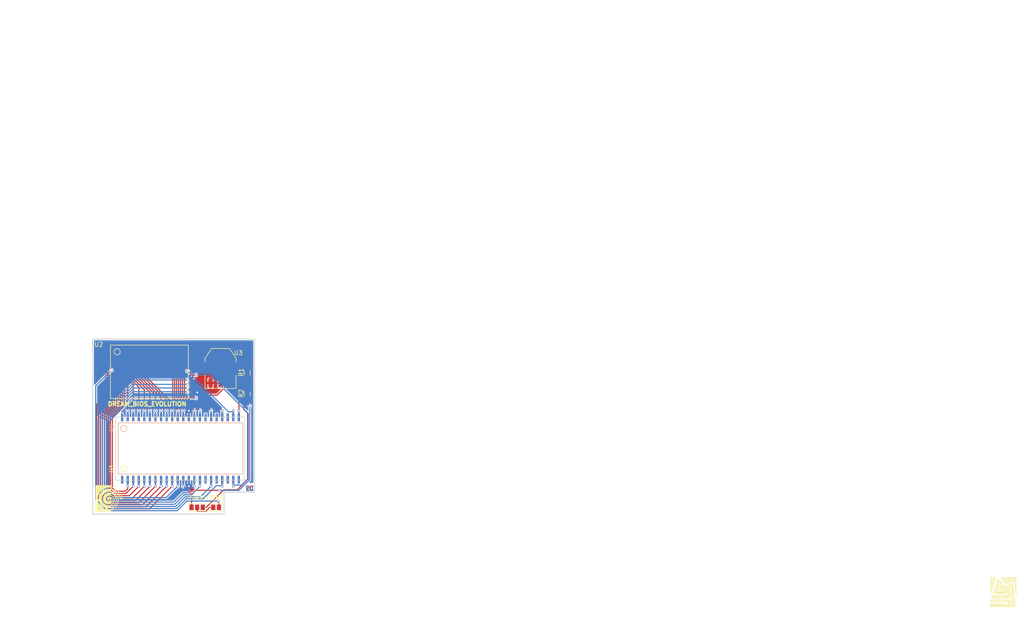
<source format=kicad_pcb>
(kicad_pcb (version 4) (host pcbnew 4.0.7)
  (title_block (title "DREAM BIOS REVOLUTION") (date 2016-08-08) (company JAILSON) (comment 1 "1- Revisão das ligaçãos") (comment 2 "2- Alteração das Pistas e vias; isolação de 0,15 para 0,2mm"))
  (layers (0 F.Cu signal) (31 B.Cu signal) (34 B.Paste user) (35 F.Paste user) (36 B.SilkS user) (37 F.SilkS user) (38 B.Mask user) (39 F.Mask user) (44 Edge.Cuts user))
  (net 0 "")
  (net 1 /11)
  (net 2 PT2)
  (net 3 /12)
  (net 4 "Net-(U1-Pad1)")
  (net 5 /16)
  (net 6 /17)
  (net 7 /18)
  (net 8 /19)
  (net 9 /20)
  (net 10 /21)
  (net 11 /22)
  (net 12 /23)
  (net 13 /24)
  (net 14 /25)
  (net 15 Earth)
  (net 16 /28)
  (net 17 /29)
  (net 18 /31)
  (net 19 /33)
  (net 20 /35)
  (net 21 /38)
  (net 22 /40)
  (net 23 /42)
  (net 24 /44)
  (net 25 /45)
  (net 26 /47)
  (net 27 /48)
  (net 28 "Net-(U1-Pad44)")
  (net 29 /1)
  (net 30 /2)
  (net 31 /3)
  (net 32 /4)
  (net 33 /5)
  (net 34 /6)
  (net 35 /7)
  (net 36 /8)
  (net 37 /9)
  (net 38 /13)
  (net 39 /14)
  (net 40 /15)
  (net 41 "Net-(U1-Pad16)")
  (net 42 "Net-(U1-Pad18)")
  (net 43 "Net-(U1-Pad20)")
  (net 44 "Net-(U1-Pad22)")
  (net 45 "Net-(U1-Pad25)")
  (net 46 "Net-(U1-Pad27)")
  (net 47 "Net-(U1-Pad29)")
  (net 48 "Net-(U2-Pad30)")
  (net 49 "Net-(U2-Pad32)")
  (net 50 "Net-(U2-Pad34)")
  (net 51 "Net-(U2-Pad36)")
  (net 52 "Net-(U2-Pad39)")
  (net 53 "Net-(U2-Pad41)")
  (net 54 "Net-(U2-Pad43)")
  (net 55 /D501)
  (net 56 "Net-(U2-Pad10)")
  (net 57 "Net-(U4-Pad1)")
  (net 58 "Net-(U4-Pad16)")
  (net 59 "Net-(U4-Pad18)")
  (net 60 "Net-(U4-Pad20)")
  (net 61 "Net-(U4-Pad23)")
  (net 62 "Net-(U4-Pad25)")
  (net 63 "Net-(U4-Pad27)")
  (net 64 "Net-(U4-Pad29)")
  (net 65 "Net-(U4-Pad44)")
  (net 66 PT3)
  (net 67 /A1)
  (module BIBLIOTECAS:MX29_LV-160T-B_44-PIN (layer F.Cu) (at 88.392 119.38 90)
    (fp_text reference U1 (at -4.572 -15.748 90) (layer F.SilkS))
    (fp_text value MX29LV160T/B)
    (pad 1 smd rect (at -7.112 -13.335 90) (size 1.8 0.5) (layers F.Cu F.Paste F.Mask) (net 4 "Net-(U1-Pad1)"))
    (pad 2 smd rect (at -7.112 -12.065 90) (size 1.8 0.5) (layers F.Cu F.Paste F.Mask) (net 5 /16))
    (pad 3 smd rect (at -7.112 -10.795 90) (size 1.8 0.5) (layers F.Cu F.Paste F.Mask) (net 6 /17))
    (pad 4 smd rect (at -7.112 -9.525 90) (size 1.8 0.5) (layers F.Cu F.Paste F.Mask) (net 7 /18))
    (pad 5 smd rect (at -7.112 -8.255 90) (size 1.8 0.5) (layers F.Cu F.Paste F.Mask) (net 8 /19))
    (pad 6 smd rect (at -7.112 -6.985 90) (size 1.8 0.5) (layers F.Cu F.Paste F.Mask) (net 9 /20))
    (pad 7 smd rect (at -7.112 -5.715 90) (size 1.8 0.5) (layers F.Cu F.Paste F.Mask) (net 10 /21))
    (pad 8 smd rect (at -7.112 -4.445 90) (size 1.8 0.5) (layers F.Cu F.Paste F.Mask) (net 11 /22))
    (pad 9 smd rect (at -7.112 -3.175 90) (size 1.8 0.5) (layers F.Cu F.Paste F.Mask) (net 12 /23))
    (pad 10 smd rect (at -7.112 -1.905 90) (size 1.8 0.5) (layers F.Cu F.Paste F.Mask) (net 13 /24))
    (pad 11 smd rect (at -7.112 -0.635 90) (size 1.8 0.5) (layers F.Cu F.Paste F.Mask) (net 14 /25))
    (pad 12 smd rect (at -7.112 0.635 90) (size 1.8 0.5) (layers F.Cu F.Paste F.Mask) (net 2 PT2))
    (pad 13 smd rect (at -7.112 1.905 90) (size 1.8 0.5) (layers F.Cu F.Paste F.Mask) (net 15 Earth))
    (pad 14 smd rect (at -7.112 3.175 90) (size 1.8 0.5) (layers F.Cu F.Paste F.Mask) (net 16 /28))
    (pad 15 smd rect (at -7.112 4.445 90) (size 1.8 0.5) (layers F.Cu F.Paste F.Mask) (net 17 /29))
    (pad 16 smd rect (at -7.112 5.715 90) (size 1.8 0.5) (layers F.Cu F.Paste F.Mask) (net 41 "Net-(U1-Pad16)"))
    (pad 17 smd rect (at -7.112 6.985 90) (size 1.8 0.5) (layers F.Cu F.Paste F.Mask) (net 18 /31))
    (pad 18 smd rect (at -7.112 8.255 90) (size 1.8 0.5) (layers F.Cu F.Paste F.Mask) (net 42 "Net-(U1-Pad18)"))
    (pad 19 smd rect (at -7.112 9.525 90) (size 1.8 0.5) (layers F.Cu F.Paste F.Mask) (net 19 /33))
    (pad 20 smd rect (at -7.112 10.795 90) (size 1.8 0.5) (layers F.Cu F.Paste F.Mask) (net 43 "Net-(U1-Pad20)"))
    (pad 21 smd rect (at -7.112 12.065 90) (size 1.8 0.5) (layers F.Cu F.Paste F.Mask) (net 20 /35))
    (pad 22 smd rect (at -7.112 13.335 90) (size 1.8 0.5) (layers F.Cu F.Paste F.Mask) (net 44 "Net-(U1-Pad22)"))
    (pad 23 smd rect (at 7.112 13.335 90) (size 1.8 0.5) (layers F.Cu F.Paste F.Mask) (net 67 /A1))
    (pad 24 smd rect (at 7.112 12.065 90) (size 1.8 0.5) (layers F.Cu F.Paste F.Mask) (net 21 /38))
    (pad 25 smd rect (at 7.112 10.795 90) (size 1.8 0.5) (layers F.Cu F.Paste F.Mask) (net 45 "Net-(U1-Pad25)"))
    (pad 26 smd rect (at 7.112 9.525 90) (size 1.8 0.5) (layers F.Cu F.Paste F.Mask) (net 22 /40))
    (pad 27 smd rect (at 7.112 8.255 90) (size 1.8 0.5) (layers F.Cu F.Paste F.Mask) (net 46 "Net-(U1-Pad27)"))
    (pad 28 smd rect (at 7.112 6.985 90) (size 1.8 0.5) (layers F.Cu F.Paste F.Mask) (net 23 /42))
    (pad 29 smd rect (at 7.112 5.715 90) (size 1.8 0.5) (layers F.Cu F.Paste F.Mask) (net 47 "Net-(U1-Pad29)"))
    (pad 30 smd rect (at 7.112 4.445 90) (size 1.8 0.5) (layers F.Cu F.Paste F.Mask) (net 24 /44))
    (pad 31 smd rect (at 7.112 3.175 90) (size 1.8 0.5) (layers F.Cu F.Paste F.Mask) (net 25 /45))
    (pad 32 smd rect (at 7.112 1.905 90) (size 1.8 0.5) (layers F.Cu F.Paste F.Mask) (net 15 Earth))
    (pad 33 smd rect (at 7.112 0.635 90) (size 1.8 0.5) (layers F.Cu F.Paste F.Mask) (net 26 /47))
    (pad 34 smd rect (at 7.112 -0.635 90) (size 1.8 0.5) (layers F.Cu F.Paste F.Mask) (net 27 /48))
    (pad 35 smd rect (at 7.112 -1.905 90) (size 1.8 0.5) (layers F.Cu F.Paste F.Mask) (net 29 /1))
    (pad 36 smd rect (at 7.112 -3.175 90) (size 1.8 0.5) (layers F.Cu F.Paste F.Mask) (net 30 /2))
    (pad 37 smd rect (at 7.112 -4.445 90) (size 1.8 0.5) (layers F.Cu F.Paste F.Mask) (net 31 /3))
    (pad 38 smd rect (at 7.112 -5.715 90) (size 1.8 0.5) (layers F.Cu F.Paste F.Mask) (net 32 /4))
    (pad 39 smd rect (at 7.112 -6.985 90) (size 1.8 0.5) (layers F.Cu F.Paste F.Mask) (net 33 /5))
    (pad 40 smd rect (at 7.112 -8.255 90) (size 1.8 0.5) (layers F.Cu F.Paste F.Mask) (net 34 /6))
    (pad 41 smd rect (at 7.112 -9.525 90) (size 1.8 0.5) (layers F.Cu F.Paste F.Mask) (net 35 /7))
    (pad 42 smd rect (at 7.112 -10.795 90) (size 1.8 0.5) (layers F.Cu F.Paste F.Mask) (net 36 /8))
    (pad 43 smd rect (at 7.112 -12.065 90) (size 1.8 0.5) (layers F.Cu F.Paste F.Mask) (net 37 /9))
    (pad 44 smd rect (at 7.112 -13.335 90) (size 1.8 0.5) (layers F.Cu F.Paste F.Mask) (net 28 "Net-(U1-Pad44)"))
  )
  (module BIBLIOTECAS:MX29_LV-160T-B_44-PIN (layer B.Cu) (at 88.392 119.38 270)
    (fp_text reference U4 (at -4.572 15.748 270) (layer B.SilkS) (effects (justify mirror)))
    (fp_text value MX29LV160T/B)
    (pad 1 smd rect (at -7.112 13.335 270) (size 1.8 0.5) (layers B.Cu B.Paste B.Mask) (net 57 "Net-(U4-Pad1)"))
    (pad 2 smd rect (at -7.112 12.065 270) (size 1.8 0.5) (layers B.Cu B.Paste B.Mask) (net 37 /9))
    (pad 3 smd rect (at -7.112 10.795 270) (size 1.8 0.5) (layers B.Cu B.Paste B.Mask) (net 36 /8))
    (pad 4 smd rect (at -7.112 9.525 270) (size 1.8 0.5) (layers B.Cu B.Paste B.Mask) (net 35 /7))
    (pad 5 smd rect (at -7.112 8.255 270) (size 1.8 0.5) (layers B.Cu B.Paste B.Mask) (net 34 /6))
    (pad 6 smd rect (at -7.112 6.985 270) (size 1.8 0.5) (layers B.Cu B.Paste B.Mask) (net 33 /5))
    (pad 7 smd rect (at -7.112 5.715 270) (size 1.8 0.5) (layers B.Cu B.Paste B.Mask) (net 32 /4))
    (pad 8 smd rect (at -7.112 4.445 270) (size 1.8 0.5) (layers B.Cu B.Paste B.Mask) (net 31 /3))
    (pad 9 smd rect (at -7.112 3.175 270) (size 1.8 0.5) (layers B.Cu B.Paste B.Mask) (net 30 /2))
    (pad 10 smd rect (at -7.112 1.905 270) (size 1.8 0.5) (layers B.Cu B.Paste B.Mask) (net 29 /1))
    (pad 11 smd rect (at -7.112 0.635 270) (size 1.8 0.5) (layers B.Cu B.Paste B.Mask) (net 27 /48))
    (pad 12 smd rect (at -7.112 -0.635 270) (size 1.8 0.5) (layers B.Cu B.Paste B.Mask) (net 26 /47))
    (pad 13 smd rect (at -7.112 -1.905 270) (size 1.8 0.5) (layers B.Cu B.Paste B.Mask) (net 15 Earth))
    (pad 14 smd rect (at -7.112 -3.175 270) (size 1.8 0.5) (layers B.Cu B.Paste B.Mask) (net 25 /45))
    (pad 15 smd rect (at -7.112 -4.445 270) (size 1.8 0.5) (layers B.Cu B.Paste B.Mask) (net 24 /44))
    (pad 16 smd rect (at -7.112 -5.715 270) (size 1.8 0.5) (layers B.Cu B.Paste B.Mask) (net 58 "Net-(U4-Pad16)"))
    (pad 17 smd rect (at -7.112 -6.985 270) (size 1.8 0.5) (layers B.Cu B.Paste B.Mask) (net 23 /42))
    (pad 18 smd rect (at -7.112 -8.255 270) (size 1.8 0.5) (layers B.Cu B.Paste B.Mask) (net 59 "Net-(U4-Pad18)"))
    (pad 19 smd rect (at -7.112 -9.525 270) (size 1.8 0.5) (layers B.Cu B.Paste B.Mask) (net 22 /40))
    (pad 20 smd rect (at -7.112 -10.795 270) (size 1.8 0.5) (layers B.Cu B.Paste B.Mask) (net 60 "Net-(U4-Pad20)"))
    (pad 21 smd rect (at -7.112 -12.065 270) (size 1.8 0.5) (layers B.Cu B.Paste B.Mask) (net 21 /38))
    (pad 22 smd rect (at -7.112 -13.335 270) (size 1.8 0.5) (layers B.Cu B.Paste B.Mask) (net 67 /A1))
    (pad 23 smd rect (at 7.112 -13.335 270) (size 1.8 0.5) (layers B.Cu B.Paste B.Mask) (net 61 "Net-(U4-Pad23)"))
    (pad 24 smd rect (at 7.112 -12.065 270) (size 1.8 0.5) (layers B.Cu B.Paste B.Mask) (net 20 /35))
    (pad 25 smd rect (at 7.112 -10.795 270) (size 1.8 0.5) (layers B.Cu B.Paste B.Mask) (net 62 "Net-(U4-Pad25)"))
    (pad 26 smd rect (at 7.112 -9.525 270) (size 1.8 0.5) (layers B.Cu B.Paste B.Mask) (net 19 /33))
    (pad 27 smd rect (at 7.112 -8.255 270) (size 1.8 0.5) (layers B.Cu B.Paste B.Mask) (net 63 "Net-(U4-Pad27)"))
    (pad 28 smd rect (at 7.112 -6.985 270) (size 1.8 0.5) (layers B.Cu B.Paste B.Mask) (net 18 /31))
    (pad 29 smd rect (at 7.112 -5.715 270) (size 1.8 0.5) (layers B.Cu B.Paste B.Mask) (net 64 "Net-(U4-Pad29)"))
    (pad 30 smd rect (at 7.112 -4.445 270) (size 1.8 0.5) (layers B.Cu B.Paste B.Mask) (net 17 /29))
    (pad 31 smd rect (at 7.112 -3.175 270) (size 1.8 0.5) (layers B.Cu B.Paste B.Mask) (net 16 /28))
    (pad 32 smd rect (at 7.112 -1.905 270) (size 1.8 0.5) (layers B.Cu B.Paste B.Mask) (net 15 Earth))
    (pad 33 smd rect (at 7.112 -0.635 270) (size 1.8 0.5) (layers B.Cu B.Paste B.Mask) (net 2 PT2))
    (pad 34 smd rect (at 7.112 0.635 270) (size 1.8 0.5) (layers B.Cu B.Paste B.Mask) (net 14 /25))
    (pad 35 smd rect (at 7.112 1.905 270) (size 1.8 0.5) (layers B.Cu B.Paste B.Mask) (net 13 /24))
    (pad 36 smd rect (at 7.112 3.175 270) (size 1.8 0.5) (layers B.Cu B.Paste B.Mask) (net 12 /23))
    (pad 37 smd rect (at 7.112 4.445 270) (size 1.8 0.5) (layers B.Cu B.Paste B.Mask) (net 11 /22))
    (pad 38 smd rect (at 7.112 5.715 270) (size 1.8 0.5) (layers B.Cu B.Paste B.Mask) (net 10 /21))
    (pad 39 smd rect (at 7.112 6.985 270) (size 1.8 0.5) (layers B.Cu B.Paste B.Mask) (net 9 /20))
    (pad 40 smd rect (at 7.112 8.255 270) (size 1.8 0.5) (layers B.Cu B.Paste B.Mask) (net 8 /19))
    (pad 41 smd rect (at 7.112 9.525 270) (size 1.8 0.5) (layers B.Cu B.Paste B.Mask) (net 7 /18))
    (pad 42 smd rect (at 7.112 10.795 270) (size 1.8 0.5) (layers B.Cu B.Paste B.Mask) (net 6 /17))
    (pad 43 smd rect (at 7.112 12.065 270) (size 1.8 0.5) (layers B.Cu B.Paste B.Mask) (net 5 /16))
    (pad 44 smd rect (at 7.112 13.335 270) (size 1.8 0.5) (layers B.Cu B.Paste B.Mask) (net 65 "Net-(U4-Pad44)"))
  )
  (module BIBLIOTECAS:MX29_LV_160T-B_48-PIN (layer F.Cu) (at 81.28 102.108)
    (fp_text reference U2 (at -11.557 -6.477) (layer F.SilkS))
    (fp_text value MX29LV160T/B_48PIN)
    (pad 1 smd rect (at -9.652 -6.096) (size 0.9 0.3) (layers F.Cu F.Paste F.Mask) (net 29 /1))
    (pad 2 smd rect (at -9.652 -5.588) (size 0.9 0.3) (layers F.Cu F.Paste F.Mask) (net 30 /2))
    (pad 3 smd rect (at -9.652 -5.08) (size 0.9 0.3) (layers F.Cu F.Paste F.Mask) (net 31 /3))
    (pad 4 smd rect (at -9.652 -4.572) (size 0.9 0.3) (layers F.Cu F.Paste F.Mask) (net 32 /4))
    (pad 5 smd rect (at -9.652 -4.064) (size 0.9 0.3) (layers F.Cu F.Paste F.Mask) (net 33 /5))
    (pad 6 smd rect (at -9.652 -3.556) (size 0.9 0.3) (layers F.Cu F.Paste F.Mask) (net 34 /6))
    (pad 7 smd rect (at -9.652 -3.048) (size 0.9 0.3) (layers F.Cu F.Paste F.Mask) (net 35 /7))
    (pad 8 smd rect (at -9.652 -2.54) (size 0.9 0.3) (layers F.Cu F.Paste F.Mask) (net 36 /8))
    (pad 9 smd rect (at -9.652 -2.032) (size 0.9 0.3) (layers F.Cu F.Paste F.Mask) (net 37 /9))
    (pad 10 smd rect (at -9.652 -1.524) (size 0.9 0.3) (layers F.Cu F.Paste F.Mask) (net 56 "Net-(U2-Pad10)"))
    (pad 11 smd rect (at -9.652 -1.016) (size 0.9 0.3) (layers F.Cu F.Paste F.Mask) (net 1 /11))
    (pad 12 smd rect (at -9.652 -0.508) (size 0.9 0.3) (layers F.Cu F.Paste F.Mask) (net 3 /12))
    (pad 13 smd rect (at -9.652 0) (size 0.9 0.3) (layers F.Cu F.Paste F.Mask) (net 38 /13))
    (pad 14 smd rect (at -9.652 0.508) (size 0.9 0.3) (layers F.Cu F.Paste F.Mask) (net 39 /14))
    (pad 15 smd rect (at -9.652 1.016) (size 0.9 0.3) (layers F.Cu F.Paste F.Mask) (net 40 /15))
    (pad 16 smd rect (at -9.652 1.524) (size 0.9 0.3) (layers F.Cu F.Paste F.Mask) (net 5 /16))
    (pad 17 smd rect (at -9.652 2.032) (size 0.9 0.3) (layers F.Cu F.Paste F.Mask) (net 6 /17))
    (pad 18 smd rect (at -9.652 2.54) (size 0.9 0.3) (layers F.Cu F.Paste F.Mask) (net 7 /18))
    (pad 19 smd rect (at -9.652 3.048) (size 0.9 0.3) (layers F.Cu F.Paste F.Mask) (net 8 /19))
    (pad 20 smd rect (at -9.652 3.556) (size 0.9 0.3) (layers F.Cu F.Paste F.Mask) (net 9 /20))
    (pad 21 smd rect (at -9.652 4.064) (size 0.9 0.3) (layers F.Cu F.Paste F.Mask) (net 10 /21))
    (pad 22 smd rect (at -9.652 4.572) (size 0.9 0.3) (layers F.Cu F.Paste F.Mask) (net 11 /22))
    (pad 23 smd rect (at -9.652 5.08) (size 0.9 0.3) (layers F.Cu F.Paste F.Mask) (net 12 /23))
    (pad 24 smd rect (at -9.652 5.588) (size 0.9 0.3) (layers F.Cu F.Paste F.Mask) (net 13 /24))
    (pad 25 smd rect (at 9.652 5.588) (size 0.9 0.3) (layers F.Cu F.Paste F.Mask) (net 14 /25))
    (pad 26 smd rect (at 9.652 5.08) (size 0.9 0.3) (layers F.Cu F.Paste F.Mask) (net 66 PT3))
    (pad 27 smd rect (at 9.652 4.572) (size 0.9 0.3) (layers F.Cu F.Paste F.Mask) (net 15 Earth))
    (pad 28 smd rect (at 9.652 4.064) (size 0.9 0.3) (layers F.Cu F.Paste F.Mask) (net 16 /28))
    (pad 29 smd rect (at 9.652 3.556) (size 0.9 0.3) (layers F.Cu F.Paste F.Mask) (net 17 /29))
    (pad 30 smd rect (at 9.652 3.048) (size 0.9 0.3) (layers F.Cu F.Paste F.Mask) (net 48 "Net-(U2-Pad30)"))
    (pad 31 smd rect (at 9.652 2.54) (size 0.9 0.3) (layers F.Cu F.Paste F.Mask) (net 18 /31))
    (pad 32 smd rect (at 9.652 2.032) (size 0.9 0.3) (layers F.Cu F.Paste F.Mask) (net 49 "Net-(U2-Pad32)"))
    (pad 33 smd rect (at 9.652 1.524) (size 0.9 0.3) (layers F.Cu F.Paste F.Mask) (net 19 /33))
    (pad 34 smd rect (at 9.652 1.016) (size 0.9 0.3) (layers F.Cu F.Paste F.Mask) (net 50 "Net-(U2-Pad34)"))
    (pad 35 smd rect (at 9.652 0.508) (size 0.9 0.3) (layers F.Cu F.Paste F.Mask) (net 20 /35))
    (pad 36 smd rect (at 9.652 0) (size 0.9 0.3) (layers F.Cu F.Paste F.Mask) (net 51 "Net-(U2-Pad36)"))
    (pad 37 smd rect (at 9.652 -0.508) (size 0.9 0.3) (layers F.Cu F.Paste F.Mask) (net 3 /12))
    (pad 38 smd rect (at 9.652 -1.016) (size 0.9 0.3) (layers F.Cu F.Paste F.Mask) (net 21 /38))
    (pad 39 smd rect (at 9.652 -1.524) (size 0.9 0.3) (layers F.Cu F.Paste F.Mask) (net 52 "Net-(U2-Pad39)"))
    (pad 40 smd rect (at 9.652 -2.032) (size 0.9 0.3) (layers F.Cu F.Paste F.Mask) (net 22 /40))
    (pad 41 smd rect (at 9.652 -2.54) (size 0.9 0.3) (layers F.Cu F.Paste F.Mask) (net 53 "Net-(U2-Pad41)"))
    (pad 42 smd rect (at 9.652 -3.048) (size 0.9 0.3) (layers F.Cu F.Paste F.Mask) (net 23 /42))
    (pad 43 smd rect (at 9.652 -3.556) (size 0.9 0.3) (layers F.Cu F.Paste F.Mask) (net 54 "Net-(U2-Pad43)"))
    (pad 44 smd rect (at 9.652 -4.064) (size 0.9 0.3) (layers F.Cu F.Paste F.Mask) (net 24 /44))
    (pad 45 smd rect (at 9.652 -4.572) (size 0.9 0.3) (layers F.Cu F.Paste F.Mask) (net 25 /45))
    (pad 46 smd rect (at 9.652 -5.08) (size 0.9 0.3) (layers F.Cu F.Paste F.Mask) (net 15 Earth))
    (pad 47 smd rect (at 9.652 -5.588) (size 0.9 0.3) (layers F.Cu F.Paste F.Mask) (net 26 /47))
    (pad 48 smd rect (at 9.652 -6.096) (size 0.9 0.3) (layers F.Cu F.Paste F.Mask) (net 27 /48))
  )
  (module Connect:GS3 (layer F.Cu) (at 92.202 132.842 90)
    (fp_text reference SW1 (at 2.159 -0.127 180) (layer F.SilkS))
    (fp_text value SWITCH_INV)
    (pad 1 smd rect (at 0 -1.27 90) (size 1.27 0.9652) (layers F.Cu F.Paste F.Mask) (net 2 PT2))
    (pad 2 smd rect (at 0 0 90) (size 1.27 0.9652) (layers F.Cu F.Paste F.Mask) (net 55 /D501))
    (pad 3 smd rect (at 0 1.27 90) (size 1.27 0.9652) (layers F.Cu F.Paste F.Mask) (net 66 PT3))
  )
  (module Resistors_SMD:R_0603_HandSoldering (layer F.Cu) (at 103.632 102.108 270)
    (fp_text reference R1 (at -0.127 1.397 270) (layer F.SilkS))
    (fp_text value 10K)
    (pad 1 smd rect (at -1.1 0 270) (size 1.2 0.9) (layers F.Cu F.Paste F.Mask) (net 3 /12))
    (pad 2 smd rect (at 1.1 0 270) (size 1.2 0.9) (layers F.Cu F.Paste F.Mask) (net 66 PT3))
  )
  (module Resistors_SMD:R_0603_HandSoldering (layer F.Cu) (at 103.632 106.934 270)
    (fp_text reference R2 (at -0.127 1.397 270) (layer F.SilkS))
    (fp_text value 10K)
    (pad 1 smd rect (at -1.1 0 270) (size 1.2 0.9) (layers F.Cu F.Paste F.Mask) (net 3 /12))
    (pad 2 smd rect (at 1.1 0 270) (size 1.2 0.9) (layers F.Cu F.Paste F.Mask) (net 2 PT2))
  )
  (module Connect:GS2 (layer F.Cu) (at 96.52 132.842 90)
    (fp_text reference CON1 (at 2.159 -0.254 180) (layer F.SilkS))
    (fp_text value CONN_01X02)
    (pad 1 smd rect (at 0 -0.635 90) (size 1.27 0.9652) (layers F.Cu F.Paste F.Mask) (net 55 /D501))
    (pad 2 smd rect (at 0 0.635 90) (size 1.27 0.9652) (layers F.Cu F.Paste F.Mask) (net 1 /11))
  )
  (module TO_SOT_Packages_SMD:SOT-223 (layer F.Cu) (at 97.536 101.092)
    (fp_text reference U3 (at 4.064 -3.556) (layer F.SilkS))
    (fp_text value LM1117)
    (pad 4 smd rect (at 0 -3.302) (size 3.6576 2.032) (layers F.Cu F.Paste F.Mask))
    (pad 2 smd rect (at 0 3.302) (size 1.016 2.032) (layers F.Cu F.Paste F.Mask) (net 3 /12))
    (pad 3 smd rect (at 2.286 3.302) (size 1.016 2.032) (layers F.Cu F.Paste F.Mask) (net 67 /A1))
    (pad 1 smd rect (at -2.286 3.302) (size 1.016 2.032) (layers F.Cu F.Paste F.Mask) (net 15 Earth))
  )
  (gr_line (start 103.0605 112.2045) (end 73.5965 112.2045) (angle 90) (layer Edge.Cuts) (width 0.15))
  (gr_line (start 103.0605 126.619) (end 103.0605 112.2045) (angle 90) (layer Edge.Cuts) (width 0.15))
  (gr_line (start 73.5965 126.619) (end 103.0605 126.619) (angle 90) (layer Edge.Cuts) (width 0.15))
  (gr_line (start 73.5965 112.2045) (end 73.5965 126.619) (angle 90) (layer Edge.Cuts) (width 0.15))
  (gr_text LS (at 104.2035 128.524) (layer B.Cu) (effects (font (size 1 1) (thickness 0.25)) (justify mirror)))
  (gr_text LC (at 104.2035 128.524) (layer F.Cu) (effects (font (size 1 1) (thickness 0.25))))
  (gr_text DREAM_BIOS_EVOLUTION (at 80.772 109.22) (layer F.SilkS) (effects (font (size 1 1) (thickness 0.25))))
  (gr_line (start 105.32593 129.36601) (end 98.32594 129.36601) (layer Edge.Cuts) (width 0.2))
  (gr_line (start 98.32594 129.36601) (end 98.32594 134.366) (layer Edge.Cuts) (width 0.2))
  (gr_line (start 105.32593 129.36601) (end 105.32593 94.36608) (layer Edge.Cuts) (width 0.2))
  (gr_line (start 68.326 134.366) (end 98.32594 134.366) (layer Edge.Cuts) (width 0.2))
  (gr_line (start 105.32593 94.36608) (end 68.326 94.36608) (layer Edge.Cuts) (width 0.2))
  (gr_line (start 68.326 94.36608) (end 68.326 134.366) (layer Edge.Cuts) (width 0.2))
  (gr_line (start 72.18121 130.74015) (end 72.21271 130.75818) (layer F.SilkS) (width 0.14))
  (gr_line (start 72.21271 130.75818) (end 72.24293 130.77876) (layer F.SilkS) (width 0.14))
  (gr_line (start 72.24293 130.77876) (end 72.27113 130.80187) (layer F.SilkS) (width 0.14))
  (gr_line (start 72.27113 130.80187) (end 72.29729 130.82727) (layer F.SilkS) (width 0.14))
  (gr_line (start 72.29729 130.82727) (end 72.32142 130.8547) (layer F.SilkS) (width 0.14))
  (gr_line (start 72.32142 130.8547) (end 72.34276 130.88417) (layer F.SilkS) (width 0.14))
  (gr_line (start 72.34276 130.88417) (end 72.36181 130.91541) (layer F.SilkS) (width 0.14))
  (gr_line (start 72.36181 130.91541) (end 72.37832 130.94818) (layer F.SilkS) (width 0.14))
  (gr_line (start 72.37832 130.94818) (end 72.39178 130.98196) (layer F.SilkS) (width 0.14))
  (gr_line (start 72.39178 130.98196) (end 72.40245 131.01701) (layer F.SilkS) (width 0.14))
  (gr_line (start 72.40245 131.01701) (end 72.41007 131.05257) (layer F.SilkS) (width 0.14))
  (gr_line (start 72.41007 131.05257) (end 72.41464 131.08889) (layer F.SilkS) (width 0.14))
  (gr_line (start 72.41464 131.08889) (end 72.41616 131.12521) (layer F.SilkS) (width 0.14))
  (gr_line (start 71.98893 131.11353) (end 71.97293 131.10439) (layer F.SilkS) (width 0.14))
  (gr_line (start 71.97293 131.10439) (end 71.95795 131.09397) (layer F.SilkS) (width 0.14))
  (gr_line (start 71.95795 131.09397) (end 71.94398 131.08229) (layer F.SilkS) (width 0.14))
  (gr_line (start 71.94398 131.08229) (end 71.93077 131.06933) (layer F.SilkS) (width 0.14))
  (gr_line (start 71.93077 131.06933) (end 71.91908 131.05536) (layer F.SilkS) (width 0.14))
  (gr_line (start 71.91908 131.05536) (end 71.90842 131.04038) (layer F.SilkS) (width 0.14))
  (gr_line (start 71.90842 131.04038) (end 71.89927 131.02463) (layer F.SilkS) (width 0.14))
  (gr_line (start 71.89927 131.02463) (end 71.8914 131.00812) (layer F.SilkS) (width 0.14))
  (gr_line (start 71.8914 131.00812) (end 71.88505 130.99085) (layer F.SilkS) (width 0.14))
  (gr_line (start 71.88505 130.99085) (end 71.88022 130.97332) (layer F.SilkS) (width 0.14))
  (gr_line (start 71.88022 130.97332) (end 71.87692 130.95529) (layer F.SilkS) (width 0.14))
  (gr_line (start 71.87692 130.95529) (end 71.87514 130.937) (layer F.SilkS) (width 0.14))
  (gr_line (start 71.87514 130.937) (end 71.87514 130.91871) (layer F.SilkS) (width 0.14))
  (gr_line (start 71.87514 130.91871) (end 71.87667 130.90042) (layer F.SilkS) (width 0.14))
  (gr_line (start 71.87667 130.90042) (end 71.87971 130.88239) (layer F.SilkS) (width 0.14))
  (gr_line (start 71.87971 130.88239) (end 71.88454 130.86461) (layer F.SilkS) (width 0.14))
  (gr_line (start 71.88454 130.86461) (end 71.89064 130.84734) (layer F.SilkS) (width 0.14))
  (gr_line (start 71.89064 130.84734) (end 71.89826 130.83057) (layer F.SilkS) (width 0.14))
  (gr_line (start 71.89826 130.83057) (end 71.9074 130.81483) (layer F.SilkS) (width 0.14))
  (gr_line (start 71.9074 130.81483) (end 71.91781 130.79984) (layer F.SilkS) (width 0.14))
  (gr_line (start 71.91781 130.79984) (end 71.9295 130.78562) (layer F.SilkS) (width 0.14))
  (gr_line (start 71.9295 130.78562) (end 71.94245 130.77266) (layer F.SilkS) (width 0.14))
  (gr_line (start 71.94245 130.77266) (end 71.95642 130.76072) (layer F.SilkS) (width 0.14))
  (gr_line (start 71.95642 130.76072) (end 71.97141 130.75031) (layer F.SilkS) (width 0.14))
  (gr_line (start 71.97141 130.75031) (end 71.98716 130.74091) (layer F.SilkS) (width 0.14))
  (gr_line (start 71.98716 130.74091) (end 72.00367 130.73304) (layer F.SilkS) (width 0.14))
  (gr_line (start 72.00367 130.73304) (end 72.02094 130.72669) (layer F.SilkS) (width 0.14))
  (gr_line (start 72.02094 130.72669) (end 72.03846 130.72186) (layer F.SilkS) (width 0.14))
  (gr_line (start 72.03846 130.72186) (end 72.0565 130.71881) (layer F.SilkS) (width 0.14))
  (gr_line (start 72.0565 130.71881) (end 72.07479 130.71704) (layer F.SilkS) (width 0.14))
  (gr_line (start 72.07479 130.71704) (end 72.09307 130.71704) (layer F.SilkS) (width 0.14))
  (gr_line (start 72.09307 130.71704) (end 72.11136 130.71856) (layer F.SilkS) (width 0.14))
  (gr_line (start 72.11136 130.71856) (end 72.1294 130.72161) (layer F.SilkS) (width 0.14))
  (gr_line (start 72.1294 130.72161) (end 72.14718 130.72618) (layer F.SilkS) (width 0.14))
  (gr_line (start 72.14718 130.72618) (end 72.16445 130.73228) (layer F.SilkS) (width 0.14))
  (gr_line (start 72.16445 130.73228) (end 72.18121 130.74015) (layer F.SilkS) (width 0.14))
  (gr_line (start 71.98893 131.11353) (end 71.98995 131.11404) (layer F.SilkS) (width 0.14))
  (gr_line (start 71.98995 131.11404) (end 71.99097 131.1148) (layer F.SilkS) (width 0.14))
  (gr_line (start 71.99097 131.1148) (end 71.99173 131.11556) (layer F.SilkS) (width 0.14))
  (gr_line (start 71.99173 131.11556) (end 71.99249 131.11632) (layer F.SilkS) (width 0.14))
  (gr_line (start 71.99249 131.11632) (end 71.99325 131.11709) (layer F.SilkS) (width 0.14))
  (gr_line (start 71.99325 131.11709) (end 71.99401 131.1181) (layer F.SilkS) (width 0.14))
  (gr_line (start 71.99401 131.1181) (end 71.99452 131.11912) (layer F.SilkS) (width 0.14))
  (gr_line (start 71.99452 131.11912) (end 71.99503 131.12013) (layer F.SilkS) (width 0.14))
  (gr_line (start 71.99503 131.12013) (end 71.99554 131.12115) (layer F.SilkS) (width 0.14))
  (gr_line (start 71.99554 131.12115) (end 71.99579 131.12242) (layer F.SilkS) (width 0.14))
  (gr_line (start 71.99579 131.12242) (end 71.99605 131.12344) (layer F.SilkS) (width 0.14))
  (gr_line (start 71.99605 131.12344) (end 71.99605 131.12471) (layer F.SilkS) (width 0.14))
  (gr_line (start 71.99605 131.12471) (end 71.99605 131.12572) (layer F.SilkS) (width 0.14))
  (gr_line (start 71.99605 131.12572) (end 71.99605 131.12699) (layer F.SilkS) (width 0.14))
  (gr_line (start 71.99605 131.12699) (end 71.99579 131.12801) (layer F.SilkS) (width 0.14))
  (gr_line (start 71.99579 131.12801) (end 71.99554 131.12928) (layer F.SilkS) (width 0.14))
  (gr_line (start 71.99554 131.12928) (end 71.99503 131.13029) (layer F.SilkS) (width 0.14))
  (gr_line (start 71.99503 131.13029) (end 71.99452 131.13131) (layer F.SilkS) (width 0.14))
  (gr_line (start 71.99452 131.13131) (end 71.99401 131.13233) (layer F.SilkS) (width 0.14))
  (gr_line (start 71.99401 131.13233) (end 71.99351 131.13334) (layer F.SilkS) (width 0.14))
  (gr_line (start 71.99351 131.13334) (end 71.99274 131.1341) (layer F.SilkS) (width 0.14))
  (gr_line (start 71.99274 131.1341) (end 71.99173 131.13512) (layer F.SilkS) (width 0.14))
  (gr_line (start 71.99173 131.13512) (end 71.99097 131.13588) (layer F.SilkS) (width 0.14))
  (gr_line (start 71.99097 131.13588) (end 71.98995 131.13639) (layer F.SilkS) (width 0.14))
  (gr_line (start 71.98995 131.13639) (end 71.98893 131.1369) (layer F.SilkS) (width 0.14))
  (gr_line (start 71.98893 131.1369) (end 71.98792 131.13741) (layer F.SilkS) (width 0.14))
  (gr_line (start 71.98792 131.13741) (end 71.9869 131.13791) (layer F.SilkS) (width 0.14))
  (gr_line (start 71.9869 131.13791) (end 71.98563 131.13817) (layer F.SilkS) (width 0.14))
  (gr_line (start 71.98563 131.13817) (end 71.98462 131.13842) (layer F.SilkS) (width 0.14))
  (gr_line (start 71.98462 131.13842) (end 71.98335 131.13842) (layer F.SilkS) (width 0.14))
  (gr_line (start 71.98335 131.13842) (end 71.98233 131.13842) (layer F.SilkS) (width 0.14))
  (gr_line (start 71.98233 131.13842) (end 71.98106 131.13842) (layer F.SilkS) (width 0.14))
  (gr_line (start 71.93788 131.13741) (end 71.95947 131.13664) (layer F.SilkS) (width 0.14))
  (gr_line (start 71.95947 131.13664) (end 71.98106 131.13842) (layer F.SilkS) (width 0.14))
  (gr_line (start 71.93788 131.13741) (end 71.91959 131.13791) (layer F.SilkS) (width 0.14))
  (gr_line (start 71.91959 131.13791) (end 71.90105 131.1369) (layer F.SilkS) (width 0.14))
  (gr_line (start 71.90105 131.1369) (end 71.88276 131.1341) (layer F.SilkS) (width 0.14))
  (gr_line (start 71.88276 131.1341) (end 71.86473 131.13004) (layer F.SilkS) (width 0.14))
  (gr_line (start 71.86473 131.13004) (end 71.8472 131.1242) (layer F.SilkS) (width 0.14))
  (gr_line (start 71.8472 131.1242) (end 71.83018 131.11709) (layer F.SilkS) (width 0.14))
  (gr_line (start 71.83018 131.11709) (end 71.81393 131.10845) (layer F.SilkS) (width 0.14))
  (gr_line (start 71.81393 131.10845) (end 71.79843 131.09829) (layer F.SilkS) (width 0.14))
  (gr_line (start 71.79843 131.09829) (end 71.7837 131.08686) (layer F.SilkS) (width 0.14))
  (gr_line (start 71.7837 131.08686) (end 71.77024 131.07441) (layer F.SilkS) (width 0.14))
  (gr_line (start 71.77024 131.07441) (end 71.75779 131.0607) (layer F.SilkS) (width 0.14))
  (gr_line (start 71.75779 131.0607) (end 71.74662 131.04597) (layer F.SilkS) (width 0.14))
  (gr_line (start 71.74662 131.04597) (end 71.73671 131.03047) (layer F.SilkS) (width 0.14))
  (gr_line (start 71.73671 131.03047) (end 71.72833 131.01396) (layer F.SilkS) (width 0.14))
  (gr_line (start 71.72833 131.01396) (end 71.72122 130.99694) (layer F.SilkS) (width 0.14))
  (gr_line (start 71.72122 130.99694) (end 71.71563 130.97942) (layer F.SilkS) (width 0.14))
  (gr_line (start 71.71563 130.97942) (end 71.71157 130.96138) (layer F.SilkS) (width 0.14))
  (gr_line (start 71.71157 130.96138) (end 71.70903 130.9431) (layer F.SilkS) (width 0.14))
  (gr_line (start 71.70903 130.94132) (end 71.70725 130.90855) (layer F.SilkS) (width 0.14))
  (gr_line (start 71.70725 130.90855) (end 71.70852 130.87553) (layer F.SilkS) (width 0.14))
  (gr_line (start 71.70852 130.87553) (end 71.71233 130.84277) (layer F.SilkS) (width 0.14))
  (gr_line (start 71.71233 130.84277) (end 71.71919 130.81051) (layer F.SilkS) (width 0.14))
  (gr_line (start 71.71919 130.81051) (end 71.72884 130.77876) (layer F.SilkS) (width 0.14))
  (gr_line (start 71.72884 130.77876) (end 71.74103 130.74802) (layer F.SilkS) (width 0.14))
  (gr_line (start 71.74103 130.74802) (end 71.75602 130.71856) (layer F.SilkS) (width 0.14))
  (gr_line (start 71.75602 130.71856) (end 71.77329 130.69062) (layer F.SilkS) (width 0.14))
  (gr_line (start 71.77329 130.69062) (end 71.7931 130.6642) (layer F.SilkS) (width 0.14))
  (gr_line (start 71.7931 130.6642) (end 71.81494 130.63931) (layer F.SilkS) (width 0.14))
  (gr_line (start 71.81494 130.63931) (end 71.83882 130.61671) (layer F.SilkS) (width 0.14))
  (gr_line (start 71.83882 130.61671) (end 71.86473 130.59613) (layer F.SilkS) (width 0.14))
  (gr_line (start 71.86473 130.59613) (end 71.89216 130.57784) (layer F.SilkS) (width 0.14))
  (gr_line (start 71.89216 130.57784) (end 71.92112 130.5621) (layer F.SilkS) (width 0.14))
  (gr_line (start 71.92112 130.5621) (end 71.95134 130.54889) (layer F.SilkS) (width 0.14))
  (gr_line (start 71.95134 130.54889) (end 71.98258 130.53822) (layer F.SilkS) (width 0.14))
  (gr_line (start 71.98258 130.53822) (end 72.01484 130.53035) (layer F.SilkS) (width 0.14))
  (gr_line (start 72.01484 130.53035) (end 72.04735 130.52527) (layer F.SilkS) (width 0.14))
  (gr_line (start 72.04735 130.52527) (end 72.08037 130.52323) (layer F.SilkS) (width 0.14))
  (gr_line (start 72.08037 130.52323) (end 72.11339 130.52374) (layer F.SilkS) (width 0.14))
  (gr_line (start 72.14438 130.52323) (end 72.12889 130.52425) (layer F.SilkS) (width 0.14))
  (gr_line (start 72.12889 130.52425) (end 72.11339 130.52374) (layer F.SilkS) (width 0.14))
  (gr_line (start 72.14438 130.52323) (end 72.19772 130.52146) (layer F.SilkS) (width 0.14))
  (gr_line (start 72.19772 130.52146) (end 72.25106 130.524) (layer F.SilkS) (width 0.14))
  (gr_line (start 72.25106 130.524) (end 72.30415 130.53136) (layer F.SilkS) (width 0.14))
  (gr_line (start 72.30415 130.53136) (end 72.35622 130.54305) (layer F.SilkS) (width 0.14))
  (gr_line (start 72.35622 130.54305) (end 72.40702 130.5593) (layer F.SilkS) (width 0.14))
  (gr_line (start 72.40702 130.5593) (end 72.45629 130.57988) (layer F.SilkS) (width 0.14))
  (gr_line (start 72.45629 130.57988) (end 72.50379 130.60451) (layer F.SilkS) (width 0.14))
  (gr_line (start 72.50379 130.60451) (end 72.54875 130.63347) (layer F.SilkS) (width 0.14))
  (gr_line (start 72.54875 130.63347) (end 72.59091 130.66598) (layer F.SilkS) (width 0.14))
  (gr_line (start 72.59091 130.66598) (end 72.63028 130.70205) (layer F.SilkS) (width 0.14))
  (gr_line (start 72.63028 130.70205) (end 72.66661 130.74142) (layer F.SilkS) (width 0.14))
  (gr_line (start 72.66661 130.74142) (end 72.69912 130.78384) (layer F.SilkS) (width 0.14))
  (gr_line (start 72.69912 130.78384) (end 72.72782 130.8288) (layer F.SilkS) (width 0.14))
  (gr_line (start 72.72782 130.8288) (end 72.75271 130.87604) (layer F.SilkS) (width 0.14))
  (gr_line (start 72.75271 130.87604) (end 72.77329 130.92532) (layer F.SilkS) (width 0.14))
  (gr_line (start 72.77329 130.92532) (end 72.78954 130.97612) (layer F.SilkS) (width 0.14))
  (gr_line (start 72.78954 130.97612) (end 72.80123 131.02844) (layer F.SilkS) (width 0.14))
  (gr_line (start 72.80123 131.02844) (end 72.80859 131.08127) (layer F.SilkS) (width 0.14))
  (gr_line (start 72.80859 131.08127) (end 72.81113 131.13461) (layer F.SilkS) (width 0.14))
  (gr_line (start 72.81113 131.13893) (end 72.80961 131.21513) (layer F.SilkS) (width 0.14))
  (gr_line (start 72.80961 131.21513) (end 72.80173 131.29082) (layer F.SilkS) (width 0.14))
  (gr_line (start 72.80173 131.29082) (end 72.78726 131.3655) (layer F.SilkS) (width 0.14))
  (gr_line (start 72.78726 131.3655) (end 72.76643 131.43865) (layer F.SilkS) (width 0.14))
  (gr_line (start 72.76643 131.43865) (end 72.7395 131.51002) (layer F.SilkS) (width 0.14))
  (gr_line (start 72.7395 131.51002) (end 72.70674 131.5786) (layer F.SilkS) (width 0.14))
  (gr_line (start 72.70674 131.5786) (end 72.66813 131.64439) (layer F.SilkS) (width 0.14))
  (gr_line (start 72.66813 131.64439) (end 72.62419 131.70637) (layer F.SilkS) (width 0.14))
  (gr_line (start 72.62419 131.70637) (end 72.57491 131.76453) (layer F.SilkS) (width 0.14))
  (gr_line (start 72.57491 131.76453) (end 72.52106 131.81838) (layer F.SilkS) (width 0.14))
  (gr_line (start 72.52106 131.81838) (end 72.46264 131.86715) (layer F.SilkS) (width 0.14))
  (gr_line (start 72.46264 131.86715) (end 72.40041 131.91109) (layer F.SilkS) (width 0.14))
  (gr_line (start 72.40041 131.91109) (end 72.33463 131.94944) (layer F.SilkS) (width 0.14))
  (gr_line (start 72.33463 131.94944) (end 72.26579 131.98196) (layer F.SilkS) (width 0.14))
  (gr_line (start 72.26579 131.98196) (end 72.19467 132.00863) (layer F.SilkS) (width 0.14))
  (gr_line (start 72.19467 132.00863) (end 72.12127 132.0292) (layer F.SilkS) (width 0.14))
  (gr_line (start 72.12127 132.0292) (end 72.04634 132.04342) (layer F.SilkS) (width 0.14))
  (gr_line (start 72.04634 132.04342) (end 71.97065 132.05104) (layer F.SilkS) (width 0.14))
  (gr_line (start 71.97065 132.05104) (end 71.89445 132.05231) (layer F.SilkS) (width 0.14))
  (gr_line (start 71.89445 132.05231) (end 71.78446 132.04063) (layer F.SilkS) (width 0.14))
  (gr_line (start 71.78446 132.04063) (end 71.67601 132.01929) (layer F.SilkS) (width 0.14))
  (gr_line (start 71.67601 132.01929) (end 71.56958 131.98831) (layer F.SilkS) (width 0.14))
  (gr_line (start 71.56958 131.98831) (end 71.46646 131.94792) (layer F.SilkS) (width 0.14))
  (gr_line (start 71.46646 131.94792) (end 71.3674 131.89864) (layer F.SilkS) (width 0.14))
  (gr_line (start 71.3674 131.89864) (end 71.27316 131.84073) (layer F.SilkS) (width 0.14))
  (gr_line (start 71.27316 131.84073) (end 71.18426 131.77469) (layer F.SilkS) (width 0.14))
  (gr_line (start 71.18426 131.77469) (end 71.10171 131.70103) (layer F.SilkS) (width 0.14))
  (gr_line (start 71.10171 131.70103) (end 71.02602 131.62026) (layer F.SilkS) (width 0.14))
  (gr_line (start 71.02602 131.62026) (end 70.95769 131.53314) (layer F.SilkS) (width 0.14))
  (gr_line (start 70.95769 131.53314) (end 70.8975 131.44043) (layer F.SilkS) (width 0.14))
  (gr_line (start 70.8975 131.44043) (end 70.84568 131.34238) (layer F.SilkS) (width 0.14))
  (gr_line (start 70.84568 131.34238) (end 70.80301 131.24053) (layer F.SilkS) (width 0.14))
  (gr_line (start 70.80301 131.24053) (end 70.76923 131.13487) (layer F.SilkS) (width 0.14))
  (gr_line (start 70.76923 131.13487) (end 70.7451 131.02692) (layer F.SilkS) (width 0.14))
  (gr_line (start 70.7451 131.02692) (end 70.74433 130.90779) (layer F.SilkS) (width 0.14))
  (gr_line (start 70.74433 130.90779) (end 70.75348 130.78892) (layer F.SilkS) (width 0.14))
  (gr_line (start 70.75348 130.78892) (end 70.77304 130.67157) (layer F.SilkS) (width 0.14))
  (gr_line (start 70.77304 130.67157) (end 70.8025 130.556) (layer F.SilkS) (width 0.14))
  (gr_line (start 70.8025 130.556) (end 70.84187 130.44373) (layer F.SilkS) (width 0.14))
  (gr_line (start 70.84187 130.44373) (end 70.89089 130.33502) (layer F.SilkS) (width 0.14))
  (gr_line (start 70.89089 130.33502) (end 70.94906 130.23088) (layer F.SilkS) (width 0.14))
  (gr_line (start 70.94906 130.23088) (end 71.01586 130.13233) (layer F.SilkS) (width 0.14))
  (gr_line (start 71.01586 130.13233) (end 71.09079 130.03987) (layer F.SilkS) (width 0.14))
  (gr_line (start 71.09079 130.03987) (end 71.17359 129.95402) (layer F.SilkS) (width 0.14))
  (gr_line (start 71.17359 129.95402) (end 71.26351 129.87579) (layer F.SilkS) (width 0.14))
  (gr_line (start 71.26351 129.87579) (end 71.35978 129.80543) (layer F.SilkS) (width 0.14))
  (gr_line (start 71.35978 129.80543) (end 71.46163 129.74396) (layer F.SilkS) (width 0.14))
  (gr_line (start 71.46163 129.74396) (end 71.56856 129.69113) (layer F.SilkS) (width 0.14))
  (gr_line (start 71.56856 129.69113) (end 71.67956 129.64795) (layer F.SilkS) (width 0.14))
  (gr_line (start 71.67956 129.64795) (end 71.79386 129.61442) (layer F.SilkS) (width 0.14))
  (gr_line (start 71.79386 129.61442) (end 71.9107 129.5908) (layer F.SilkS) (width 0.14))
  (gr_line (start 71.9107 129.5908) (end 72.02907 129.57734) (layer F.SilkS) (width 0.14))
  (gr_line (start 72.02907 129.57734) (end 72.14819 129.57404) (layer F.SilkS) (width 0.14))
  (gr_line (start 72.14819 129.57404) (end 72.29196 129.58547) (layer F.SilkS) (width 0.14))
  (gr_line (start 72.29196 129.58547) (end 72.4342 129.60934) (layer F.SilkS) (width 0.14))
  (gr_line (start 72.4342 129.60934) (end 72.57364 129.64516) (layer F.SilkS) (width 0.14))
  (gr_line (start 72.57364 129.64516) (end 72.70979 129.69291) (layer F.SilkS) (width 0.14))
  (gr_line (start 72.70979 129.69291) (end 72.84136 129.75184) (layer F.SilkS) (width 0.14))
  (gr_line (start 72.84136 129.75184) (end 72.96709 129.82219) (layer F.SilkS) (width 0.14))
  (gr_line (start 72.96709 129.82219) (end 73.08672 129.90271) (layer F.SilkS) (width 0.14))
  (gr_line (start 73.08672 129.90271) (end 73.19874 129.99339) (layer F.SilkS) (width 0.14))
  (gr_line (start 73.19874 129.99339) (end 73.30262 130.09321) (layer F.SilkS) (width 0.14))
  (gr_line (start 73.30262 130.09321) (end 73.39762 130.20167) (layer F.SilkS) (width 0.14))
  (gr_line (start 73.39762 130.20167) (end 73.48296 130.318) (layer F.SilkS) (width 0.14))
  (gr_line (start 73.48296 130.318) (end 73.55815 130.44094) (layer F.SilkS) (width 0.14))
  (gr_line (start 73.55815 130.44094) (end 73.62241 130.56997) (layer F.SilkS) (width 0.14))
  (gr_line (start 73.62241 130.56997) (end 73.67549 130.70408) (layer F.SilkS) (width 0.14))
  (gr_line (start 73.67549 130.70408) (end 73.71664 130.84226) (layer F.SilkS) (width 0.14))
  (gr_line (start 73.71664 130.84226) (end 73.74611 130.98323) (layer F.SilkS) (width 0.14))
  (gr_line (start 73.74611 130.98323) (end 73.76312 131.12648) (layer F.SilkS) (width 0.14))
  (gr_line (start 73.76312 131.12648) (end 73.76795 131.2705) (layer F.SilkS) (width 0.14))
  (gr_line (start 73.76795 131.2705) (end 73.75093 131.43103) (layer F.SilkS) (width 0.14))
  (gr_line (start 73.75093 131.43103) (end 73.71969 131.58927) (layer F.SilkS) (width 0.14))
  (gr_line (start 73.71969 131.58927) (end 73.67422 131.74421) (layer F.SilkS) (width 0.14))
  (gr_line (start 73.67422 131.74421) (end 73.61504 131.89458) (layer F.SilkS) (width 0.14))
  (gr_line (start 73.61504 131.89458) (end 73.54291 132.03885) (layer F.SilkS) (width 0.14))
  (gr_line (start 73.54291 132.03885) (end 73.45782 132.17601) (layer F.SilkS) (width 0.14))
  (gr_line (start 73.45782 132.17601) (end 73.36104 132.30504) (layer F.SilkS) (width 0.14))
  (gr_line (start 73.36104 132.30504) (end 73.25284 132.42493) (layer F.SilkS) (width 0.14))
  (gr_line (start 73.25284 132.42493) (end 73.13447 132.53466) (layer F.SilkS) (width 0.14))
  (gr_line (start 73.13447 132.53466) (end 73.00671 132.63347) (layer F.SilkS) (width 0.14))
  (gr_line (start 73.00671 132.63347) (end 72.87057 132.72033) (layer F.SilkS) (width 0.14))
  (gr_line (start 72.87057 132.72033) (end 72.72731 132.7945) (layer F.SilkS) (width 0.14))
  (gr_line (start 72.72731 132.7945) (end 72.57796 132.85572) (layer F.SilkS) (width 0.14))
  (gr_line (start 72.57796 132.85572) (end 72.42378 132.90321) (layer F.SilkS) (width 0.14))
  (gr_line (start 72.42378 132.90321) (end 72.26579 132.93674) (layer F.SilkS) (width 0.14))
  (gr_line (start 72.26579 132.93674) (end 72.10552 132.95605) (layer F.SilkS) (width 0.14))
  (gr_line (start 72.10552 132.95605) (end 71.94423 132.96087) (layer F.SilkS) (width 0.14))
  (gr_line (start 71.93788 132.96087) (end 71.7484 132.95401) (layer F.SilkS) (width 0.14))
  (gr_line (start 71.7484 132.95401) (end 71.56018 132.93014) (layer F.SilkS) (width 0.14))
  (gr_line (start 71.56018 132.93014) (end 71.37502 132.88975) (layer F.SilkS) (width 0.14))
  (gr_line (start 71.37502 132.88975) (end 71.19417 132.83286) (layer F.SilkS) (width 0.14))
  (gr_line (start 71.19417 132.83286) (end 71.01916 132.75996) (layer F.SilkS) (width 0.14))
  (gr_line (start 71.01916 132.75996) (end 70.85127 132.67157) (layer F.SilkS) (width 0.14))
  (gr_line (start 70.85127 132.67157) (end 70.69201 132.5687) (layer F.SilkS) (width 0.14))
  (gr_line (start 70.69201 132.5687) (end 70.5424 132.45186) (layer F.SilkS) (width 0.14))
  (gr_line (start 70.5424 132.45186) (end 70.40397 132.32232) (layer F.SilkS) (width 0.14))
  (gr_line (start 70.40397 132.32232) (end 70.27774 132.18084) (layer F.SilkS) (width 0.14))
  (gr_line (start 70.27774 132.18084) (end 70.16471 132.02869) (layer F.SilkS) (width 0.14))
  (gr_line (start 70.16471 132.02869) (end 70.06565 131.86689) (layer F.SilkS) (width 0.14))
  (gr_line (start 70.06565 131.86689) (end 69.98157 131.69697) (layer F.SilkS) (width 0.14))
  (gr_line (start 69.98157 131.69697) (end 69.91299 131.52018) (layer F.SilkS) (width 0.14))
  (gr_line (start 69.91299 131.52018) (end 69.86041 131.33807) (layer F.SilkS) (width 0.14))
  (gr_line (start 69.86041 131.33807) (end 69.82435 131.15188) (layer F.SilkS) (width 0.14))
  (gr_line (start 69.82435 131.15188) (end 69.80504 130.96316) (layer F.SilkS) (width 0.14))
  (gr_line (start 69.80504 130.96316) (end 69.80276 130.77342) (layer F.SilkS) (width 0.14))
  (gr_line (start 69.80276 130.77342) (end 69.82714 130.57632) (layer F.SilkS) (width 0.14))
  (gr_line (start 69.82714 130.57632) (end 69.86854 130.38226) (layer F.SilkS) (width 0.14))
  (gr_line (start 69.86854 130.38226) (end 69.92645 130.19227) (layer F.SilkS) (width 0.14))
  (gr_line (start 69.92645 130.19227) (end 70.00037 130.00812) (layer F.SilkS) (width 0.14))
  (gr_line (start 70.00037 130.00812) (end 70.08978 129.83083) (layer F.SilkS) (width 0.14))
  (gr_line (start 70.08978 129.83083) (end 70.19417 129.66192) (layer F.SilkS) (width 0.14))
  (gr_line (start 70.19417 129.66192) (end 70.31253 129.50266) (layer F.SilkS) (width 0.14))
  (gr_line (start 70.31253 129.50266) (end 70.44436 129.35407) (layer F.SilkS) (width 0.14))
  (gr_line (start 70.44436 129.35407) (end 70.58838 129.21742) (layer F.SilkS) (width 0.14))
  (gr_line (start 70.58838 129.21742) (end 70.74357 129.09372) (layer F.SilkS) (width 0.14))
  (gr_line (start 70.74357 129.09372) (end 70.90893 128.98374) (layer F.SilkS) (width 0.14))
  (gr_line (start 70.90893 128.98374) (end 71.08317 128.88849) (layer F.SilkS) (width 0.14))
  (gr_line (start 71.08317 128.88849) (end 71.26478 128.80848) (layer F.SilkS) (width 0.14))
  (gr_line (start 71.26478 128.80848) (end 71.45274 128.74447) (layer F.SilkS) (width 0.14))
  (gr_line (start 71.45274 128.74447) (end 71.64553 128.69672) (layer F.SilkS) (width 0.14))
  (gr_line (start 71.64553 128.69672) (end 71.84161 128.66573) (layer F.SilkS) (width 0.14))
  (gr_line (start 71.84161 128.66573) (end 72.03973 128.65176) (layer F.SilkS) (width 0.14))
  (gr_line (start 72.03973 128.65176) (end 72.26757 128.66167) (layer F.SilkS) (width 0.14))
  (gr_line (start 72.26757 128.66167) (end 72.49363 128.69062) (layer F.SilkS) (width 0.14))
  (gr_line (start 72.49363 128.69062) (end 72.71664 128.73863) (layer F.SilkS) (width 0.14))
  (gr_line (start 72.71664 128.73863) (end 72.93458 128.80543) (layer F.SilkS) (width 0.14))
  (gr_line (start 72.93458 128.80543) (end 73.14641 128.89052) (layer F.SilkS) (width 0.14))
  (gr_line (start 73.14641 128.89052) (end 73.34987 128.99314) (layer F.SilkS) (width 0.14))
  (gr_line (start 73.34987 128.99314) (end 73.54418 129.11252) (layer F.SilkS) (width 0.14))
  (gr_line (start 73.54418 129.11252) (end 73.72756 129.24815) (layer F.SilkS) (width 0.14))
  (gr_line (start 73.72756 129.24815) (end 73.89901 129.39878) (layer F.SilkS) (width 0.14))
  (gr_line (start 73.89901 129.39878) (end 74.05675 129.56337) (layer F.SilkS) (width 0.14))
  (gr_line (start 74.05675 129.56337) (end 74.20026 129.74066) (layer F.SilkS) (width 0.14))
  (gr_line (start 74.20026 129.74066) (end 74.32802 129.92938) (layer F.SilkS) (width 0.14))
  (gr_line (start 74.32802 129.92938) (end 74.43953 130.12852) (layer F.SilkS) (width 0.14))
  (gr_line (start 74.43953 130.12852) (end 74.53376 130.33604) (layer F.SilkS) (width 0.14))
  (gr_line (start 74.53376 130.33604) (end 74.60996 130.55117) (layer F.SilkS) (width 0.14))
  (gr_line (start 74.60996 130.55117) (end 74.66762 130.77165) (layer F.SilkS) (width 0.14))
  (gr_line (start 75.07808 130.68275) (end 75.08113 130.70078) (layer F.SilkS) (width 0.14))
  (gr_line (start 75.08113 130.70078) (end 75.08265 130.71907) (layer F.SilkS) (width 0.14))
  (gr_line (start 75.08265 130.71907) (end 75.08265 130.73736) (layer F.SilkS) (width 0.14))
  (gr_line (start 75.08265 130.73736) (end 75.08088 130.75564) (layer F.SilkS) (width 0.14))
  (gr_line (start 75.08088 130.75564) (end 75.07757 130.77342) (layer F.SilkS) (width 0.14))
  (gr_line (start 75.07757 130.77342) (end 75.07275 130.7912) (layer F.SilkS) (width 0.14))
  (gr_line (start 75.07275 130.7912) (end 75.0664 130.80848) (layer F.SilkS) (width 0.14))
  (gr_line (start 75.0664 130.80848) (end 75.05878 130.82499) (layer F.SilkS) (width 0.14))
  (gr_line (start 75.05878 130.82499) (end 75.04938 130.84073) (layer F.SilkS) (width 0.14))
  (gr_line (start 75.04938 130.84073) (end 75.03897 130.85572) (layer F.SilkS) (width 0.14))
  (gr_line (start 75.03897 130.85572) (end 75.02703 130.86969) (layer F.SilkS) (width 0.14))
  (gr_line (start 75.02703 130.86969) (end 75.01407 130.88264) (layer F.SilkS) (width 0.14))
  (gr_line (start 75.01407 130.88264) (end 74.99985 130.89433) (layer F.SilkS) (width 0.14))
  (gr_line (start 74.99985 130.89433) (end 74.98486 130.90474) (layer F.SilkS) (width 0.14))
  (gr_line (start 74.98486 130.90474) (end 74.96912 130.91389) (layer F.SilkS) (width 0.14))
  (gr_line (start 74.96912 130.91389) (end 74.95235 130.92151) (layer F.SilkS) (width 0.14))
  (gr_line (start 74.95235 130.92151) (end 74.9173 130.93243) (layer F.SilkS) (width 0.14))
  (gr_line (start 74.9173 130.93243) (end 74.89927 130.93548) (layer F.SilkS) (width 0.14))
  (gr_line (start 74.89927 130.93548) (end 74.88098 130.937) (layer F.SilkS) (width 0.14))
  (gr_line (start 74.88098 130.937) (end 74.86269 130.937) (layer F.SilkS) (width 0.14))
  (gr_line (start 74.86269 130.937) (end 74.8444 130.93522) (layer F.SilkS) (width 0.14))
  (gr_line (start 74.8444 130.93522) (end 74.82637 130.93192) (layer F.SilkS) (width 0.14))
  (gr_line (start 74.82637 130.93192) (end 74.80884 130.92709) (layer F.SilkS) (width 0.14))
  (gr_line (start 74.80884 130.92709) (end 74.79157 130.92074) (layer F.SilkS) (width 0.14))
  (gr_line (start 74.79157 130.92074) (end 74.77506 130.91287) (layer F.SilkS) (width 0.14))
  (gr_line (start 74.77506 130.91287) (end 74.75931 130.90373) (layer F.SilkS) (width 0.14))
  (gr_line (start 74.75931 130.90373) (end 74.74433 130.89306) (layer F.SilkS) (width 0.14))
  (gr_line (start 74.74433 130.89306) (end 74.73036 130.88137) (layer F.SilkS) (width 0.14))
  (gr_line (start 74.73036 130.88137) (end 74.7174 130.86842) (layer F.SilkS) (width 0.14))
  (gr_line (start 74.7174 130.86842) (end 74.70572 130.8542) (layer F.SilkS) (width 0.14))
  (gr_line (start 74.70572 130.8542) (end 74.6953 130.83921) (layer F.SilkS) (width 0.14))
  (gr_line (start 74.6953 130.83921) (end 74.68616 130.82321) (layer F.SilkS) (width 0.14))
  (gr_line (start 74.68616 130.82321) (end 74.67854 130.8067) (layer F.SilkS) (width 0.14))
  (gr_line (start 74.67854 130.8067) (end 74.67219 130.78943) (layer F.SilkS) (width 0.14))
  (gr_line (start 74.67219 130.78943) (end 74.66762 130.77165) (layer F.SilkS) (width 0.14))
  (gr_line (start 72.03846 128.2319) (end 72.30212 128.24308) (layer F.SilkS) (width 0.14))
  (gr_line (start 72.30212 128.24308) (end 72.56374 128.27635) (layer F.SilkS) (width 0.14))
  (gr_line (start 72.56374 128.27635) (end 72.82155 128.33198) (layer F.SilkS) (width 0.14))
  (gr_line (start 72.82155 128.33198) (end 73.07377 128.40919) (layer F.SilkS) (width 0.14))
  (gr_line (start 73.07377 128.40919) (end 73.31837 128.50724) (layer F.SilkS) (width 0.14))
  (gr_line (start 73.31837 128.50724) (end 73.55408 128.62585) (layer F.SilkS) (width 0.14))
  (gr_line (start 73.55408 128.62585) (end 73.77862 128.76403) (layer F.SilkS) (width 0.14))
  (gr_line (start 73.77862 128.76403) (end 73.99071 128.92075) (layer F.SilkS) (width 0.14))
  (gr_line (start 73.99071 128.92075) (end 74.18883 129.09499) (layer F.SilkS) (width 0.14))
  (gr_line (start 74.18883 129.09499) (end 74.37171 129.28524) (layer F.SilkS) (width 0.14))
  (gr_line (start 74.37171 129.28524) (end 74.53757 129.49022) (layer F.SilkS) (width 0.14))
  (gr_line (start 74.53757 129.49022) (end 74.6854 129.70866) (layer F.SilkS) (width 0.14))
  (gr_line (start 74.6854 129.70866) (end 74.81418 129.93878) (layer F.SilkS) (width 0.14))
  (gr_line (start 74.81418 129.93878) (end 74.92314 130.17881) (layer F.SilkS) (width 0.14))
  (gr_line (start 74.92314 130.17881) (end 75.01128 130.42748) (layer F.SilkS) (width 0.14))
  (gr_line (start 75.01128 130.42748) (end 75.07808 130.68275) (layer F.SilkS) (width 0.14))
  (gr_line (start 72.03669 128.2319) (end 72.0311 128.2319) (layer F.SilkS) (width 0.14))
  (gr_line (start 69.38391 130.74421) (end 69.41236 130.51104) (layer F.SilkS) (width 0.14))
  (gr_line (start 69.41236 130.51104) (end 69.46087 130.28092) (layer F.SilkS) (width 0.14))
  (gr_line (start 69.46087 130.28092) (end 69.5292 130.05587) (layer F.SilkS) (width 0.14))
  (gr_line (start 69.5292 130.05587) (end 69.61632 129.83769) (layer F.SilkS) (width 0.14))
  (gr_line (start 69.61632 129.83769) (end 69.72224 129.62763) (layer F.SilkS) (width 0.14))
  (gr_line (start 69.72224 129.62763) (end 69.84568 129.42748) (layer F.SilkS) (width 0.14))
  (gr_line (start 69.84568 129.42748) (end 69.98589 129.23876) (layer F.SilkS) (width 0.14))
  (gr_line (start 69.98589 129.23876) (end 70.14185 129.06299) (layer F.SilkS) (width 0.14))
  (gr_line (start 70.14185 129.06299) (end 70.31228 128.90094) (layer F.SilkS) (width 0.14))
  (gr_line (start 70.31228 128.90094) (end 70.49618 128.75438) (layer F.SilkS) (width 0.14))
  (gr_line (start 70.49618 128.75438) (end 70.69201 128.62433) (layer F.SilkS) (width 0.14))
  (gr_line (start 70.69201 128.62433) (end 70.89826 128.51155) (layer F.SilkS) (width 0.14))
  (gr_line (start 70.89826 128.51155) (end 71.1134 128.41681) (layer F.SilkS) (width 0.14))
  (gr_line (start 71.1134 128.41681) (end 71.3359 128.34112) (layer F.SilkS) (width 0.14))
  (gr_line (start 71.3359 128.34112) (end 71.56425 128.28473) (layer F.SilkS) (width 0.14))
  (gr_line (start 71.56425 128.28473) (end 71.7964 128.24816) (layer F.SilkS) (width 0.14))
  (gr_line (start 71.7964 128.24816) (end 72.0311 128.2319) (layer F.SilkS) (width 0.14))
  (gr_line (start 69.38391 130.74421) (end 69.38315 130.75412) (layer F.SilkS) (width 0.14))
  (gr_line (start 71.93991 133.38099) (end 71.71258 133.37235) (layer F.SilkS) (width 0.14))
  (gr_line (start 71.71258 133.37235) (end 71.48678 133.34365) (layer F.SilkS) (width 0.14))
  (gr_line (start 71.48678 133.34365) (end 71.26478 133.29488) (layer F.SilkS) (width 0.14))
  (gr_line (start 71.26478 133.29488) (end 71.04786 133.22656) (layer F.SilkS) (width 0.14))
  (gr_line (start 71.04786 133.22656) (end 70.83806 133.13893) (layer F.SilkS) (width 0.14))
  (gr_line (start 70.83806 133.13893) (end 70.63664 133.03275) (layer F.SilkS) (width 0.14))
  (gr_line (start 70.63664 133.03275) (end 70.44588 132.90906) (layer F.SilkS) (width 0.14))
  (gr_line (start 70.44588 132.90906) (end 70.26681 132.76885) (layer F.SilkS) (width 0.14))
  (gr_line (start 70.26681 132.76885) (end 70.10095 132.61315) (layer F.SilkS) (width 0.14))
  (gr_line (start 70.10095 132.61315) (end 69.94982 132.44322) (layer F.SilkS) (width 0.14))
  (gr_line (start 69.94982 132.44322) (end 69.81444 132.26034) (layer F.SilkS) (width 0.14))
  (gr_line (start 69.81444 132.26034) (end 69.69608 132.06628) (layer F.SilkS) (width 0.14))
  (gr_line (start 69.69608 132.06628) (end 69.59549 131.86232) (layer F.SilkS) (width 0.14))
  (gr_line (start 69.59549 131.86232) (end 69.51345 131.64998) (layer F.SilkS) (width 0.14))
  (gr_line (start 69.51345 131.64998) (end 69.45097 131.43128) (layer F.SilkS) (width 0.14))
  (gr_line (start 69.45097 131.43128) (end 69.40804 131.20802) (layer F.SilkS) (width 0.14))
  (gr_line (start 69.40804 131.20802) (end 69.38543 130.9817) (layer F.SilkS) (width 0.14))
  (gr_line (start 69.38543 130.9817) (end 69.38315 130.75412) (layer F.SilkS) (width 0.14))
  (gr_line (start 74.18756 131.29082) (end 74.16698 131.48894) (layer F.SilkS) (width 0.14))
  (gr_line (start 74.16698 131.48894) (end 74.12863 131.68452) (layer F.SilkS) (width 0.14))
  (gr_line (start 74.12863 131.68452) (end 74.073 131.87604) (layer F.SilkS) (width 0.14))
  (gr_line (start 74.073 131.87604) (end 74.00061 132.06146) (layer F.SilkS) (width 0.14))
  (gr_line (start 74.00061 132.06146) (end 73.91146 132.23977) (layer F.SilkS) (width 0.14))
  (gr_line (start 73.91146 132.23977) (end 73.80707 132.40944) (layer F.SilkS) (width 0.14))
  (gr_line (start 73.80707 132.40944) (end 73.68769 132.5692) (layer F.SilkS) (width 0.14))
  (gr_line (start 73.68769 132.5692) (end 73.55434 132.71729) (layer F.SilkS) (width 0.14))
  (gr_line (start 73.55434 132.71729) (end 73.40854 132.85292) (layer F.SilkS) (width 0.14))
  (gr_line (start 73.40854 132.85292) (end 73.25106 132.9751) (layer F.SilkS) (width 0.14))
  (gr_line (start 73.25106 132.9751) (end 73.08317 133.08254) (layer F.SilkS) (width 0.14))
  (gr_line (start 73.08317 133.08254) (end 72.90638 133.17449) (layer F.SilkS) (width 0.14))
  (gr_line (start 72.90638 133.17449) (end 72.72198 133.25018) (layer F.SilkS) (width 0.14))
  (gr_line (start 72.72198 133.25018) (end 72.53173 133.30911) (layer F.SilkS) (width 0.14))
  (gr_line (start 72.53173 133.30911) (end 72.33691 133.35076) (layer F.SilkS) (width 0.14))
  (gr_line (start 72.33691 133.35076) (end 72.13905 133.37464) (layer F.SilkS) (width 0.14))
  (gr_line (start 72.13905 133.37464) (end 71.93991 133.38099) (layer F.SilkS) (width 0.14))
  (gr_line (start 74.18756 131.29082) (end 74.18807 131.28041) (layer F.SilkS) (width 0.14))
  (gr_line (start 72.1614 129.15443) (end 72.34149 129.1684) (layer F.SilkS) (width 0.14))
  (gr_line (start 72.34149 129.1684) (end 72.51954 129.19812) (layer F.SilkS) (width 0.14))
  (gr_line (start 72.51954 129.19812) (end 72.69455 129.24282) (layer F.SilkS) (width 0.14))
  (gr_line (start 72.69455 129.24282) (end 72.86498 129.30251) (layer F.SilkS) (width 0.14))
  (gr_line (start 72.86498 129.30251) (end 73.02983 129.37668) (layer F.SilkS) (width 0.14))
  (gr_line (start 73.02983 129.37668) (end 73.18756 129.46456) (layer F.SilkS) (width 0.14))
  (gr_line (start 73.18756 129.46456) (end 73.33717 129.56565) (layer F.SilkS) (width 0.14))
  (gr_line (start 73.33717 129.56565) (end 73.47763 129.67919) (layer F.SilkS) (width 0.14))
  (gr_line (start 73.47763 129.67919) (end 73.60768 129.80467) (layer F.SilkS) (width 0.14))
  (gr_line (start 73.60768 129.80467) (end 73.72655 129.94056) (layer F.SilkS) (width 0.14))
  (gr_line (start 73.72655 129.94056) (end 73.83348 130.0861) (layer F.SilkS) (width 0.14))
  (gr_line (start 73.83348 130.0861) (end 73.92721 130.24053) (layer F.SilkS) (width 0.14))
  (gr_line (start 73.92721 130.24053) (end 74.00747 130.40233) (layer F.SilkS) (width 0.14))
  (gr_line (start 74.00747 130.40233) (end 74.07351 130.57048) (layer F.SilkS) (width 0.14))
  (gr_line (start 74.07351 130.57048) (end 74.12507 130.74345) (layer F.SilkS) (width 0.14))
  (gr_line (start 74.12507 130.74345) (end 74.1614 130.92049) (layer F.SilkS) (width 0.14))
  (gr_line (start 74.1614 130.92049) (end 74.18248 131.09981) (layer F.SilkS) (width 0.14))
  (gr_line (start 74.18248 131.09981) (end 74.18807 131.28041) (layer F.SilkS) (width 0.14))
  (gr_line (start 70.3265 131.06324) (end 70.32396 130.90703) (layer F.SilkS) (width 0.14))
  (gr_line (start 70.32396 130.90703) (end 70.33514 130.75107) (layer F.SilkS) (width 0.14))
  (gr_line (start 70.33514 130.75107) (end 70.35952 130.59664) (layer F.SilkS) (width 0.14))
  (gr_line (start 70.35952 130.59664) (end 70.39737 130.445) (layer F.SilkS) (width 0.14))
  (gr_line (start 70.39737 130.445) (end 70.44817 130.29717) (layer F.SilkS) (width 0.14))
  (gr_line (start 70.44817 130.29717) (end 70.51142 130.15443) (layer F.SilkS) (width 0.14))
  (gr_line (start 70.51142 130.15443) (end 70.58711 130.01777) (layer F.SilkS) (width 0.14))
  (gr_line (start 70.58711 130.01777) (end 70.67423 129.88798) (layer F.SilkS) (width 0.14))
  (gr_line (start 70.67423 129.88798) (end 70.77202 129.76631) (layer F.SilkS) (width 0.14))
  (gr_line (start 70.77202 129.76631) (end 70.88022 129.65354) (layer F.SilkS) (width 0.14))
  (gr_line (start 70.88022 129.65354) (end 70.99783 129.55041) (layer F.SilkS) (width 0.14))
  (gr_line (start 70.99783 129.55041) (end 71.12381 129.45796) (layer F.SilkS) (width 0.14))
  (gr_line (start 71.12381 129.45796) (end 71.25741 129.37693) (layer F.SilkS) (width 0.14))
  (gr_line (start 71.25741 129.37693) (end 71.39737 129.30759) (layer F.SilkS) (width 0.14))
  (gr_line (start 71.39737 129.30759) (end 71.54291 129.25069) (layer F.SilkS) (width 0.14))
  (gr_line (start 71.54291 129.25069) (end 71.69302 129.20675) (layer F.SilkS) (width 0.14))
  (gr_line (start 71.69302 129.20675) (end 71.84619 129.17576) (layer F.SilkS) (width 0.14))
  (gr_line (start 71.84619 129.17576) (end 72.00138 129.15824) (layer F.SilkS) (width 0.14))
  (gr_line (start 72.00138 129.15824) (end 72.15759 129.15417) (layer F.SilkS) (width 0.14))
  (gr_line (start 70.3265 131.06324) (end 70.32904 131.08584) (layer F.SilkS) (width 0.14))
  (gr_line (start 71.87311 132.47192) (end 71.72452 132.45643) (layer F.SilkS) (width 0.14))
  (gr_line (start 71.72452 132.45643) (end 71.57796 132.42773) (layer F.SilkS) (width 0.14))
  (gr_line (start 71.57796 132.42773) (end 71.43471 132.38607) (layer F.SilkS) (width 0.14))
  (gr_line (start 71.43471 132.38607) (end 71.29577 132.33171) (layer F.SilkS) (width 0.14))
  (gr_line (start 71.29577 132.33171) (end 71.16216 132.26517) (layer F.SilkS) (width 0.14))
  (gr_line (start 71.16216 132.26517) (end 71.03491 132.18668) (layer F.SilkS) (width 0.14))
  (gr_line (start 71.03491 132.18668) (end 70.91553 132.09727) (layer F.SilkS) (width 0.14))
  (gr_line (start 70.91553 132.09727) (end 70.80428 131.9977) (layer F.SilkS) (width 0.14))
  (gr_line (start 70.80428 131.9977) (end 70.70268 131.88848) (layer F.SilkS) (width 0.14))
  (gr_line (start 70.70268 131.88848) (end 70.61124 131.77037) (layer F.SilkS) (width 0.14))
  (gr_line (start 70.61124 131.77037) (end 70.53047 131.64464) (layer F.SilkS) (width 0.14))
  (gr_line (start 70.53047 131.64464) (end 70.46163 131.51231) (layer F.SilkS) (width 0.14))
  (gr_line (start 70.46163 131.51231) (end 70.40474 131.37439) (layer F.SilkS) (width 0.14))
  (gr_line (start 70.40474 131.37439) (end 70.36054 131.23189) (layer F.SilkS) (width 0.14))
  (gr_line (start 70.36054 131.23189) (end 70.32904 131.08584) (layer F.SilkS) (width 0.14))
  (gr_line (start 71.87311 132.47192) (end 71.88022 132.47218) (layer F.SilkS) (width 0.14))
  (gr_line (start 73.23125 131.13004) (end 73.22871 131.24205) (layer F.SilkS) (width 0.14))
  (gr_line (start 73.22871 131.24205) (end 73.21702 131.35356) (layer F.SilkS) (width 0.14))
  (gr_line (start 73.21702 131.35356) (end 73.19569 131.46354) (layer F.SilkS) (width 0.14))
  (gr_line (start 73.19569 131.46354) (end 73.16495 131.57149) (layer F.SilkS) (width 0.14))
  (gr_line (start 73.16495 131.57149) (end 73.12533 131.67614) (layer F.SilkS) (width 0.14))
  (gr_line (start 73.12533 131.67614) (end 73.07682 131.77723) (layer F.SilkS) (width 0.14))
  (gr_line (start 73.07682 131.77723) (end 73.01992 131.87375) (layer F.SilkS) (width 0.14))
  (gr_line (start 73.01992 131.87375) (end 72.9549 131.96519) (layer F.SilkS) (width 0.14))
  (gr_line (start 72.9549 131.96519) (end 72.88251 132.05054) (layer F.SilkS) (width 0.14))
  (gr_line (start 72.88251 132.05054) (end 72.803 132.12953) (layer F.SilkS) (width 0.14))
  (gr_line (start 72.803 132.12953) (end 72.7169 132.20141) (layer F.SilkS) (width 0.14))
  (gr_line (start 72.7169 132.20141) (end 72.6252 132.26593) (layer F.SilkS) (width 0.14))
  (gr_line (start 72.6252 132.26593) (end 72.52818 132.32206) (layer F.SilkS) (width 0.14))
  (gr_line (start 72.52818 132.32206) (end 72.42683 132.36981) (layer F.SilkS) (width 0.14))
  (gr_line (start 72.42683 132.36981) (end 72.32193 132.40893) (layer F.SilkS) (width 0.14))
  (gr_line (start 72.32193 132.40893) (end 72.21398 132.4389) (layer F.SilkS) (width 0.14))
  (gr_line (start 72.21398 132.4389) (end 72.10374 132.45948) (layer F.SilkS) (width 0.14))
  (gr_line (start 72.10374 132.45948) (end 71.99224 132.47065) (layer F.SilkS) (width 0.14))
  (gr_line (start 71.99224 132.47065) (end 71.88022 132.47218) (layer F.SilkS) (width 0.14))
  (gr_line (start 72.19417 130.10134) (end 72.28408 130.10515) (layer F.SilkS) (width 0.14))
  (gr_line (start 72.28408 130.10515) (end 72.37324 130.11683) (layer F.SilkS) (width 0.14))
  (gr_line (start 72.37324 130.11683) (end 72.46112 130.13639) (layer F.SilkS) (width 0.14))
  (gr_line (start 72.46112 130.13639) (end 72.54697 130.16332) (layer F.SilkS) (width 0.14))
  (gr_line (start 72.54697 130.16332) (end 72.63028 130.19761) (layer F.SilkS) (width 0.14))
  (gr_line (start 72.63028 130.19761) (end 72.71029 130.23901) (layer F.SilkS) (width 0.14))
  (gr_line (start 72.71029 130.23901) (end 72.78624 130.28701) (layer F.SilkS) (width 0.14))
  (gr_line (start 72.78624 130.28701) (end 72.85787 130.34162) (layer F.SilkS) (width 0.14))
  (gr_line (start 72.85787 130.34162) (end 72.92442 130.40208) (layer F.SilkS) (width 0.14))
  (gr_line (start 72.92442 130.40208) (end 72.98563 130.46837) (layer F.SilkS) (width 0.14))
  (gr_line (start 72.98563 130.46837) (end 73.04075 130.53949) (layer F.SilkS) (width 0.14))
  (gr_line (start 73.04075 130.53949) (end 73.08952 130.61518) (layer F.SilkS) (width 0.14))
  (gr_line (start 73.08952 130.61518) (end 73.13143 130.69468) (layer F.SilkS) (width 0.14))
  (gr_line (start 73.13143 130.69468) (end 73.16648 130.77774) (layer F.SilkS) (width 0.14))
  (gr_line (start 73.16648 130.77774) (end 73.19391 130.86334) (layer F.SilkS) (width 0.14))
  (gr_line (start 73.19391 130.86334) (end 73.21423 130.95097) (layer F.SilkS) (width 0.14))
  (gr_line (start 73.21423 130.95097) (end 73.22642 131.04012) (layer F.SilkS) (width 0.14))
  (gr_line (start 73.22642 131.04012) (end 73.23125 131.13004) (layer F.SilkS) (width 0.14))
  (gr_line (start 72.19417 130.10134) (end 72.12381 130.10363) (layer F.SilkS) (width 0.14))
  (gr_line (start 71.29069 130.98069) (end 71.28739 130.91211) (layer F.SilkS) (width 0.14))
  (gr_line (start 71.28739 130.91211) (end 71.28967 130.84378) (layer F.SilkS) (width 0.14))
  (gr_line (start 71.28967 130.84378) (end 71.2978 130.77571) (layer F.SilkS) (width 0.14))
  (gr_line (start 71.2978 130.77571) (end 71.31177 130.70865) (layer F.SilkS) (width 0.14))
  (gr_line (start 71.31177 130.70865) (end 71.33133 130.64312) (layer F.SilkS) (width 0.14))
  (gr_line (start 71.33133 130.64312) (end 71.35647 130.57937) (layer F.SilkS) (width 0.14))
  (gr_line (start 71.35647 130.57937) (end 71.38695 130.51815) (layer F.SilkS) (width 0.14))
  (gr_line (start 71.38695 130.51815) (end 71.42251 130.45948) (layer F.SilkS) (width 0.14))
  (gr_line (start 71.42251 130.45948) (end 71.4629 130.40436) (layer F.SilkS) (width 0.14))
  (gr_line (start 71.4629 130.40436) (end 71.50786 130.3528) (layer F.SilkS) (width 0.14))
  (gr_line (start 71.50786 130.3528) (end 71.55713 130.30505) (layer F.SilkS) (width 0.14))
  (gr_line (start 71.55713 130.30505) (end 71.61022 130.26187) (layer F.SilkS) (width 0.14))
  (gr_line (start 71.61022 130.26187) (end 71.66686 130.22351) (layer F.SilkS) (width 0.14))
  (gr_line (start 71.66686 130.22351) (end 71.72655 130.18973) (layer F.SilkS) (width 0.14))
  (gr_line (start 71.72655 130.18973) (end 71.78904 130.16154) (layer F.SilkS) (width 0.14))
  (gr_line (start 71.78904 130.16154) (end 71.85355 130.13842) (layer F.SilkS) (width 0.14))
  (gr_line (start 71.85355 130.13842) (end 71.91959 130.12115) (layer F.SilkS) (width 0.14))
  (gr_line (start 71.91959 130.12115) (end 71.98716 130.10947) (layer F.SilkS) (width 0.14))
  (gr_line (start 71.98716 130.10947) (end 72.05548 130.10363) (layer F.SilkS) (width 0.14))
  (gr_line (start 72.05548 130.10363) (end 72.12381 130.10363) (layer F.SilkS) (width 0.14))
  (gr_line (start 71.95007 131.55727) (end 71.89318 131.55727) (layer F.SilkS) (width 0.14))
  (gr_line (start 71.89318 131.55727) (end 71.83653 131.55193) (layer F.SilkS) (width 0.14))
  (gr_line (start 71.83653 131.55193) (end 71.78065 131.54177) (layer F.SilkS) (width 0.14))
  (gr_line (start 71.78065 131.54177) (end 71.72579 131.52653) (layer F.SilkS) (width 0.14))
  (gr_line (start 71.72579 131.52653) (end 71.6727 131.50647) (layer F.SilkS) (width 0.14))
  (gr_line (start 71.6727 131.50647) (end 71.6214 131.48183) (layer F.SilkS) (width 0.14))
  (gr_line (start 71.6214 131.48183) (end 71.57263 131.45262) (layer F.SilkS) (width 0.14))
  (gr_line (start 71.57263 131.45262) (end 71.52665 131.41935) (layer F.SilkS) (width 0.14))
  (gr_line (start 71.52665 131.41935) (end 71.48398 131.38175) (layer F.SilkS) (width 0.14))
  (gr_line (start 71.48398 131.38175) (end 71.44461 131.34061) (layer F.SilkS) (width 0.14))
  (gr_line (start 71.44461 131.34061) (end 71.40931 131.29616) (layer F.SilkS) (width 0.14))
  (gr_line (start 71.40931 131.29616) (end 71.37781 131.24866) (layer F.SilkS) (width 0.14))
  (gr_line (start 71.37781 131.24866) (end 71.35089 131.19862) (layer F.SilkS) (width 0.14))
  (gr_line (start 71.35089 131.19862) (end 71.32853 131.1463) (layer F.SilkS) (width 0.14))
  (gr_line (start 71.32853 131.1463) (end 71.31101 131.09245) (layer F.SilkS) (width 0.14))
  (gr_line (start 71.31101 131.09245) (end 71.29831 131.03682) (layer F.SilkS) (width 0.14))
  (gr_line (start 71.29831 131.03682) (end 71.29069 130.98069) (layer F.SilkS) (width 0.14))
  (gr_line (start 72.41616 131.12521) (end 72.41438 131.16281) (layer F.SilkS) (width 0.14))
  (gr_line (start 72.41438 131.16281) (end 72.40956 131.19989) (layer F.SilkS) (width 0.14))
  (gr_line (start 72.40956 131.19989) (end 72.40143 131.23672) (layer F.SilkS) (width 0.14))
  (gr_line (start 72.40143 131.23672) (end 72.39025 131.27253) (layer F.SilkS) (width 0.14))
  (gr_line (start 72.39025 131.27253) (end 72.37603 131.30733) (layer F.SilkS) (width 0.14))
  (gr_line (start 72.37603 131.30733) (end 72.35876 131.34061) (layer F.SilkS) (width 0.14))
  (gr_line (start 72.35876 131.34061) (end 72.33869 131.37236) (layer F.SilkS) (width 0.14))
  (gr_line (start 72.33869 131.37236) (end 72.31609 131.40207) (layer F.SilkS) (width 0.14))
  (gr_line (start 72.31609 131.40207) (end 72.29094 131.43001) (layer F.SilkS) (width 0.14))
  (gr_line (start 72.29094 131.43001) (end 72.26325 131.45541) (layer F.SilkS) (width 0.14))
  (gr_line (start 72.26325 131.45541) (end 72.23354 131.47853) (layer F.SilkS) (width 0.14))
  (gr_line (start 72.23354 131.47853) (end 72.20204 131.49885) (layer F.SilkS) (width 0.14))
  (gr_line (start 72.20204 131.49885) (end 72.16902 131.51663) (layer F.SilkS) (width 0.14))
  (gr_line (start 72.16902 131.51663) (end 72.13448 131.53111) (layer F.SilkS) (width 0.14))
  (gr_line (start 72.13448 131.53111) (end 72.09866 131.54279) (layer F.SilkS) (width 0.14))
  (gr_line (start 72.09866 131.54279) (end 72.06209 131.55117) (layer F.SilkS) (width 0.14))
  (gr_line (start 72.06209 131.55117) (end 72.025 131.55651) (layer F.SilkS) (width 0.14))
  (gr_line (start 72.025 131.55651) (end 71.98741 131.55854) (layer F.SilkS) (width 0.14))
  (gr_line (start 71.98741 131.55854) (end 71.95007 131.55727) (layer F.SilkS) (width 0.14))
  (gr_line (start 72.4088 131.2832) (end 72.4088 130.95859) (layer F.SilkS) (width 0.14))
  (gr_line (start 72.1614 129.15443) (end 72.15759 129.15417) (layer F.SilkS) (width 0.14))
  (gr_line (start 72.03846 128.2319) (end 72.03669 128.2319) (layer F.SilkS) (width 0.14))
  (gr_line (start 71.93788 132.96087) (end 71.94042 132.96087) (layer F.SilkS) (width 0.14))
  (gr_line (start 71.94042 132.96087) (end 71.94423 132.96087) (layer F.SilkS) (width 0.14))
  (gr_line (start 72.81113 131.13461) (end 72.81113 131.13893) (layer F.SilkS) (width 0.14))
  (gr_line (start 71.70903 130.9431) (end 71.70903 130.94132) (layer F.SilkS) (width 0.14))
  (gr_line (start 72.19061 130.72135) (end 72.22719 130.74218) (layer F.SilkS) (width 0.14))
  (gr_line (start 72.22719 130.74218) (end 72.26148 130.76631) (layer F.SilkS) (width 0.14))
  (gr_line (start 72.26148 130.76631) (end 72.29323 130.79349) (layer F.SilkS) (width 0.14))
  (gr_line (start 72.29323 130.79349) (end 72.32269 130.82346) (layer F.SilkS) (width 0.14))
  (gr_line (start 72.32269 130.82346) (end 72.34911 130.85597) (layer F.SilkS) (width 0.14))
  (gr_line (start 72.34911 130.85597) (end 72.37222 130.89077) (layer F.SilkS) (width 0.14))
  (gr_line (start 72.37222 130.89077) (end 72.39229 130.9276) (layer F.SilkS) (width 0.14))
  (gr_line (start 72.39229 130.9276) (end 72.4088 130.96621) (layer F.SilkS) (width 0.14))
  (gr_line (start 72.19442 130.54228) (end 72.24928 130.54482) (layer F.SilkS) (width 0.14))
  (gr_line (start 72.24928 130.54482) (end 72.30339 130.55244) (layer F.SilkS) (width 0.14))
  (gr_line (start 72.30339 130.55244) (end 72.35673 130.56489) (layer F.SilkS) (width 0.14))
  (gr_line (start 72.35673 130.56489) (end 72.4088 130.58216) (layer F.SilkS) (width 0.14))
  (gr_line (start 72.19417 130.54228) (end 72.14616 130.54432) (layer F.SilkS) (width 0.14))
  (gr_line (start 72.14616 130.54432) (end 72.12635 130.54508) (layer F.SilkS) (width 0.14))
  (gr_line (start 72.12635 130.54508) (end 72.11212 130.54482) (layer F.SilkS) (width 0.14))
  (gr_line (start 72.11212 130.54482) (end 72.08952 130.54406) (layer F.SilkS) (width 0.14))
  (gr_line (start 71.72985 130.93979) (end 71.72833 130.90804) (layer F.SilkS) (width 0.14))
  (gr_line (start 71.72833 130.90804) (end 71.72935 130.87629) (layer F.SilkS) (width 0.14))
  (gr_line (start 71.72935 130.87629) (end 71.73341 130.84505) (layer F.SilkS) (width 0.14))
  (gr_line (start 71.73341 130.84505) (end 71.74001 130.81406) (layer F.SilkS) (width 0.14))
  (gr_line (start 71.74001 130.81406) (end 71.74941 130.78384) (layer F.SilkS) (width 0.14))
  (gr_line (start 71.74941 130.78384) (end 71.76135 130.75437) (layer F.SilkS) (width 0.14))
  (gr_line (start 71.76135 130.75437) (end 71.77583 130.72618) (layer F.SilkS) (width 0.14))
  (gr_line (start 71.77583 130.72618) (end 71.79259 130.69951) (layer F.SilkS) (width 0.14))
  (gr_line (start 71.79259 130.69951) (end 71.8119 130.67411) (layer F.SilkS) (width 0.14))
  (gr_line (start 71.8119 130.67411) (end 71.83323 130.65074) (layer F.SilkS) (width 0.14))
  (gr_line (start 71.83323 130.65074) (end 71.85635 130.62941) (layer F.SilkS) (width 0.14))
  (gr_line (start 71.85635 130.62941) (end 71.88149 130.60985) (layer F.SilkS) (width 0.14))
  (gr_line (start 71.88149 130.60985) (end 71.90816 130.59283) (layer F.SilkS) (width 0.14))
  (gr_line (start 71.90816 130.59283) (end 71.96557 130.56591) (layer F.SilkS) (width 0.14))
  (gr_line (start 71.96557 130.56591) (end 71.99579 130.55651) (layer F.SilkS) (width 0.14))
  (gr_line (start 71.99579 130.55651) (end 72.02653 130.54965) (layer F.SilkS) (width 0.14))
  (gr_line (start 72.02653 130.54965) (end 72.05802 130.54533) (layer F.SilkS) (width 0.14))
  (gr_line (start 72.05802 130.54533) (end 72.08952 130.54406) (layer F.SilkS) (width 0.14))
  (gr_line (start 71.92162 131.11683) (end 71.90486 131.11607) (layer F.SilkS) (width 0.14))
  (gr_line (start 71.90486 131.11607) (end 71.8881 131.11378) (layer F.SilkS) (width 0.14))
  (gr_line (start 71.8881 131.11378) (end 71.87184 131.11023) (layer F.SilkS) (width 0.14))
  (gr_line (start 71.87184 131.11023) (end 71.85558 131.10489) (layer F.SilkS) (width 0.14))
  (gr_line (start 71.85558 131.10489) (end 71.84009 131.09854) (layer F.SilkS) (width 0.14))
  (gr_line (start 71.84009 131.09854) (end 71.8251 131.09067) (layer F.SilkS) (width 0.14))
  (gr_line (start 71.8251 131.09067) (end 71.81113 131.08153) (layer F.SilkS) (width 0.14))
  (gr_line (start 71.81113 131.08153) (end 71.79767 131.07111) (layer F.SilkS) (width 0.14))
  (gr_line (start 71.79767 131.07111) (end 71.78523 131.05968) (layer F.SilkS) (width 0.14))
  (gr_line (start 71.78523 131.05968) (end 71.77405 131.04724) (layer F.SilkS) (width 0.14))
  (gr_line (start 71.77405 131.04724) (end 71.76364 131.03377) (layer F.SilkS) (width 0.14))
  (gr_line (start 71.76364 131.03377) (end 71.75475 131.01955) (layer F.SilkS) (width 0.14))
  (gr_line (start 71.75475 131.01955) (end 71.74687 131.00456) (layer F.SilkS) (width 0.14))
  (gr_line (start 71.74687 131.00456) (end 71.74052 130.98907) (layer F.SilkS) (width 0.14))
  (gr_line (start 71.74052 130.98907) (end 71.7357 130.97281) (layer F.SilkS) (width 0.14))
  (gr_line (start 71.7357 130.97281) (end 71.73189 130.9563) (layer F.SilkS) (width 0.14))
  (gr_line (start 71.73189 130.9563) (end 71.72985 130.93979) (layer F.SilkS) (width 0.14))
  (gr_line (start 71.94855 131.11607) (end 71.92162 131.11683) (layer F.SilkS) (width 0.14))
  (gr_line (start 71.95236 131.11607) (end 71.93636 131.10362) (layer F.SilkS) (width 0.14))
  (gr_line (start 71.93636 131.10362) (end 71.92162 131.09016) (layer F.SilkS) (width 0.14))
  (gr_line (start 71.92162 131.09016) (end 71.90791 131.07518) (layer F.SilkS) (width 0.14))
  (gr_line (start 71.90791 131.07518) (end 71.89572 131.05917) (layer F.SilkS) (width 0.14))
  (gr_line (start 71.89572 131.05917) (end 71.88479 131.04241) (layer F.SilkS) (width 0.14))
  (gr_line (start 71.88479 131.04241) (end 71.87565 131.02438) (layer F.SilkS) (width 0.14))
  (gr_line (start 71.87565 131.02438) (end 71.86803 131.00583) (layer F.SilkS) (width 0.14))
  (gr_line (start 71.86803 131.00583) (end 71.86193 130.98653) (layer F.SilkS) (width 0.14))
  (gr_line (start 71.86193 130.98653) (end 71.85762 130.96697) (layer F.SilkS) (width 0.14))
  (gr_line (start 71.85762 130.96697) (end 71.85482 130.94691) (layer F.SilkS) (width 0.14))
  (gr_line (start 71.85482 130.94691) (end 71.85406 130.92684) (layer F.SilkS) (width 0.14))
  (gr_line (start 71.85406 130.92684) (end 71.85482 130.90677) (layer F.SilkS) (width 0.14))
  (gr_line (start 71.85482 130.90677) (end 71.85762 130.88671) (layer F.SilkS) (width 0.14))
  (gr_line (start 71.85762 130.88671) (end 71.86193 130.8669) (layer F.SilkS) (width 0.14))
  (gr_line (start 71.86193 130.8669) (end 71.86803 130.84785) (layer F.SilkS) (width 0.14))
  (gr_line (start 71.86803 130.84785) (end 71.87565 130.82905) (layer F.SilkS) (width 0.14))
  (gr_line (start 71.87565 130.82905) (end 71.88505 130.81127) (layer F.SilkS) (width 0.14))
  (gr_line (start 71.88505 130.81127) (end 71.89572 130.79425) (layer F.SilkS) (width 0.14))
  (gr_line (start 71.89572 130.79425) (end 71.90791 130.77825) (layer F.SilkS) (width 0.14))
  (gr_line (start 71.90791 130.77825) (end 71.92162 130.76352) (layer F.SilkS) (width 0.14))
  (gr_line (start 71.92162 130.76352) (end 71.93661 130.7498) (layer F.SilkS) (width 0.14))
  (gr_line (start 71.93661 130.7498) (end 71.95261 130.73761) (layer F.SilkS) (width 0.14))
  (gr_line (start 71.95261 130.73761) (end 71.96938 130.72669) (layer F.SilkS) (width 0.14))
  (gr_line (start 71.96938 130.72669) (end 71.98741 130.71754) (layer F.SilkS) (width 0.14))
  (gr_line (start 71.98741 130.71754) (end 72.00595 130.70967) (layer F.SilkS) (width 0.14))
  (gr_line (start 72.00595 130.70967) (end 72.02526 130.70357) (layer F.SilkS) (width 0.14))
  (gr_line (start 72.02526 130.70357) (end 72.04481 130.69926) (layer F.SilkS) (width 0.14))
  (gr_line (start 72.04481 130.69926) (end 72.06488 130.69672) (layer F.SilkS) (width 0.14))
  (gr_line (start 72.06488 130.69672) (end 72.08495 130.6957) (layer F.SilkS) (width 0.14))
  (gr_line (start 72.08495 130.6957) (end 72.10704 130.69672) (layer F.SilkS) (width 0.14))
  (gr_line (start 72.10704 130.69672) (end 72.12863 130.70002) (layer F.SilkS) (width 0.14))
  (gr_line (start 72.12863 130.70002) (end 72.14997 130.7051) (layer F.SilkS) (width 0.14))
  (gr_line (start 72.14997 130.7051) (end 72.1708 130.71221) (layer F.SilkS) (width 0.14))
  (gr_line (start 72.1708 130.71221) (end 72.19061 130.72135) (layer F.SilkS) (width 0.14))
  (gr_line (start 72.4088 131.2832) (end 72.39356 131.31952) (layer F.SilkS) (width 0.14))
  (gr_line (start 72.39356 131.31952) (end 72.37501 131.35432) (layer F.SilkS) (width 0.14))
  (gr_line (start 72.37501 131.35432) (end 72.35368 131.3876) (layer F.SilkS) (width 0.14))
  (gr_line (start 72.35368 131.3876) (end 72.32955 131.41858) (layer F.SilkS) (width 0.14))
  (gr_line (start 72.32955 131.41858) (end 72.30288 131.44779) (layer F.SilkS) (width 0.14))
  (gr_line (start 72.30288 131.44779) (end 72.27367 131.47421) (layer F.SilkS) (width 0.14))
  (gr_line (start 72.27367 131.47421) (end 72.24243 131.49809) (layer F.SilkS) (width 0.14))
  (gr_line (start 72.24243 131.49809) (end 72.2089 131.51917) (layer F.SilkS) (width 0.14))
  (gr_line (start 72.2089 131.51917) (end 72.1741 131.53746) (layer F.SilkS) (width 0.14))
  (gr_line (start 72.1741 131.53746) (end 72.13752 131.55244) (layer F.SilkS) (width 0.14))
  (gr_line (start 72.13752 131.55244) (end 72.09993 131.56413) (layer F.SilkS) (width 0.14))
  (gr_line (start 72.09993 131.56413) (end 72.06132 131.57276) (layer F.SilkS) (width 0.14))
  (gr_line (start 72.06132 131.57276) (end 72.02221 131.57784) (layer F.SilkS) (width 0.14))
  (gr_line (start 72.02221 131.57784) (end 71.98284 131.57962) (layer F.SilkS) (width 0.14))
  (gr_line (start 71.98284 131.57962) (end 71.94956 131.57835) (layer F.SilkS) (width 0.14))
  (gr_line (start 71.94956 131.57835) (end 71.89089 131.5781) (layer F.SilkS) (width 0.14))
  (gr_line (start 71.89089 131.5781) (end 71.83247 131.57276) (layer F.SilkS) (width 0.14))
  (gr_line (start 71.83247 131.57276) (end 71.77481 131.56209) (layer F.SilkS) (width 0.14))
  (gr_line (start 71.77481 131.56209) (end 71.71842 131.54635) (layer F.SilkS) (width 0.14))
  (gr_line (start 71.71842 131.54635) (end 71.66356 131.52552) (layer F.SilkS) (width 0.14))
  (gr_line (start 71.66356 131.52552) (end 71.61073 131.49986) (layer F.SilkS) (width 0.14))
  (gr_line (start 71.61073 131.49986) (end 71.56044 131.46989) (layer F.SilkS) (width 0.14))
  (gr_line (start 71.56044 131.46989) (end 71.51294 131.43535) (layer F.SilkS) (width 0.14))
  (gr_line (start 71.51294 131.43535) (end 71.469 131.39649) (layer F.SilkS) (width 0.14))
  (gr_line (start 71.469 131.39649) (end 71.42836 131.35407) (layer F.SilkS) (width 0.14))
  (gr_line (start 71.42836 131.35407) (end 71.39203 131.30809) (layer F.SilkS) (width 0.14))
  (gr_line (start 71.39203 131.30809) (end 71.35978 131.25933) (layer F.SilkS) (width 0.14))
  (gr_line (start 71.35978 131.25933) (end 71.33184 131.20751) (layer F.SilkS) (width 0.14))
  (gr_line (start 71.33184 131.20751) (end 71.30898 131.15366) (layer F.SilkS) (width 0.14))
  (gr_line (start 71.30898 131.15366) (end 71.29069 131.09778) (layer F.SilkS) (width 0.14))
  (gr_line (start 71.29069 131.09778) (end 71.27773 131.04063) (layer F.SilkS) (width 0.14))
  (gr_line (start 71.27773 131.04063) (end 71.26986 130.98247) (layer F.SilkS) (width 0.14))
  (gr_line (start 71.26986 130.98247) (end 71.2663 130.91058) (layer F.SilkS) (width 0.14))
  (gr_line (start 71.2663 130.91058) (end 71.2691 130.83845) (layer F.SilkS) (width 0.14))
  (gr_line (start 71.2691 130.83845) (end 71.27799 130.76682) (layer F.SilkS) (width 0.14))
  (gr_line (start 71.27799 130.76682) (end 71.29323 130.69646) (layer F.SilkS) (width 0.14))
  (gr_line (start 71.29323 130.69646) (end 71.31456 130.62763) (layer F.SilkS) (width 0.14))
  (gr_line (start 71.31456 130.62763) (end 71.34174 130.56083) (layer F.SilkS) (width 0.14))
  (gr_line (start 71.34174 130.56083) (end 71.37476 130.49656) (layer F.SilkS) (width 0.14))
  (gr_line (start 71.37476 130.49656) (end 71.41337 130.4356) (layer F.SilkS) (width 0.14))
  (gr_line (start 71.41337 130.4356) (end 71.45706 130.3782) (layer F.SilkS) (width 0.14))
  (gr_line (start 71.45706 130.3782) (end 71.50557 130.32486) (layer F.SilkS) (width 0.14))
  (gr_line (start 71.50557 130.32486) (end 71.55866 130.27609) (layer F.SilkS) (width 0.14))
  (gr_line (start 71.55866 130.27609) (end 71.61581 130.23215) (layer F.SilkS) (width 0.14))
  (gr_line (start 71.61581 130.23215) (end 71.67651 130.19329) (layer F.SilkS) (width 0.14))
  (gr_line (start 71.67651 130.19329) (end 71.74027 130.15976) (layer F.SilkS) (width 0.14))
  (gr_line (start 71.74027 130.15976) (end 71.80707 130.13207) (layer F.SilkS) (width 0.14))
  (gr_line (start 71.80707 130.13207) (end 71.87565 130.11023) (layer F.SilkS) (width 0.14))
  (gr_line (start 71.87565 130.11023) (end 71.94601 130.09474) (layer F.SilkS) (width 0.14))
  (gr_line (start 71.94601 130.09474) (end 72.01764 130.08508) (layer F.SilkS) (width 0.14))
  (gr_line (start 72.01764 130.08508) (end 72.08952 130.08204) (layer F.SilkS) (width 0.14))
  (gr_line (start 72.08952 130.08204) (end 72.12355 130.0828) (layer F.SilkS) (width 0.14))
  (gr_line (start 72.12355 130.0828) (end 72.19417 130.08026) (layer F.SilkS) (width 0.14))
  (gr_line (start 72.19569 130.08026) (end 72.30288 130.08585) (layer F.SilkS) (width 0.14))
  (gr_line (start 72.30288 130.08585) (end 72.4088 130.1021) (layer F.SilkS) (width 0.14))
  (gr_line (start 72.14768 129.59512) (end 72.27875 129.60502) (layer F.SilkS) (width 0.14))
  (gr_line (start 72.27875 129.60502) (end 72.4088 129.6256) (layer F.SilkS) (width 0.14))
  (gr_line (start 72.14768 129.59512) (end 72.12559 129.59486) (layer F.SilkS) (width 0.14))
  (gr_line (start 70.7644 130.9563) (end 70.76948 130.83769) (layer F.SilkS) (width 0.14))
  (gr_line (start 70.76948 130.83769) (end 70.78497 130.71983) (layer F.SilkS) (width 0.14))
  (gr_line (start 70.78497 130.71983) (end 70.81088 130.60401) (layer F.SilkS) (width 0.14))
  (gr_line (start 70.81088 130.60401) (end 70.84644 130.49072) (layer F.SilkS) (width 0.14))
  (gr_line (start 70.84644 130.49072) (end 70.89191 130.38099) (layer F.SilkS) (width 0.14))
  (gr_line (start 70.89191 130.38099) (end 70.94677 130.27558) (layer F.SilkS) (width 0.14))
  (gr_line (start 70.94677 130.27558) (end 71.01053 130.17551) (layer F.SilkS) (width 0.14))
  (gr_line (start 71.01053 130.17551) (end 71.08292 130.08127) (layer F.SilkS) (width 0.14))
  (gr_line (start 71.08292 130.08127) (end 71.16318 129.99364) (layer F.SilkS) (width 0.14))
  (gr_line (start 71.16318 129.99364) (end 71.25056 129.91338) (layer F.SilkS) (width 0.14))
  (gr_line (start 71.25056 129.91338) (end 71.34479 129.84124) (layer F.SilkS) (width 0.14))
  (gr_line (start 71.34479 129.84124) (end 71.44512 129.77724) (layer F.SilkS) (width 0.14))
  (gr_line (start 71.44512 129.77724) (end 71.55028 129.72237) (layer F.SilkS) (width 0.14))
  (gr_line (start 71.55028 129.72237) (end 71.66 129.67716) (layer F.SilkS) (width 0.14))
  (gr_line (start 71.66 129.67716) (end 71.77329 129.64135) (layer F.SilkS) (width 0.14))
  (gr_line (start 71.77329 129.64135) (end 71.88937 129.61569) (layer F.SilkS) (width 0.14))
  (gr_line (start 71.88937 129.61569) (end 72.00697 129.6002) (layer F.SilkS) (width 0.14))
  (gr_line (start 72.00697 129.6002) (end 72.12559 129.59486) (layer F.SilkS) (width 0.14))
  (gr_line (start 70.7644 130.9563) (end 70.76618 131.02463) (layer F.SilkS) (width 0.14))
  (gr_line (start 71.89546 132.03149) (end 71.78726 132.0198) (layer F.SilkS) (width 0.14))
  (gr_line (start 71.78726 132.0198) (end 71.68083 131.99872) (layer F.SilkS) (width 0.14))
  (gr_line (start 71.68083 131.99872) (end 71.57644 131.96849) (layer F.SilkS) (width 0.14))
  (gr_line (start 71.57644 131.96849) (end 71.47509 131.92887) (layer F.SilkS) (width 0.14))
  (gr_line (start 71.47509 131.92887) (end 71.37781 131.88036) (layer F.SilkS) (width 0.14))
  (gr_line (start 71.37781 131.88036) (end 71.2851 131.82346) (layer F.SilkS) (width 0.14))
  (gr_line (start 71.2851 131.82346) (end 71.19798 131.75869) (layer F.SilkS) (width 0.14))
  (gr_line (start 71.19798 131.75869) (end 71.1167 131.6863) (layer F.SilkS) (width 0.14))
  (gr_line (start 71.1167 131.6863) (end 71.04228 131.60705) (layer F.SilkS) (width 0.14))
  (gr_line (start 71.04228 131.60705) (end 70.97522 131.52145) (layer F.SilkS) (width 0.14))
  (gr_line (start 70.97522 131.52145) (end 70.91604 131.43052) (layer F.SilkS) (width 0.14))
  (gr_line (start 70.91604 131.43052) (end 70.86524 131.33426) (layer F.SilkS) (width 0.14))
  (gr_line (start 70.86524 131.33426) (end 70.82307 131.23418) (layer F.SilkS) (width 0.14))
  (gr_line (start 70.82307 131.23418) (end 70.7898 131.13055) (layer F.SilkS) (width 0.14))
  (gr_line (start 70.7898 131.13055) (end 70.76618 131.02463) (layer F.SilkS) (width 0.14))
  (gr_line (start 71.89546 132.03149) (end 71.91756 132.03174) (layer F.SilkS) (width 0.14))
  (gr_line (start 72.4088 131.88036) (end 72.34555 131.91973) (layer F.SilkS) (width 0.14))
  (gr_line (start 72.34555 131.91973) (end 72.279 131.95325) (layer F.SilkS) (width 0.14))
  (gr_line (start 72.279 131.95325) (end 72.20991 131.98119) (layer F.SilkS) (width 0.14))
  (gr_line (start 72.20991 131.98119) (end 72.13879 132.00329) (layer F.SilkS) (width 0.14))
  (gr_line (start 72.13879 132.00329) (end 72.0659 132.01904) (layer F.SilkS) (width 0.14))
  (gr_line (start 72.0659 132.01904) (end 71.99224 132.02844) (layer F.SilkS) (width 0.14))
  (gr_line (start 71.99224 132.02844) (end 71.91781 132.03174) (layer F.SilkS) (width 0.14))
  (gr_line (start 70.30847 131.0894) (end 70.30568 131.06451) (layer F.SilkS) (width 0.14))
  (gr_line (start 70.30568 131.06451) (end 70.30314 130.90804) (layer F.SilkS) (width 0.14))
  (gr_line (start 70.30314 130.90804) (end 70.3138 130.75209) (layer F.SilkS) (width 0.14))
  (gr_line (start 70.3138 130.75209) (end 70.33793 130.5974) (layer F.SilkS) (width 0.14))
  (gr_line (start 70.33793 130.5974) (end 70.37527 130.44576) (layer F.SilkS) (width 0.14))
  (gr_line (start 70.37527 130.44576) (end 70.42556 130.29743) (layer F.SilkS) (width 0.14))
  (gr_line (start 70.42556 130.29743) (end 70.4883 130.15417) (layer F.SilkS) (width 0.14))
  (gr_line (start 70.4883 130.15417) (end 70.56298 130.01701) (layer F.SilkS) (width 0.14))
  (gr_line (start 70.56298 130.01701) (end 70.64908 129.88646) (layer F.SilkS) (width 0.14))
  (gr_line (start 70.64908 129.88646) (end 70.74637 129.76377) (layer F.SilkS) (width 0.14))
  (gr_line (start 70.74637 129.76377) (end 70.85355 129.64998) (layer F.SilkS) (width 0.14))
  (gr_line (start 70.85355 129.64998) (end 70.97014 129.54584) (layer F.SilkS) (width 0.14))
  (gr_line (start 70.97014 129.54584) (end 71.09536 129.45212) (layer F.SilkS) (width 0.14))
  (gr_line (start 71.09536 129.45212) (end 71.22795 129.36931) (layer F.SilkS) (width 0.14))
  (gr_line (start 71.22795 129.36931) (end 71.3674 129.29819) (layer F.SilkS) (width 0.14))
  (gr_line (start 71.3674 129.29819) (end 71.51218 129.23926) (layer F.SilkS) (width 0.14))
  (gr_line (start 71.51218 129.23926) (end 71.66153 129.19304) (layer F.SilkS) (width 0.14))
  (gr_line (start 71.66153 129.19304) (end 71.81444 129.15976) (layer F.SilkS) (width 0.14))
  (gr_line (start 71.81444 129.15976) (end 71.96938 129.1397) (layer F.SilkS) (width 0.14))
  (gr_line (start 71.96938 129.1397) (end 72.12559 129.13284) (layer F.SilkS) (width 0.14))
  (gr_line (start 72.12559 129.13284) (end 72.1581 129.13335) (layer F.SilkS) (width 0.14))
  (gr_line (start 72.4088 129.15646) (end 72.16216 129.13335) (layer F.SilkS) (width 0.14))
  (gr_line (start 72.03999 128.67284) (end 72.2249 128.67919) (layer F.SilkS) (width 0.14))
  (gr_line (start 72.2249 128.67919) (end 72.4088 128.6985) (layer F.SilkS) (width 0.14))
  (gr_line (start 69.82384 130.77469) (end 69.84797 130.57937) (layer F.SilkS) (width 0.14))
  (gr_line (start 69.84797 130.57937) (end 69.88886 130.38709) (layer F.SilkS) (width 0.14))
  (gr_line (start 69.88886 130.38709) (end 69.94627 130.19888) (layer F.SilkS) (width 0.14))
  (gr_line (start 69.94627 130.19888) (end 70.01942 130.0165) (layer F.SilkS) (width 0.14))
  (gr_line (start 70.01942 130.0165) (end 70.10806 129.84074) (layer F.SilkS) (width 0.14))
  (gr_line (start 70.10806 129.84074) (end 70.2117 129.6736) (layer F.SilkS) (width 0.14))
  (gr_line (start 70.2117 129.6736) (end 70.32904 129.51587) (layer F.SilkS) (width 0.14))
  (gr_line (start 70.32904 129.51587) (end 70.4596 129.36855) (layer F.SilkS) (width 0.14))
  (gr_line (start 70.4596 129.36855) (end 70.60235 129.23342) (layer F.SilkS) (width 0.14))
  (gr_line (start 70.60235 129.23342) (end 70.75602 129.11074) (layer F.SilkS) (width 0.14))
  (gr_line (start 70.75602 129.11074) (end 70.91985 129.00177) (layer F.SilkS) (width 0.14))
  (gr_line (start 70.91985 129.00177) (end 71.09231 128.90729) (layer F.SilkS) (width 0.14))
  (gr_line (start 71.09231 128.90729) (end 71.2724 128.82804) (layer F.SilkS) (width 0.14))
  (gr_line (start 71.2724 128.82804) (end 71.45858 128.76454) (layer F.SilkS) (width 0.14))
  (gr_line (start 71.45858 128.76454) (end 71.64934 128.71729) (layer F.SilkS) (width 0.14))
  (gr_line (start 71.64934 128.71729) (end 71.84365 128.68656) (layer F.SilkS) (width 0.14))
  (gr_line (start 71.84365 128.68656) (end 72.03999 128.67284) (layer F.SilkS) (width 0.14))
  (gr_line (start 69.82384 130.77469) (end 69.82257 130.84277) (layer F.SilkS) (width 0.14))
  (gr_line (start 71.91985 132.94004) (end 71.73697 132.93192) (layer F.SilkS) (width 0.14))
  (gr_line (start 71.73697 132.93192) (end 71.55561 132.90804) (layer F.SilkS) (width 0.14))
  (gr_line (start 71.55561 132.90804) (end 71.37705 132.86842) (layer F.SilkS) (width 0.14))
  (gr_line (start 71.37705 132.86842) (end 71.20255 132.81355) (layer F.SilkS) (width 0.14))
  (gr_line (start 71.20255 132.81355) (end 71.03364 132.74345) (layer F.SilkS) (width 0.14))
  (gr_line (start 71.03364 132.74345) (end 70.87133 132.65887) (layer F.SilkS) (width 0.14))
  (gr_line (start 70.87133 132.65887) (end 70.7169 132.56057) (layer F.SilkS) (width 0.14))
  (gr_line (start 70.7169 132.56057) (end 70.57187 132.44932) (layer F.SilkS) (width 0.14))
  (gr_line (start 70.57187 132.44932) (end 70.43699 132.32562) (layer F.SilkS) (width 0.14))
  (gr_line (start 70.43699 132.32562) (end 70.3133 132.19074) (layer F.SilkS) (width 0.14))
  (gr_line (start 70.3133 132.19074) (end 70.20204 132.04571) (layer F.SilkS) (width 0.14))
  (gr_line (start 70.20204 132.04571) (end 70.10375 131.89128) (layer F.SilkS) (width 0.14))
  (gr_line (start 70.10375 131.89128) (end 70.01916 131.72923) (layer F.SilkS) (width 0.14))
  (gr_line (start 70.01916 131.72923) (end 69.94906 131.56006) (layer F.SilkS) (width 0.14))
  (gr_line (start 69.94906 131.56006) (end 69.8942 131.38556) (layer F.SilkS) (width 0.14))
  (gr_line (start 69.8942 131.38556) (end 69.85457 131.207) (layer F.SilkS) (width 0.14))
  (gr_line (start 69.85457 131.207) (end 69.8307 131.02565) (layer F.SilkS) (width 0.14))
  (gr_line (start 69.8307 131.02565) (end 69.82257 130.84277) (layer F.SilkS) (width 0.14))
  (gr_line (start 71.92061 132.94004) (end 71.94067 132.93979) (layer F.SilkS) (width 0.14))
  (gr_line (start 71.94448 132.93979) (end 71.97115 132.94004) (layer F.SilkS) (width 0.14))
  (gr_line (start 72.4088 132.88543) (end 72.26478 132.91566) (layer F.SilkS) (width 0.14))
  (gr_line (start 72.26478 132.91566) (end 72.11847 132.93395) (layer F.SilkS) (width 0.14))
  (gr_line (start 72.11847 132.93395) (end 71.97141 132.94004) (layer F.SilkS) (width 0.14))
  (gr_line (start 72.4088 132.40029) (end 72.29018 132.44093) (layer F.SilkS) (width 0.14))
  (gr_line (start 72.29018 132.44093) (end 72.168 132.47014) (layer F.SilkS) (width 0.14))
  (gr_line (start 72.168 132.47014) (end 72.0438 132.48767) (layer F.SilkS) (width 0.14))
  (gr_line (start 72.0438 132.48767) (end 71.91858 132.49377) (layer F.SilkS) (width 0.14))
  (gr_line (start 71.91756 132.49377) (end 71.87946 132.49326) (layer F.SilkS) (width 0.14))
  (gr_line (start 71.87946 132.49326) (end 71.87184 132.49275) (layer F.SilkS) (width 0.14))
  (gr_line (start 71.87184 132.49275) (end 71.72147 132.47726) (layer F.SilkS) (width 0.14))
  (gr_line (start 71.72147 132.47726) (end 71.57314 132.44805) (layer F.SilkS) (width 0.14))
  (gr_line (start 71.57314 132.44805) (end 71.42785 132.40588) (layer F.SilkS) (width 0.14))
  (gr_line (start 71.42785 132.40588) (end 71.28713 132.35076) (layer F.SilkS) (width 0.14))
  (gr_line (start 71.28713 132.35076) (end 71.152 132.28345) (layer F.SilkS) (width 0.14))
  (gr_line (start 71.152 132.28345) (end 71.02323 132.20421) (layer F.SilkS) (width 0.14))
  (gr_line (start 71.02323 132.20421) (end 70.90207 132.11353) (layer F.SilkS) (width 0.14))
  (gr_line (start 70.90207 132.11353) (end 70.78955 132.01269) (layer F.SilkS) (width 0.14))
  (gr_line (start 70.78955 132.01269) (end 70.68668 131.90195) (layer F.SilkS) (width 0.14))
  (gr_line (start 70.68668 131.90195) (end 70.59397 131.78257) (layer F.SilkS) (width 0.14))
  (gr_line (start 70.59397 131.78257) (end 70.51243 131.65531) (layer F.SilkS) (width 0.14))
  (gr_line (start 70.51243 131.65531) (end 70.44258 131.5212) (layer F.SilkS) (width 0.14))
  (gr_line (start 70.44258 131.5212) (end 70.38492 131.3815) (layer F.SilkS) (width 0.14))
  (gr_line (start 70.38492 131.3815) (end 70.34022 131.23723) (layer F.SilkS) (width 0.14))
  (gr_line (start 70.34022 131.23723) (end 70.30847 131.0894) (layer F.SilkS) (width 0.14))
  (gr_line (start 69.3608 130.84277) (end 69.36232 130.75361) (layer F.SilkS) (width 0.14))
  (gr_line (start 69.36232 130.75361) (end 69.36283 130.74269) (layer F.SilkS) (width 0.14))
  (gr_line (start 69.36283 130.74269) (end 69.39178 130.50749) (layer F.SilkS) (width 0.14))
  (gr_line (start 69.39178 130.50749) (end 69.44055 130.27558) (layer F.SilkS) (width 0.14))
  (gr_line (start 69.44055 130.27558) (end 69.50939 130.04902) (layer F.SilkS) (width 0.14))
  (gr_line (start 69.50939 130.04902) (end 69.59727 129.82905) (layer F.SilkS) (width 0.14))
  (gr_line (start 69.59727 129.82905) (end 69.7037 129.61747) (layer F.SilkS) (width 0.14))
  (gr_line (start 69.7037 129.61747) (end 69.82816 129.41579) (layer F.SilkS) (width 0.14))
  (gr_line (start 69.82816 129.41579) (end 69.96963 129.22555) (layer F.SilkS) (width 0.14))
  (gr_line (start 69.96963 129.22555) (end 70.12661 129.04826) (layer F.SilkS) (width 0.14))
  (gr_line (start 70.12661 129.04826) (end 70.29856 128.88519) (layer F.SilkS) (width 0.14))
  (gr_line (start 70.29856 128.88519) (end 70.48373 128.73761) (layer F.SilkS) (width 0.14))
  (gr_line (start 70.48373 128.73761) (end 70.68109 128.6063) (layer F.SilkS) (width 0.14))
  (gr_line (start 70.68109 128.6063) (end 70.88886 128.4925) (layer F.SilkS) (width 0.14))
  (gr_line (start 70.88886 128.4925) (end 71.10578 128.39725) (layer F.SilkS) (width 0.14))
  (gr_line (start 71.10578 128.39725) (end 71.33006 128.3208) (layer F.SilkS) (width 0.14))
  (gr_line (start 71.33006 128.3208) (end 71.56018 128.26416) (layer F.SilkS) (width 0.14))
  (gr_line (start 71.56018 128.26416) (end 71.79412 128.22733) (layer F.SilkS) (width 0.14))
  (gr_line (start 71.79412 128.22733) (end 72.03034 128.21082) (layer F.SilkS) (width 0.14))
  (gr_line (start 72.03034 128.21082) (end 72.03669 128.21082) (layer F.SilkS) (width 0.14))
  (gr_line (start 72.4088 128.23266) (end 72.03923 128.21082) (layer F.SilkS) (width 0.14))
  (gr_line (start 72.4088 133.35914) (end 72.19137 133.3914) (layer F.SilkS) (width 0.14))
  (gr_line (start 72.19137 133.3914) (end 71.97192 133.40207) (layer F.SilkS) (width 0.14))
  (gr_line (start 71.97115 133.40207) (end 71.93966 133.40182) (layer F.SilkS) (width 0.14))
  (gr_line (start 71.93966 133.40182) (end 71.91985 133.40207) (layer F.SilkS) (width 0.14))
  (gr_line (start 71.91985 133.40207) (end 71.69683 133.39216) (layer F.SilkS) (width 0.14))
  (gr_line (start 71.69683 133.39216) (end 71.47535 133.36295) (layer F.SilkS) (width 0.14))
  (gr_line (start 71.47535 133.36295) (end 71.25741 133.31469) (layer F.SilkS) (width 0.14))
  (gr_line (start 71.25741 133.31469) (end 71.04456 133.24764) (layer F.SilkS) (width 0.14))
  (gr_line (start 71.04456 133.24764) (end 70.83831 133.16229) (layer F.SilkS) (width 0.14))
  (gr_line (start 70.83831 133.16229) (end 70.64019 133.05917) (layer F.SilkS) (width 0.14))
  (gr_line (start 70.64019 133.05917) (end 70.27494 132.80314) (layer F.SilkS) (width 0.14))
  (gr_line (start 70.27494 132.80314) (end 70.11035 132.65252) (layer F.SilkS) (width 0.14))
  (gr_line (start 70.11035 132.65252) (end 69.95947 132.48767) (layer F.SilkS) (width 0.14))
  (gr_line (start 69.95947 132.48767) (end 69.82358 132.31063) (layer F.SilkS) (width 0.14))
  (gr_line (start 69.82358 132.31063) (end 69.70344 132.12242) (layer F.SilkS) (width 0.14))
  (gr_line (start 69.70344 132.12242) (end 69.60057 131.9243) (layer F.SilkS) (width 0.14))
  (gr_line (start 69.60057 131.9243) (end 69.51497 131.71805) (layer F.SilkS) (width 0.14))
  (gr_line (start 69.51497 131.71805) (end 69.44792 131.5052) (layer F.SilkS) (width 0.14))
  (gr_line (start 69.44792 131.5052) (end 69.39966 131.28727) (layer F.SilkS) (width 0.14))
  (gr_line (start 69.39966 131.28727) (end 69.37045 131.06578) (layer F.SilkS) (width 0.14))
  (gr_line (start 69.37045 131.06578) (end 69.3608 130.84277) (layer F.SilkS) (width 0.14))
  (gr_line (start 69.08267 127.89002) (end 72.4088 127.89002) (layer F.SilkS) (width 0.14))
  (gr_line (start 69.08267 127.93116) (end 72.4088 127.93116) (layer F.SilkS) (width 0.14))
  (gr_line (start 69.08267 127.97206) (end 72.4088 127.97206) (layer F.SilkS) (width 0.14))
  (gr_line (start 69.08267 128.01295) (end 72.4088 128.01295) (layer F.SilkS) (width 0.14))
  (gr_line (start 69.08267 128.05385) (end 72.4088 128.05385) (layer F.SilkS) (width 0.14))
  (gr_line (start 69.08267 128.09474) (end 72.4088 128.09474) (layer F.SilkS) (width 0.14))
  (gr_line (start 69.08267 128.13589) (end 72.4088 128.13589) (layer F.SilkS) (width 0.14))
  (gr_line (start 69.08267 128.17678) (end 72.4088 128.17678) (layer F.SilkS) (width 0.14))
  (gr_line (start 72.24751 128.21768) (end 72.4088 128.21768) (layer F.SilkS) (width 0.14))
  (gr_line (start 69.08267 128.21768) (end 71.89622 128.21768) (layer F.SilkS) (width 0.14))
  (gr_line (start 69.08267 128.25857) (end 71.58761 128.25857) (layer F.SilkS) (width 0.14))
  (gr_line (start 69.08267 128.29972) (end 71.40651 128.29972) (layer F.SilkS) (width 0.14))
  (gr_line (start 69.08267 128.34061) (end 71.2658 128.34061) (layer F.SilkS) (width 0.14))
  (gr_line (start 69.08267 128.38151) (end 71.14718 128.38151) (layer F.SilkS) (width 0.14))
  (gr_line (start 69.08267 128.4224) (end 71.04329 128.4224) (layer F.SilkS) (width 0.14))
  (gr_line (start 69.08267 128.46329) (end 70.95007 128.46329) (layer F.SilkS) (width 0.14))
  (gr_line (start 69.08267 128.50444) (end 70.86524 128.50444) (layer F.SilkS) (width 0.14))
  (gr_line (start 69.08267 128.54534) (end 70.78726 128.54534) (layer F.SilkS) (width 0.14))
  (gr_line (start 69.08267 128.58623) (end 70.71487 128.58623) (layer F.SilkS) (width 0.14))
  (gr_line (start 69.08267 128.62712) (end 70.64705 128.62712) (layer F.SilkS) (width 0.14))
  (gr_line (start 69.08267 128.66827) (end 70.58355 128.66827) (layer F.SilkS) (width 0.14))
  (gr_line (start 69.08267 128.70917) (end 70.52335 128.70917) (layer F.SilkS) (width 0.14))
  (gr_line (start 69.08267 128.75006) (end 70.46671 128.75006) (layer F.SilkS) (width 0.14))
  (gr_line (start 69.08267 128.79095) (end 70.41286 128.79095) (layer F.SilkS) (width 0.14))
  (gr_line (start 69.08267 128.83185) (end 70.36156 128.83185) (layer F.SilkS) (width 0.14))
  (gr_line (start 69.08267 128.873) (end 70.31279 128.873) (layer F.SilkS) (width 0.14))
  (gr_line (start 69.08267 128.91389) (end 70.26605 128.91389) (layer F.SilkS) (width 0.14))
  (gr_line (start 69.08267 128.95478) (end 70.2216 128.95478) (layer F.SilkS) (width 0.14))
  (gr_line (start 69.08267 128.99568) (end 70.17893 128.99568) (layer F.SilkS) (width 0.14))
  (gr_line (start 69.08267 129.03683) (end 70.13804 129.03683) (layer F.SilkS) (width 0.14))
  (gr_line (start 69.08267 129.07772) (end 70.09867 129.07772) (layer F.SilkS) (width 0.14))
  (gr_line (start 69.08267 129.11861) (end 70.06107 129.11861) (layer F.SilkS) (width 0.14))
  (gr_line (start 69.08267 129.15951) (end 70.02501 129.15951) (layer F.SilkS) (width 0.14))
  (gr_line (start 69.08267 129.2004) (end 69.99021 129.2004) (layer F.SilkS) (width 0.14))
  (gr_line (start 69.08267 129.24155) (end 69.95668 129.24155) (layer F.SilkS) (width 0.14))
  (gr_line (start 69.08267 129.28244) (end 69.92468 129.28244) (layer F.SilkS) (width 0.14))
  (gr_line (start 69.08267 129.32334) (end 69.89369 129.32334) (layer F.SilkS) (width 0.14))
  (gr_line (start 69.08267 129.36423) (end 69.86397 129.36423) (layer F.SilkS) (width 0.14))
  (gr_line (start 69.08267 129.40538) (end 69.83527 129.40538) (layer F.SilkS) (width 0.14))
  (gr_line (start 69.08267 129.44627) (end 69.80784 129.44627) (layer F.SilkS) (width 0.14))
  (gr_line (start 69.08267 129.48717) (end 69.78142 129.48717) (layer F.SilkS) (width 0.14))
  (gr_line (start 69.08267 129.52806) (end 69.75602 129.52806) (layer F.SilkS) (width 0.14))
  (gr_line (start 69.08267 129.56896) (end 69.73138 129.56896) (layer F.SilkS) (width 0.14))
  (gr_line (start 69.08267 129.6101) (end 69.70801 129.6101) (layer F.SilkS) (width 0.14))
  (gr_line (start 69.08267 129.651) (end 69.68541 129.651) (layer F.SilkS) (width 0.14))
  (gr_line (start 69.08267 129.69189) (end 69.66356 129.69189) (layer F.SilkS) (width 0.14))
  (gr_line (start 69.08267 129.73279) (end 69.64274 129.73279) (layer F.SilkS) (width 0.14))
  (gr_line (start 69.08267 129.77393) (end 69.62292 129.77393) (layer F.SilkS) (width 0.14))
  (gr_line (start 69.08267 129.81483) (end 69.60362 129.81483) (layer F.SilkS) (width 0.14))
  (gr_line (start 69.08267 129.85572) (end 69.58533 129.85572) (layer F.SilkS) (width 0.14))
  (gr_line (start 69.08267 129.89662) (end 69.56781 129.89662) (layer F.SilkS) (width 0.14))
  (gr_line (start 69.08267 129.93751) (end 69.55104 129.93751) (layer F.SilkS) (width 0.14))
  (gr_line (start 69.08267 129.97866) (end 69.53504 129.97866) (layer F.SilkS) (width 0.14))
  (gr_line (start 69.08267 130.01955) (end 69.5198 130.01955) (layer F.SilkS) (width 0.14))
  (gr_line (start 69.08267 130.06045) (end 69.50532 130.06045) (layer F.SilkS) (width 0.14))
  (gr_line (start 69.08267 130.10134) (end 69.49135 130.10134) (layer F.SilkS) (width 0.14))
  (gr_line (start 69.08267 130.14223) (end 69.4784 130.14223) (layer F.SilkS) (width 0.14))
  (gr_line (start 69.08267 130.18338) (end 69.46595 130.18338) (layer F.SilkS) (width 0.14))
  (gr_line (start 69.08267 130.22428) (end 69.45427 130.22428) (layer F.SilkS) (width 0.14))
  (gr_line (start 69.08267 130.26517) (end 69.44335 130.26517) (layer F.SilkS) (width 0.14))
  (gr_line (start 69.08267 130.30606) (end 69.43293 130.30606) (layer F.SilkS) (width 0.14))
  (gr_line (start 69.08267 130.34721) (end 69.42328 130.34721) (layer F.SilkS) (width 0.14))
  (gr_line (start 69.08267 130.38811) (end 69.41414 130.38811) (layer F.SilkS) (width 0.14))
  (gr_line (start 69.08267 130.429) (end 69.40575 130.429) (layer F.SilkS) (width 0.14))
  (gr_line (start 69.08267 130.46989) (end 69.39813 130.46989) (layer F.SilkS) (width 0.14))
  (gr_line (start 69.08267 130.51079) (end 69.39102 130.51079) (layer F.SilkS) (width 0.14))
  (gr_line (start 69.08267 130.55194) (end 69.38467 130.55194) (layer F.SilkS) (width 0.14))
  (gr_line (start 69.08267 130.59283) (end 69.37883 130.59283) (layer F.SilkS) (width 0.14))
  (gr_line (start 69.08267 130.63372) (end 69.37375 130.63372) (layer F.SilkS) (width 0.14))
  (gr_line (start 69.08267 130.67462) (end 69.36918 130.67462) (layer F.SilkS) (width 0.14))
  (gr_line (start 69.08267 130.71577) (end 69.36511 130.71577) (layer F.SilkS) (width 0.14))
  (gr_line (start 69.08267 130.75666) (end 69.36207 130.75666) (layer F.SilkS) (width 0.14))
  (gr_line (start 69.08267 130.79755) (end 69.36105 130.79755) (layer F.SilkS) (width 0.14))
  (gr_line (start 69.08267 130.83845) (end 69.3608 130.83845) (layer F.SilkS) (width 0.14))
  (gr_line (start 69.08267 130.87934) (end 69.36105 130.87934) (layer F.SilkS) (width 0.14))
  (gr_line (start 69.08267 130.92049) (end 69.36181 130.92049) (layer F.SilkS) (width 0.14))
  (gr_line (start 69.08267 130.96138) (end 69.36334 130.96138) (layer F.SilkS) (width 0.14))
  (gr_line (start 69.08267 131.00228) (end 69.36562 131.00228) (layer F.SilkS) (width 0.14))
  (gr_line (start 69.08267 131.04317) (end 69.36867 131.04317) (layer F.SilkS) (width 0.14))
  (gr_line (start 69.08267 131.08432) (end 69.37223 131.08432) (layer F.SilkS) (width 0.14))
  (gr_line (start 69.08267 131.12521) (end 69.37629 131.12521) (layer F.SilkS) (width 0.14))
  (gr_line (start 69.08267 131.16611) (end 69.38112 131.16611) (layer F.SilkS) (width 0.14))
  (gr_line (start 69.08267 131.207) (end 69.3867 131.207) (layer F.SilkS) (width 0.14))
  (gr_line (start 69.08267 131.2479) (end 69.39305 131.2479) (layer F.SilkS) (width 0.14))
  (gr_line (start 69.08267 131.28904) (end 69.39991 131.28904) (layer F.SilkS) (width 0.14))
  (gr_line (start 69.08267 131.32994) (end 69.40753 131.32994) (layer F.SilkS) (width 0.14))
  (gr_line (start 69.08267 131.37083) (end 69.41566 131.37083) (layer F.SilkS) (width 0.14))
  (gr_line (start 69.08267 131.41173) (end 69.4248 131.41173) (layer F.SilkS) (width 0.14))
  (gr_line (start 69.08267 131.45287) (end 69.43446 131.45287) (layer F.SilkS) (width 0.14))
  (gr_line (start 69.08267 131.49377) (end 69.44487 131.49377) (layer F.SilkS) (width 0.14))
  (gr_line (start 69.08267 131.53466) (end 69.45605 131.53466) (layer F.SilkS) (width 0.14))
  (gr_line (start 69.08267 131.57556) (end 69.46798 131.57556) (layer F.SilkS) (width 0.14))
  (gr_line (start 69.08267 131.61645) (end 69.48043 131.61645) (layer F.SilkS) (width 0.14))
  (gr_line (start 69.08267 131.6576) (end 69.49389 131.6576) (layer F.SilkS) (width 0.14))
  (gr_line (start 69.08267 131.69849) (end 69.50786 131.69849) (layer F.SilkS) (width 0.14))
  (gr_line (start 69.08267 131.73939) (end 69.52285 131.73939) (layer F.SilkS) (width 0.14))
  (gr_line (start 69.08267 131.78028) (end 69.5386 131.78028) (layer F.SilkS) (width 0.14))
  (gr_line (start 69.08267 131.82143) (end 69.55511 131.82143) (layer F.SilkS) (width 0.14))
  (gr_line (start 69.08267 131.86232) (end 69.57263 131.86232) (layer F.SilkS) (width 0.14))
  (gr_line (start 69.08267 131.90322) (end 69.59067 131.90322) (layer F.SilkS) (width 0.14))
  (gr_line (start 69.08267 131.94411) (end 69.60972 131.94411) (layer F.SilkS) (width 0.14))
  (gr_line (start 69.08267 131.985) (end 69.62978 131.985) (layer F.SilkS) (width 0.14))
  (gr_line (start 69.08267 132.02615) (end 69.65061 132.02615) (layer F.SilkS) (width 0.14))
  (gr_line (start 69.08267 132.06705) (end 69.67245 132.06705) (layer F.SilkS) (width 0.14))
  (gr_line (start 69.08267 132.10794) (end 69.69531 132.10794) (layer F.SilkS) (width 0.14))
  (gr_line (start 69.08267 132.14883) (end 69.71919 132.14883) (layer F.SilkS) (width 0.14))
  (gr_line (start 69.08267 132.18998) (end 69.74383 132.18998) (layer F.SilkS) (width 0.14))
  (gr_line (start 69.08267 132.23088) (end 69.76974 132.23088) (layer F.SilkS) (width 0.14))
  (gr_line (start 69.08267 132.27177) (end 69.79691 132.27177) (layer F.SilkS) (width 0.14))
  (gr_line (start 69.08267 132.31266) (end 69.82485 132.31266) (layer F.SilkS) (width 0.14))
  (gr_line (start 69.08267 132.35356) (end 69.85432 132.35356) (layer F.SilkS) (width 0.14))
  (gr_line (start 69.08267 132.39471) (end 69.8848 132.39471) (layer F.SilkS) (width 0.14))
  (gr_line (start 69.08267 132.4356) (end 69.9168 132.4356) (layer F.SilkS) (width 0.14))
  (gr_line (start 69.08267 132.47649) (end 69.95008 132.47649) (layer F.SilkS) (width 0.14))
  (gr_line (start 69.08267 132.51739) (end 69.98462 132.51739) (layer F.SilkS) (width 0.14))
  (gr_line (start 69.08267 132.55854) (end 70.02094 132.55854) (layer F.SilkS) (width 0.14))
  (gr_line (start 69.08267 132.59943) (end 70.05879 132.59943) (layer F.SilkS) (width 0.14))
  (gr_line (start 69.08267 132.64032) (end 70.09816 132.64032) (layer F.SilkS) (width 0.14))
  (gr_line (start 69.08267 132.68122) (end 70.13956 132.68122) (layer F.SilkS) (width 0.14))
  (gr_line (start 69.08267 132.72211) (end 70.18274 132.72211) (layer F.SilkS) (width 0.14))
  (gr_line (start 69.08267 132.76326) (end 70.22821 132.76326) (layer F.SilkS) (width 0.14))
  (gr_line (start 69.08267 132.80415) (end 70.27596 132.80415) (layer F.SilkS) (width 0.14))
  (gr_line (start 69.08267 132.84505) (end 70.326 132.84505) (layer F.SilkS) (width 0.14))
  (gr_line (start 69.08267 132.88594) (end 70.37883 132.88594) (layer F.SilkS) (width 0.14))
  (gr_line (start 69.08267 132.92684) (end 70.43471 132.92684) (layer F.SilkS) (width 0.14))
  (gr_line (start 69.08267 132.96798) (end 70.49389 132.96798) (layer F.SilkS) (width 0.14))
  (gr_line (start 69.08267 133.00888) (end 70.55688 133.00888) (layer F.SilkS) (width 0.14))
  (gr_line (start 69.08267 133.04977) (end 70.62445 133.04977) (layer F.SilkS) (width 0.14))
  (gr_line (start 69.08267 133.09067) (end 70.69684 133.09067) (layer F.SilkS) (width 0.14))
  (gr_line (start 69.08267 133.13181) (end 70.77532 133.13181) (layer F.SilkS) (width 0.14))
  (gr_line (start 69.08267 133.17271) (end 70.86117 133.17271) (layer F.SilkS) (width 0.14))
  (gr_line (start 69.08267 133.2136) (end 70.95617 133.2136) (layer F.SilkS) (width 0.14))
  (gr_line (start 69.08267 133.2545) (end 71.06387 133.2545) (layer F.SilkS) (width 0.14))
  (gr_line (start 69.08267 133.29539) (end 71.18934 133.29539) (layer F.SilkS) (width 0.14))
  (gr_line (start 69.08267 133.33654) (end 71.34454 133.33654) (layer F.SilkS) (width 0.14))
  (gr_line (start 72.30364 133.37743) (end 72.4088 133.37743) (layer F.SilkS) (width 0.14))
  (gr_line (start 69.08267 133.37743) (end 71.56628 133.37743) (layer F.SilkS) (width 0.14))
  (gr_line (start 69.08267 133.41833) (end 72.4088 133.41833) (layer F.SilkS) (width 0.14))
  (gr_line (start 69.08267 133.45922) (end 72.4088 133.45922) (layer F.SilkS) (width 0.14))
  (gr_line (start 69.08267 133.50037) (end 72.4088 133.50037) (layer F.SilkS) (width 0.14))
  (gr_line (start 69.08267 133.54126) (end 72.4088 133.54126) (layer F.SilkS) (width 0.14))
  (gr_line (start 69.08267 133.58216) (end 72.4088 133.58216) (layer F.SilkS) (width 0.14))
  (gr_line (start 69.08267 133.62305) (end 72.4088 133.62305) (layer F.SilkS) (width 0.14))
  (gr_line (start 69.08267 133.66394) (end 72.4088 133.66394) (layer F.SilkS) (width 0.14))
  (gr_line (start 69.08267 133.70509) (end 72.4088 133.70509) (layer F.SilkS) (width 0.14))
  (gr_line (start 71.91985 133.40207) (end 71.91985 133.40207) (layer F.SilkS) (width 0.14))
  (gr_line (start 71.97192 133.40207) (end 71.97115 133.40207) (layer F.SilkS) (width 0.14))
  (gr_line (start 72.4088 133.35914) (end 72.4088 133.70509) (layer F.SilkS) (width 0.14))
  (gr_line (start 72.4088 133.70509) (end 69.08267 133.70509) (layer F.SilkS) (width 0.14))
  (gr_line (start 69.08267 133.70509) (end 69.08267 127.86258) (layer F.SilkS) (width 0.14))
  (gr_line (start 69.08267 127.86258) (end 72.4088 127.86258) (layer F.SilkS) (width 0.14))
  (gr_line (start 72.4088 127.86258) (end 72.4088 128.23266) (layer F.SilkS) (width 0.14))
  (gr_line (start 72.03669 128.21082) (end 72.03923 128.21082) (layer F.SilkS) (width 0.14))
  (gr_line (start 71.89622 128.68123) (end 72.25182 128.68123) (layer F.SilkS) (width 0.14))
  (gr_line (start 71.62597 128.72212) (end 72.4088 128.72212) (layer F.SilkS) (width 0.14))
  (gr_line (start 71.46341 128.76327) (end 72.4088 128.76327) (layer F.SilkS) (width 0.14))
  (gr_line (start 71.33666 128.80416) (end 72.4088 128.80416) (layer F.SilkS) (width 0.14))
  (gr_line (start 71.23024 128.84506) (end 72.4088 128.84506) (layer F.SilkS) (width 0.14))
  (gr_line (start 71.13702 128.88595) (end 72.4088 128.88595) (layer F.SilkS) (width 0.14))
  (gr_line (start 71.05345 128.9271) (end 72.4088 128.9271) (layer F.SilkS) (width 0.14))
  (gr_line (start 70.97776 128.96799) (end 72.4088 128.96799) (layer F.SilkS) (width 0.14))
  (gr_line (start 70.90816 129.00889) (end 72.4088 129.00889) (layer F.SilkS) (width 0.14))
  (gr_line (start 70.8439 129.04978) (end 72.4088 129.04978) (layer F.SilkS) (width 0.14))
  (gr_line (start 70.78396 129.09067) (end 72.4088 129.09067) (layer F.SilkS) (width 0.14))
  (gr_line (start 70.67499 129.17272) (end 71.74713 129.17272) (layer F.SilkS) (width 0.14))
  (gr_line (start 70.62521 129.21361) (end 71.58914 129.21361) (layer F.SilkS) (width 0.14))
  (gr_line (start 70.57822 129.2545) (end 71.47077 129.2545) (layer F.SilkS) (width 0.14))
  (gr_line (start 70.53351 129.29565) (end 71.37298 129.29565) (layer F.SilkS) (width 0.14))
  (gr_line (start 70.49135 129.33655) (end 71.28866 129.33655) (layer F.SilkS) (width 0.14))
  (gr_line (start 70.45122 129.37744) (end 71.21373 129.37744) (layer F.SilkS) (width 0.14))
  (gr_line (start 70.41286 129.41833) (end 71.14616 129.41833) (layer F.SilkS) (width 0.14))
  (gr_line (start 70.37654 129.45923) (end 71.08469 129.45923) (layer F.SilkS) (width 0.14))
  (gr_line (start 70.34174 129.50038) (end 71.02805 129.50038) (layer F.SilkS) (width 0.14))
  (gr_line (start 70.30872 129.54127) (end 70.97573 129.54127) (layer F.SilkS) (width 0.14))
  (gr_line (start 70.27697 129.58216) (end 70.92721 129.58216) (layer F.SilkS) (width 0.14))
  (gr_line (start 70.24675 129.62306) (end 70.88175 129.62306) (layer F.SilkS) (width 0.14))
  (gr_line (start 70.21805 129.66421) (end 70.83933 129.66421) (layer F.SilkS) (width 0.14))
  (gr_line (start 70.19061 129.7051) (end 70.79945 129.7051) (layer F.SilkS) (width 0.14))
  (gr_line (start 70.16445 129.74599) (end 70.76186 129.74599) (layer F.SilkS) (width 0.14))
  (gr_line (start 70.13931 129.78689) (end 70.72681 129.78689) (layer F.SilkS) (width 0.14))
  (gr_line (start 70.11543 129.82778) (end 70.69353 129.82778) (layer F.SilkS) (width 0.14))
  (gr_line (start 70.09282 129.86893) (end 70.66204 129.86893) (layer F.SilkS) (width 0.14))
  (gr_line (start 70.07098 129.90982) (end 70.63257 129.90982) (layer F.SilkS) (width 0.14))
  (gr_line (start 70.05041 129.95072) (end 70.60463 129.95072) (layer F.SilkS) (width 0.14))
  (gr_line (start 70.03085 129.99161) (end 70.57847 129.99161) (layer F.SilkS) (width 0.14))
  (gr_line (start 70.01231 130.03276) (end 70.55358 130.03276) (layer F.SilkS) (width 0.14))
  (gr_line (start 69.99453 130.07365) (end 70.53021 130.07365) (layer F.SilkS) (width 0.14))
  (gr_line (start 69.97776 130.11455) (end 70.50837 130.11455) (layer F.SilkS) (width 0.14))
  (gr_line (start 69.96201 130.15544) (end 70.48754 130.15544) (layer F.SilkS) (width 0.14))
  (gr_line (start 69.94703 130.19634) (end 70.46824 130.19634) (layer F.SilkS) (width 0.14))
  (gr_line (start 69.93306 130.23748) (end 70.44995 130.23748) (layer F.SilkS) (width 0.14))
  (gr_line (start 69.91985 130.27838) (end 70.43318 130.27838) (layer F.SilkS) (width 0.14))
  (gr_line (start 69.90766 130.31927) (end 70.41718 130.31927) (layer F.SilkS) (width 0.14))
  (gr_line (start 69.89597 130.36017) (end 70.40245 130.36017) (layer F.SilkS) (width 0.14))
  (gr_line (start 69.88531 130.40131) (end 70.38899 130.40131) (layer F.SilkS) (width 0.14))
  (gr_line (start 69.8754 130.44221) (end 70.37629 130.44221) (layer F.SilkS) (width 0.14))
  (gr_line (start 69.86626 130.4831) (end 70.36486 130.4831) (layer F.SilkS) (width 0.14))
  (gr_line (start 69.85813 130.524) (end 70.35444 130.524) (layer F.SilkS) (width 0.14))
  (gr_line (start 69.85051 130.56489) (end 70.34479 130.56489) (layer F.SilkS) (width 0.14))
  (gr_line (start 69.84365 130.60604) (end 70.33641 130.60604) (layer F.SilkS) (width 0.14))
  (gr_line (start 69.83781 130.64693) (end 70.32879 130.64693) (layer F.SilkS) (width 0.14))
  (gr_line (start 69.83247 130.68783) (end 70.32219 130.68783) (layer F.SilkS) (width 0.14))
  (gr_line (start 69.8279 130.72872) (end 70.3166 130.72872) (layer F.SilkS) (width 0.14))
  (gr_line (start 69.82409 130.76961) (end 70.31203 130.76961) (layer F.SilkS) (width 0.14))
  (gr_line (start 69.82282 130.81076) (end 70.30822 130.81076) (layer F.SilkS) (width 0.14))
  (gr_line (start 69.82282 130.85166) (end 70.30542 130.85166) (layer F.SilkS) (width 0.14))
  (gr_line (start 69.82333 130.89255) (end 70.30339 130.89255) (layer F.SilkS) (width 0.14))
  (gr_line (start 69.8246 130.93344) (end 70.30263 130.93344) (layer F.SilkS) (width 0.14))
  (gr_line (start 69.82689 130.97459) (end 70.30237 130.97459) (layer F.SilkS) (width 0.14))
  (gr_line (start 69.82993 131.01549) (end 70.30339 131.01549) (layer F.SilkS) (width 0.14))
  (gr_line (start 69.83349 131.05638) (end 70.30517 131.05638) (layer F.SilkS) (width 0.14))
  (gr_line (start 69.83832 131.09727) (end 70.30974 131.09727) (layer F.SilkS) (width 0.14))
  (gr_line (start 69.84365 131.13817) (end 70.31736 131.13817) (layer F.SilkS) (width 0.14))
  (gr_line (start 69.84975 131.17932) (end 70.326 131.17932) (layer F.SilkS) (width 0.14))
  (gr_line (start 69.85686 131.22021) (end 70.3359 131.22021) (layer F.SilkS) (width 0.14))
  (gr_line (start 69.86473 131.2611) (end 70.34657 131.2611) (layer F.SilkS) (width 0.14))
  (gr_line (start 69.87362 131.302) (end 70.35851 131.302) (layer F.SilkS) (width 0.14))
  (gr_line (start 69.88327 131.34315) (end 70.37172 131.34315) (layer F.SilkS) (width 0.14))
  (gr_line (start 69.89369 131.38404) (end 70.38594 131.38404) (layer F.SilkS) (width 0.14))
  (gr_line (start 69.90512 131.42493) (end 70.40118 131.42493) (layer F.SilkS) (width 0.14))
  (gr_line (start 69.91731 131.46583) (end 70.41794 131.46583) (layer F.SilkS) (width 0.14))
  (gr_line (start 69.93052 131.50672) (end 70.43598 131.50672) (layer F.SilkS) (width 0.14))
  (gr_line (start 69.94474 131.54787) (end 70.45528 131.54787) (layer F.SilkS) (width 0.14))
  (gr_line (start 69.95973 131.58876) (end 70.47586 131.58876) (layer F.SilkS) (width 0.14))
  (gr_line (start 69.97598 131.62966) (end 70.49795 131.62966) (layer F.SilkS) (width 0.14))
  (gr_line (start 69.993 131.67055) (end 70.52132 131.67055) (layer F.SilkS) (width 0.14))
  (gr_line (start 70.01104 131.7117) (end 70.54647 131.7117) (layer F.SilkS) (width 0.14))
  (gr_line (start 70.03034 131.75259) (end 70.57339 131.75259) (layer F.SilkS) (width 0.14))
  (gr_line (start 70.05066 131.79349) (end 70.60184 131.79349) (layer F.SilkS) (width 0.14))
  (gr_line (start 70.072 131.83438) (end 70.63207 131.83438) (layer F.SilkS) (width 0.14))
  (gr_line (start 70.0946 131.87528) (end 70.66458 131.87528) (layer F.SilkS) (width 0.14))
  (gr_line (start 70.11822 131.91642) (end 70.69887 131.91642) (layer F.SilkS) (width 0.14))
  (gr_line (start 70.14337 131.95732) (end 70.7357 131.95732) (layer F.SilkS) (width 0.14))
  (gr_line (start 70.16979 131.99821) (end 70.77507 131.99821) (layer F.SilkS) (width 0.14))
  (gr_line (start 70.19747 132.03911) (end 70.81723 132.03911) (layer F.SilkS) (width 0.14))
  (gr_line (start 70.22668 132.08025) (end 70.86244 132.08025) (layer F.SilkS) (width 0.14))
  (gr_line (start 70.25742 132.12115) (end 70.91121 132.12115) (layer F.SilkS) (width 0.14))
  (gr_line (start 70.28967 132.16204) (end 70.96404 132.16204) (layer F.SilkS) (width 0.14))
  (gr_line (start 70.32371 132.20294) (end 71.02145 132.20294) (layer F.SilkS) (width 0.14))
  (gr_line (start 70.35952 132.24383) (end 71.08469 132.24383) (layer F.SilkS) (width 0.14))
  (gr_line (start 70.39712 132.28498) (end 71.15454 132.28498) (layer F.SilkS) (width 0.14))
  (gr_line (start 70.43699 132.32587) (end 71.23328 132.32587) (layer F.SilkS) (width 0.14))
  (gr_line (start 70.47916 132.36677) (end 71.32422 132.36677) (layer F.SilkS) (width 0.14))
  (gr_line (start 72.38975 132.40766) (end 72.4088 132.40766) (layer F.SilkS) (width 0.14))
  (gr_line (start 70.52386 132.40766) (end 71.43344 132.40766) (layer F.SilkS) (width 0.14))
  (gr_line (start 72.26224 132.44881) (end 72.4088 132.44881) (layer F.SilkS) (width 0.14))
  (gr_line (start 70.57111 132.44881) (end 71.57542 132.44881) (layer F.SilkS) (width 0.14))
  (gr_line (start 72.02246 132.4897) (end 72.4088 132.4897) (layer F.SilkS) (width 0.14))
  (gr_line (start 70.6214 132.4897) (end 71.82764 132.4897) (layer F.SilkS) (width 0.14))
  (gr_line (start 70.67499 132.5306) (end 72.4088 132.5306) (layer F.SilkS) (width 0.14))
  (gr_line (start 70.73265 132.57149) (end 72.4088 132.57149) (layer F.SilkS) (width 0.14))
  (gr_line (start 70.79463 132.61238) (end 72.4088 132.61238) (layer F.SilkS) (width 0.14))
  (gr_line (start 70.86168 132.65353) (end 72.4088 132.65353) (layer F.SilkS) (width 0.14))
  (gr_line (start 70.93509 132.69443) (end 72.4088 132.69443) (layer F.SilkS) (width 0.14))
  (gr_line (start 71.01637 132.73532) (end 72.4088 132.73532) (layer F.SilkS) (width 0.14))
  (gr_line (start 71.10755 132.77621) (end 72.4088 132.77621) (layer F.SilkS) (width 0.14))
  (gr_line (start 71.21296 132.81736) (end 72.4088 132.81736) (layer F.SilkS) (width 0.14))
  (gr_line (start 71.33996 132.85826) (end 72.4088 132.85826) (layer F.SilkS) (width 0.14))
  (gr_line (start 71.50811 132.89915) (end 72.35088 132.89915) (layer F.SilkS) (width 0.14))
  (gr_line (start 71.96912 132.94004) (end 71.97344 132.94004) (layer F.SilkS) (width 0.14))
  (gr_line (start 71.91858 132.49377) (end 71.91756 132.49377) (layer F.SilkS) (width 0.14))
  (gr_line (start 72.4088 132.88543) (end 72.4088 132.40029) (layer F.SilkS) (width 0.14))
  (gr_line (start 71.97115 132.94004) (end 71.97141 132.94004) (layer F.SilkS) (width 0.14))
  (gr_line (start 71.94067 132.93979) (end 71.94448 132.93979) (layer F.SilkS) (width 0.14))
  (gr_line (start 71.91985 132.94004) (end 71.92061 132.94004) (layer F.SilkS) (width 0.14))
  (gr_line (start 72.4088 129.15646) (end 72.4088 128.6985) (layer F.SilkS) (width 0.14))
  (gr_line (start 72.1581 129.13335) (end 72.16216 129.13335) (layer F.SilkS) (width 0.14))
  (gr_line (start 71.88937 129.61569) (end 72.35419 129.61569) (layer F.SilkS) (width 0.14))
  (gr_line (start 71.72071 129.65659) (end 72.4088 129.65659) (layer F.SilkS) (width 0.14))
  (gr_line (start 71.60717 129.69748) (end 72.4088 129.69748) (layer F.SilkS) (width 0.14))
  (gr_line (start 71.51726 129.73837) (end 72.4088 129.73837) (layer F.SilkS) (width 0.14))
  (gr_line (start 71.44131 129.77952) (end 72.4088 129.77952) (layer F.SilkS) (width 0.14))
  (gr_line (start 71.37527 129.82042) (end 72.4088 129.82042) (layer F.SilkS) (width 0.14))
  (gr_line (start 71.31685 129.86131) (end 72.4088 129.86131) (layer F.SilkS) (width 0.14))
  (gr_line (start 71.26402 129.9022) (end 72.4088 129.9022) (layer F.SilkS) (width 0.14))
  (gr_line (start 71.21627 129.94335) (end 72.4088 129.94335) (layer F.SilkS) (width 0.14))
  (gr_line (start 71.17258 129.98425) (end 72.4088 129.98425) (layer F.SilkS) (width 0.14))
  (gr_line (start 71.1327 130.02514) (end 72.4088 130.02514) (layer F.SilkS) (width 0.14))
  (gr_line (start 71.09562 130.06603) (end 72.4088 130.06603) (layer F.SilkS) (width 0.14))
  (gr_line (start 71.06183 130.10693) (end 71.8881 130.10693) (layer F.SilkS) (width 0.14))
  (gr_line (start 71.03034 130.14808) (end 71.76668 130.14808) (layer F.SilkS) (width 0.14))
  (gr_line (start 71.00113 130.18897) (end 71.68388 130.18897) (layer F.SilkS) (width 0.14))
  (gr_line (start 70.97446 130.22986) (end 71.61886 130.22986) (layer F.SilkS) (width 0.14))
  (gr_line (start 70.94957 130.27076) (end 71.56501 130.27076) (layer F.SilkS) (width 0.14))
  (gr_line (start 70.92671 130.31191) (end 71.51903 130.31191) (layer F.SilkS) (width 0.14))
  (gr_line (start 70.90537 130.3528) (end 71.47916 130.3528) (layer F.SilkS) (width 0.14))
  (gr_line (start 70.88607 130.39369) (end 71.44461 130.39369) (layer F.SilkS) (width 0.14))
  (gr_line (start 70.86829 130.43459) (end 71.41413 130.43459) (layer F.SilkS) (width 0.14))
  (gr_line (start 70.85203 130.47548) (end 71.38721 130.47548) (layer F.SilkS) (width 0.14))
  (gr_line (start 70.8373 130.51663) (end 71.36384 130.51663) (layer F.SilkS) (width 0.14))
  (gr_line (start 70.82409 130.55752) (end 71.34327 130.55752) (layer F.SilkS) (width 0.14))
  (gr_line (start 70.81215 130.59842) (end 71.32549 130.59842) (layer F.SilkS) (width 0.14))
  (gr_line (start 70.80174 130.63931) (end 71.3105 130.63931) (layer F.SilkS) (width 0.14))
  (gr_line (start 70.79259 130.68046) (end 71.29755 130.68046) (layer F.SilkS) (width 0.14))
  (gr_line (start 70.78472 130.72135) (end 71.28713 130.72135) (layer F.SilkS) (width 0.14))
  (gr_line (start 70.77837 130.76225) (end 71.27875 130.76225) (layer F.SilkS) (width 0.14))
  (gr_line (start 70.77304 130.80314) (end 71.27265 130.80314) (layer F.SilkS) (width 0.14))
  (gr_line (start 70.76897 130.84404) (end 71.26859 130.84404) (layer F.SilkS) (width 0.14))
  (gr_line (start 70.76618 130.88518) (end 71.26656 130.88518) (layer F.SilkS) (width 0.14))
  (gr_line (start 70.76465 130.92608) (end 71.26656 130.92608) (layer F.SilkS) (width 0.14))
  (gr_line (start 70.7644 130.96697) (end 71.26859 130.96697) (layer F.SilkS) (width 0.14))
  (gr_line (start 70.76542 131.00787) (end 71.27265 131.00787) (layer F.SilkS) (width 0.14))
  (gr_line (start 70.77075 131.04901) (end 71.27926 131.04901) (layer F.SilkS) (width 0.14))
  (gr_line (start 70.77964 131.08991) (end 71.28866 131.08991) (layer F.SilkS) (width 0.14))
  (gr_line (start 70.7898 131.1308) (end 71.30085 131.1308) (layer F.SilkS) (width 0.14))
  (gr_line (start 70.80174 131.1717) (end 71.31609 131.1717) (layer F.SilkS) (width 0.14))
  (gr_line (start 70.8152 131.21259) (end 71.33438 131.21259) (layer F.SilkS) (width 0.14))
  (gr_line (start 70.83044 131.25374) (end 71.35647 131.25374) (layer F.SilkS) (width 0.14))
  (gr_line (start 72.40448 131.29463) (end 72.4088 131.29463) (layer F.SilkS) (width 0.14))
  (gr_line (start 70.8472 131.29463) (end 71.38238 131.29463) (layer F.SilkS) (width 0.14))
  (gr_line (start 72.38543 131.33553) (end 72.4088 131.33553) (layer F.SilkS) (width 0.14))
  (gr_line (start 70.86575 131.33553) (end 71.41286 131.33553) (layer F.SilkS) (width 0.14))
  (gr_line (start 72.3613 131.37642) (end 72.4088 131.37642) (layer F.SilkS) (width 0.14))
  (gr_line (start 70.88607 131.37642) (end 71.44893 131.37642) (layer F.SilkS) (width 0.14))
  (gr_line (start 72.33056 131.41731) (end 72.4088 131.41731) (layer F.SilkS) (width 0.14))
  (gr_line (start 70.90867 131.41731) (end 71.49186 131.41731) (layer F.SilkS) (width 0.14))
  (gr_line (start 72.2917 131.45846) (end 72.4088 131.45846) (layer F.SilkS) (width 0.14))
  (gr_line (start 70.93306 131.45846) (end 71.54393 131.45846) (layer F.SilkS) (width 0.14))
  (gr_line (start 72.24065 131.49936) (end 72.4088 131.49936) (layer F.SilkS) (width 0.14))
  (gr_line (start 70.95973 131.49936) (end 71.60946 131.49936) (layer F.SilkS) (width 0.14))
  (gr_line (start 72.1675 131.54025) (end 72.4088 131.54025) (layer F.SilkS) (width 0.14))
  (gr_line (start 70.98894 131.54025) (end 71.7009 131.54025) (layer F.SilkS) (width 0.14))
  (gr_line (start 71.02069 131.58114) (end 72.4088 131.58114) (layer F.SilkS) (width 0.14))
  (gr_line (start 71.05548 131.62229) (end 72.4088 131.62229) (layer F.SilkS) (width 0.14))
  (gr_line (start 71.09358 131.66319) (end 72.4088 131.66319) (layer F.SilkS) (width 0.14))
  (gr_line (start 71.13524 131.70408) (end 72.4088 131.70408) (layer F.SilkS) (width 0.14))
  (gr_line (start 71.18147 131.74497) (end 72.4088 131.74497) (layer F.SilkS) (width 0.14))
  (gr_line (start 71.23278 131.78587) (end 72.4088 131.78587) (layer F.SilkS) (width 0.14))
  (gr_line (start 71.29018 131.82702) (end 72.4088 131.82702) (layer F.SilkS) (width 0.14))
  (gr_line (start 71.35571 131.86791) (end 72.4088 131.86791) (layer F.SilkS) (width 0.14))
  (gr_line (start 71.43242 131.9088) (end 72.36435 131.9088) (layer F.SilkS) (width 0.14))
  (gr_line (start 71.52538 131.9497) (end 72.28688 131.9497) (layer F.SilkS) (width 0.14))
  (gr_line (start 71.64934 131.99085) (end 72.18197 131.99085) (layer F.SilkS) (width 0.14))
  (gr_line (start 71.91629 132.03174) (end 71.91908 132.03174) (layer F.SilkS) (width 0.14))
  (gr_line (start 72.4088 131.88036) (end 72.4088 131.2832) (layer F.SilkS) (width 0.14))
  (gr_line (start 71.91756 132.03174) (end 71.91781 132.03174) (layer F.SilkS) (width 0.14))
  (gr_line (start 70.7644 130.9563) (end 70.7644 130.9563) (layer F.SilkS) (width 0.14))
  (gr_line (start 72.12559 129.59486) (end 72.12559 129.59486) (layer F.SilkS) (width 0.14))
  (gr_line (start 72.4088 130.1021) (end 72.4088 129.6256) (layer F.SilkS) (width 0.14))
  (gr_line (start 72.19417 130.08026) (end 72.19569 130.08026) (layer F.SilkS) (width 0.14))
  (gr_line (start 71.98284 131.57962) (end 71.98284 131.57962) (layer F.SilkS) (width 0.14))
  (gr_line (start 72.15607 130.54355) (end 72.23277 130.54355) (layer F.SilkS) (width 0.14))
  (gr_line (start 71.9234 130.58445) (end 72.4088 130.58445) (layer F.SilkS) (width 0.14))
  (gr_line (start 71.86117 130.6256) (end 72.4088 130.6256) (layer F.SilkS) (width 0.14))
  (gr_line (start 71.8185 130.66649) (end 72.4088 130.66649) (layer F.SilkS) (width 0.14))
  (gr_line (start 72.15734 130.70738) (end 72.4088 130.70738) (layer F.SilkS) (width 0.14))
  (gr_line (start 71.78726 130.70738) (end 72.01281 130.70738) (layer F.SilkS) (width 0.14))
  (gr_line (start 72.23633 130.74828) (end 72.4088 130.74828) (layer F.SilkS) (width 0.14))
  (gr_line (start 71.76414 130.74828) (end 71.93839 130.74828) (layer F.SilkS) (width 0.14))
  (gr_line (start 72.28865 130.78917) (end 72.4088 130.78917) (layer F.SilkS) (width 0.14))
  (gr_line (start 71.74738 130.78917) (end 71.89927 130.78917) (layer F.SilkS) (width 0.14))
  (gr_line (start 72.32853 130.83032) (end 72.4088 130.83032) (layer F.SilkS) (width 0.14))
  (gr_line (start 71.7362 130.83032) (end 71.87514 130.83032) (layer F.SilkS) (width 0.14))
  (gr_line (start 72.35977 130.87121) (end 72.4088 130.87121) (layer F.SilkS) (width 0.14))
  (gr_line (start 71.72985 130.87121) (end 71.86066 130.87121) (layer F.SilkS) (width 0.14))
  (gr_line (start 72.38441 130.91211) (end 72.4088 130.91211) (layer F.SilkS) (width 0.14))
  (gr_line (start 71.72833 130.91211) (end 71.85457 130.91211) (layer F.SilkS) (width 0.14))
  (gr_line (start 72.40372 130.953) (end 72.4088 130.953) (layer F.SilkS) (width 0.14))
  (gr_line (start 71.73138 130.953) (end 71.85558 130.953) (layer F.SilkS) (width 0.14))
  (gr_line (start 71.74255 130.99415) (end 71.86397 130.99415) (layer F.SilkS) (width 0.14))
  (gr_line (start 71.7644 131.03504) (end 71.88098 131.03504) (layer F.SilkS) (width 0.14))
  (gr_line (start 71.80351 131.07594) (end 71.90842 131.07594) (layer F.SilkS) (width 0.14))
  (gr_line (start 71.92137 131.11683) (end 71.92188 131.11683) (layer F.SilkS) (width 0.14))
  (gr_line (start 71.85406 130.92684) (end 71.85406 130.92684) (layer F.SilkS) (width 0.14))
  (gr_line (start 71.95236 131.11607) (end 71.95033 131.11607) (layer F.SilkS) (width 0.14))
  (gr_line (start 71.95033 131.11607) (end 71.94855 131.11607) (layer F.SilkS) (width 0.14))
  (gr_line (start 72.12635 130.54508) (end 72.12635 130.54508) (layer F.SilkS) (width 0.14))
  (gr_line (start 72.19442 130.54228) (end 72.19417 130.54228) (layer F.SilkS) (width 0.14))
  (gr_line (start 72.4088 130.96621) (end 72.4088 130.58216) (layer F.SilkS) (width 0.14))
  (gr_line (start 275.06295 149.92604) (end 275.6474 149.92604) (layer F.SilkS) (width 0.15001))
  (gr_line (start 274.95398 150.21611) (end 275.91944 150.21611) (layer F.SilkS) (width 0.15001))
  (gr_line (start 274.84527 150.50618) (end 276.19198 150.50618) (layer F.SilkS) (width 0.15001))
  (gr_line (start 274.73656 150.79624) (end 276.47113 150.79624) (layer F.SilkS) (width 0.15001))
  (gr_line (start 274.62785 151.08606) (end 276.76348 151.08606) (layer F.SilkS) (width 0.15001))
  (gr_line (start 274.51914 151.37613) (end 278.57374 151.37613) (layer F.SilkS) (width 0.15001))
  (gr_line (start 274.41068 151.66619) (end 278.60346 151.66619) (layer F.SilkS) (width 0.15001))
  (gr_line (start 274.30222 151.95626) (end 278.63317 151.95626) (layer F.SilkS) (width 0.15001))
  (gr_line (start 277.65248 152.53614) (end 278.69261 152.53614) (layer F.SilkS) (width 0.15001))
  (gr_line (start 277.44572 152.24608) (end 278.66289 152.24608) (layer F.SilkS) (width 0.15001))
  (gr_line (start 277.66721 152.82621) (end 278.72207 152.82621) (layer F.SilkS) (width 0.15001))
  (gr_line (start 277.4983 153.11603) (end 278.75154 153.11603) (layer F.SilkS) (width 0.15001))
  (gr_line (start 278.05329 150.50618) (end 278.48255 150.50618) (layer F.SilkS) (width 0.15001))
  (gr_line (start 277.60346 150.79624) (end 278.51329 150.79624) (layer F.SilkS) (width 0.15001))
  (gr_line (start 277.15032 151.08606) (end 278.54351 151.08606) (layer F.SilkS) (width 0.15001))
  (gr_line (start 277.60879 154.71115) (end 278.91334 154.71115) (layer F.SilkS) (width 0.15001))
  (gr_line (start 277.57171 155.00121) (end 278.9428 155.00121) (layer F.SilkS) (width 0.15001))
  (gr_line (start 277.33371 155.29103) (end 278.97226 155.29103) (layer F.SilkS) (width 0.15001))
  (gr_line (start 277.47519 154.42108) (end 278.88387 154.42108) (layer F.SilkS) (width 0.15001))
  (gr_line (start 278.4315 154.13126) (end 278.85441 154.13126) (layer F.SilkS) (width 0.15001))
  (gr_line (start 278.54021 153.69616) (end 278.81047 153.69616) (layer F.SilkS) (width 0.15001))
  (gr_line (start 278.39264 153.40609) (end 278.781 153.40609) (layer F.SilkS) (width 0.15001))
  (gr_line (start 273.46453 149.30349) (end 274.38909 149.30349) (layer F.SilkS) (width 0.15001))
  (gr_line (start 273.46504 149.59355) (end 274.28698 149.59355) (layer F.SilkS) (width 0.15001))
  (gr_line (start 273.46529 149.88362) (end 274.18513 149.88362) (layer F.SilkS) (width 0.15001))
  (gr_line (start 273.4658 150.17369) (end 274.08353 150.17369) (layer F.SilkS) (width 0.15001))
  (gr_line (start 273.46631 150.4635) (end 273.98218 150.4635) (layer F.SilkS) (width 0.15001))
  (gr_line (start 273.46681 150.75357) (end 273.88083 150.75357) (layer F.SilkS) (width 0.15001))
  (gr_line (start 273.46783 151.04364) (end 273.77949 151.04364) (layer F.SilkS) (width 0.15001))
  (gr_line (start 276.23465 149.32965) (end 279.17292 149.32965) (layer F.SilkS) (width 0.15001))
  (gr_line (start 276.48637 149.61972) (end 278.384 149.61972) (layer F.SilkS) (width 0.15001))
  (gr_line (start 276.73808 149.90978) (end 277.9202 149.90978) (layer F.SilkS) (width 0.15001))
  (gr_line (start 276.99005 150.1996) (end 277.46477 150.1996) (layer F.SilkS) (width 0.15001))
  (gr_line (start 273.46377 155.29103) (end 276.73706 155.29103) (layer F.SilkS) (width 0.15001))
  (gr_line (start 274.19351 152.24608) (end 276.74037 152.24608) (layer F.SilkS) (width 0.15001))
  (gr_line (start 273.86788 153.11603) (end 276.70811 153.11603) (layer F.SilkS) (width 0.15001))
  (gr_line (start 273.46935 151.33345) (end 273.67814 151.33345) (layer F.SilkS) (width 0.15001))
  (gr_line (start 276.98548 150.19452) (end 277.08403 150.3078) (layer F.SilkS) (width 0.1))
  (gr_line (start 273.46961 151.38857) (end 273.46783 151.09139) (layer F.SilkS) (width 0.1))
  (gr_line (start 273.46783 151.09139) (end 273.46681 150.76907) (layer F.SilkS) (width 0.1))
  (gr_line (start 273.89049 150.72589) (end 273.99437 150.42845) (layer F.SilkS) (width 0.1))
  (gr_line (start 273.46656 150.62581) (end 273.46681 150.76907) (layer F.SilkS) (width 0.1))
  (gr_line (start 275.17242 149.63623) (end 275.36851 149.63623) (layer F.SilkS) (width 0.1))
  (gr_line (start 278.2791 150.36114) (end 278.46706 150.36114) (layer F.SilkS) (width 0.1))
  (gr_line (start 274.1803 152.39111) (end 276.59609 152.39111) (layer F.SilkS) (width 0.1))
  (gr_line (start 273.76222 153.40609) (end 277.5331 153.40609) (layer F.SilkS) (width 0.1))
  (gr_line (start 273.46377 154.13126) (end 277.49119 154.13126) (layer F.SilkS) (width 0.1))
  (gr_line (start 273.46377 154.42108) (end 276.58187 154.42108) (layer F.SilkS) (width 0.1))
  (gr_line (start 273.46377 155.14625) (end 276.57146 155.14625) (layer F.SilkS) (width 0.1))
  (gr_line (start 273.46377 155.43606) (end 279.05761 155.43606) (layer F.SilkS) (width 0.1))
  (gr_line (start 276.58263 152.40737) (end 274.13941 152.39086) (layer F.SilkS) (width 0.1))
  (gr_line (start 274.13941 152.39086) (end 274.66265 150.99335) (layer F.SilkS) (width 0.1))
  (gr_line (start 274.66265 150.99335) (end 274.77568 150.69185) (layer F.SilkS) (width 0.1))
  (gr_line (start 274.77568 150.69185) (end 274.8821 150.40788) (layer F.SilkS) (width 0.1))
  (gr_line (start 274.8821 150.40788) (end 274.97964 150.14804) (layer F.SilkS) (width 0.1))
  (gr_line (start 274.97964 150.14804) (end 275.066 149.91842) (layer F.SilkS) (width 0.1))
  (gr_line (start 275.066 149.91842) (end 275.13864 149.72589) (layer F.SilkS) (width 0.1))
  (gr_line (start 275.13864 149.72589) (end 275.19503 149.57654) (layer F.SilkS) (width 0.1))
  (gr_line (start 275.19503 149.57654) (end 275.22475 149.4983) (layer F.SilkS) (width 0.1))
  (gr_line (start 275.35683 149.62403) (end 275.35886 149.62632) (layer F.SilkS) (width 0.1))
  (gr_line (start 275.35886 149.62632) (end 275.47621 149.74621) (layer F.SilkS) (width 0.1))
  (gr_line (start 275.47621 149.74621) (end 275.62683 149.9042) (layer F.SilkS) (width 0.1))
  (gr_line (start 275.62683 149.9042) (end 275.81555 150.10486) (layer F.SilkS) (width 0.1))
  (gr_line (start 275.81555 150.10486) (end 275.97989 150.28088) (layer F.SilkS) (width 0.1))
  (gr_line (start 275.97989 150.28088) (end 276.17115 150.48433) (layer F.SilkS) (width 0.1))
  (gr_line (start 276.17115 150.48433) (end 276.34997 150.67178) (layer F.SilkS) (width 0.1))
  (gr_line (start 276.34997 150.67178) (end 276.51024 150.83612) (layer F.SilkS) (width 0.1))
  (gr_line (start 276.87651 151.17902) (end 276.84222 151.15591) (layer F.SilkS) (width 0.1))
  (gr_line (start 276.99437 151.17039) (end 276.9423 151.18791) (layer F.SilkS) (width 0.1))
  (gr_line (start 277.37359 150.94509) (end 277.52472 150.84704) (layer F.SilkS) (width 0.1))
  (gr_line (start 277.52472 150.84704) (end 277.70252 150.73198) (layer F.SilkS) (width 0.1))
  (gr_line (start 277.70252 150.73198) (end 277.89099 150.61057) (layer F.SilkS) (width 0.1))
  (gr_line (start 277.89099 150.61057) (end 278.02916 150.52167) (layer F.SilkS) (width 0.1))
  (gr_line (start 278.02916 150.52167) (end 278.45385 150.24887) (layer F.SilkS) (width 0.1))
  (gr_line (start 278.45385 150.24887) (end 278.45487 150.25573) (layer F.SilkS) (width 0.1))
  (gr_line (start 278.45487 150.25573) (end 278.46096 150.30653) (layer F.SilkS) (width 0.1))
  (gr_line (start 278.46096 150.30653) (end 278.47341 150.41931) (layer F.SilkS) (width 0.1))
  (gr_line (start 278.47341 150.41931) (end 278.49144 150.58746) (layer F.SilkS) (width 0.1))
  (gr_line (start 278.49144 150.58746) (end 278.5143 150.8059) (layer F.SilkS) (width 0.1))
  (gr_line (start 278.5143 150.8059) (end 278.54173 151.06853) (layer F.SilkS) (width 0.1))
  (gr_line (start 278.54173 151.06853) (end 278.57298 151.37003) (layer F.SilkS) (width 0.1))
  (gr_line (start 278.57298 151.37003) (end 278.60752 151.70506) (layer F.SilkS) (width 0.1))
  (gr_line (start 278.60752 151.70506) (end 278.64486 152.06802) (layer F.SilkS) (width 0.1))
  (gr_line (start 278.64486 152.06802) (end 278.68423 152.45334) (layer F.SilkS) (width 0.1))
  (gr_line (start 278.68423 152.45334) (end 278.72512 152.85568) (layer F.SilkS) (width 0.1))
  (gr_line (start 278.72512 152.85568) (end 278.97684 155.33573) (layer F.SilkS) (width 0.1))
  (gr_line (start 279.00046 155.38298) (end 279.05761 155.43606) (layer F.SilkS) (width 0.1))
  (gr_line (start 279.05761 155.43606) (end 273.46377 155.43606) (layer F.SilkS) (width 0.1))
  (gr_line (start 273.46377 155.43606) (end 273.46377 155.08681) (layer F.SilkS) (width 0.1))
  (gr_line (start 273.46377 155.08681) (end 276.51939 155.08681) (layer F.SilkS) (width 0.1))
  (gr_line (start 276.51939 155.08681) (end 276.59914 155.17749) (layer F.SilkS) (width 0.1))
  (gr_line (start 276.74824 155.30017) (end 276.60803 155.18613) (layer F.SilkS) (width 0.1))
  (gr_line (start 276.93188 155.36901) (end 276.7711 155.31287) (layer F.SilkS) (width 0.1))
  (gr_line (start 276.95652 155.37307) (end 276.95804 155.37307) (layer F.SilkS) (width 0.1))
  (gr_line (start 276.95804 155.37307) (end 277.12619 155.37002) (layer F.SilkS) (width 0.1))
  (gr_line (start 277.31441 155.30195) (end 277.15185 155.36494) (layer F.SilkS) (width 0.1))
  (gr_line (start 277.41169 155.23413) (end 277.33168 155.29255) (layer F.SilkS) (width 0.1))
  (gr_line (start 277.5392 155.08097) (end 277.4254 155.22092) (layer F.SilkS) (width 0.1))
  (gr_line (start 277.60778 154.89733) (end 277.5519 155.05811) (layer F.SilkS) (width 0.1))
  (gr_line (start 277.61184 154.87294) (end 277.61184 154.87142) (layer F.SilkS) (width 0.1))
  (gr_line (start 277.61184 154.87142) (end 277.60854 154.70327) (layer F.SilkS) (width 0.1))
  (gr_line (start 277.54072 154.51506) (end 277.60346 154.67762) (layer F.SilkS) (width 0.1))
  (gr_line (start 277.47265 154.41803) (end 277.53132 154.49779) (layer F.SilkS) (width 0.1))
  (gr_line (start 277.31923 154.28773) (end 277.4602 154.40457) (layer F.SilkS) (width 0.1))
  (gr_line (start 277.13788 154.21991) (end 277.29612 154.27477) (layer F.SilkS) (width 0.1))
  (gr_line (start 277.11349 154.21585) (end 277.11019 154.21585) (layer F.SilkS) (width 0.1))
  (gr_line (start 277.11019 154.21585) (end 276.9423 154.22321) (layer F.SilkS) (width 0.1))
  (gr_line (start 276.74722 154.2984) (end 276.91715 154.2288) (layer F.SilkS) (width 0.1))
  (gr_line (start 276.622 154.38679) (end 276.73148 154.30703) (layer F.SilkS) (width 0.1))
  (gr_line (start 276.61718 154.3906) (end 276.48611 154.50414) (layer F.SilkS) (width 0.1))
  (gr_line (start 276.48611 154.50414) (end 273.46377 154.50414) (layer F.SilkS) (width 0.1))
  (gr_line (start 273.46377 154.50414) (end 273.46377 154.05481) (layer F.SilkS) (width 0.1))
  (gr_line (start 273.46377 154.05481) (end 277.42591 154.05481) (layer F.SilkS) (width 0.1))
  (gr_line (start 277.42591 154.05481) (end 277.51684 154.16098) (layer F.SilkS) (width 0.1))
  (gr_line (start 277.66747 154.29154) (end 277.52497 154.16911) (layer F.SilkS) (width 0.1))
  (gr_line (start 277.84933 154.36748) (end 277.68906 154.30449) (layer F.SilkS) (width 0.1))
  (gr_line (start 278.04364 154.37536) (end 277.87549 154.37282) (layer F.SilkS) (width 0.1))
  (gr_line (start 278.23211 154.31186) (end 278.06929 154.37079) (layer F.SilkS) (width 0.1))
  (gr_line (start 278.34311 154.23566) (end 278.2504 154.30221) (layer F.SilkS) (width 0.1))
  (gr_line (start 278.47138 154.08224) (end 278.35758 154.2222) (layer F.SilkS) (width 0.1))
  (gr_line (start 278.5397 153.8986) (end 278.48408 154.05938) (layer F.SilkS) (width 0.1))
  (gr_line (start 278.54402 153.87422) (end 278.54402 153.87269) (layer F.SilkS) (width 0.1))
  (gr_line (start 278.54402 153.87269) (end 278.54072 153.70454) (layer F.SilkS) (width 0.1))
  (gr_line (start 278.47265 153.51633) (end 278.53564 153.67889) (layer F.SilkS) (width 0.1))
  (gr_line (start 278.40483 153.4193) (end 278.46325 153.49931) (layer F.SilkS) (width 0.1))
  (gr_line (start 278.25141 153.29078) (end 278.39187 153.40559) (layer F.SilkS) (width 0.1))
  (gr_line (start 278.06879 153.22245) (end 278.22855 153.27782) (layer F.SilkS) (width 0.1))
  (gr_line (start 278.04415 153.21839) (end 278.04212 153.21839) (layer F.SilkS) (width 0.1))
  (gr_line (start 278.04212 153.21839) (end 277.87448 153.22296) (layer F.SilkS) (width 0.1))
  (gr_line (start 277.68499 153.29306) (end 277.84908 153.22804) (layer F.SilkS) (width 0.1))
  (gr_line (start 277.46071 153.47213) (end 275.57374 153.47213) (layer F.SilkS) (width 0.1))
  (gr_line (start 275.57374 153.47213) (end 275.14677 153.47163) (layer F.SilkS) (width 0.1))
  (gr_line (start 275.14677 153.47163) (end 274.78253 153.47061) (layer F.SilkS) (width 0.1))
  (gr_line (start 274.78253 153.47061) (end 274.47748 153.46883) (layer F.SilkS) (width 0.1))
  (gr_line (start 274.47748 153.46883) (end 274.22729 153.46629) (layer F.SilkS) (width 0.1))
  (gr_line (start 274.22729 153.46629) (end 274.0279 153.46274) (layer F.SilkS) (width 0.1))
  (gr_line (start 274.0279 153.46274) (end 274.02663 153.46274) (layer F.SilkS) (width 0.1))
  (gr_line (start 274.02663 153.46274) (end 274.00656 153.46274) (layer F.SilkS) (width 0.1))
  (gr_line (start 274.00656 153.46274) (end 274.00275 153.46274) (layer F.SilkS) (width 0.1))
  (gr_line (start 273.74799 153.45105) (end 273.7673 153.39085) (layer F.SilkS) (width 0.1))
  (gr_line (start 273.7673 153.39085) (end 273.80971 153.27097) (layer F.SilkS) (width 0.1))
  (gr_line (start 273.80971 153.27097) (end 273.82978 153.21712) (layer F.SilkS) (width 0.1))
  (gr_line (start 273.82978 153.21712) (end 273.91563 152.98953) (layer F.SilkS) (width 0.1))
  (gr_line (start 273.91563 152.98953) (end 276.58593 152.98953) (layer F.SilkS) (width 0.1))
  (gr_line (start 276.58593 152.98953) (end 276.66569 153.08021) (layer F.SilkS) (width 0.1))
  (gr_line (start 276.81479 153.20315) (end 276.67458 153.08885) (layer F.SilkS) (width 0.1))
  (gr_line (start 276.99843 153.27173) (end 276.83765 153.21559) (layer F.SilkS) (width 0.1))
  (gr_line (start 277.02307 153.27579) (end 277.02459 153.27579) (layer F.SilkS) (width 0.1))
  (gr_line (start 277.02459 153.27579) (end 277.19274 153.27274) (layer F.SilkS) (width 0.1))
  (gr_line (start 277.38095 153.20467) (end 277.21839 153.26766) (layer F.SilkS) (width 0.1))
  (gr_line (start 277.47824 153.13685) (end 277.39823 153.19527) (layer F.SilkS) (width 0.1))
  (gr_line (start 277.60701 152.98318) (end 277.49195 153.1239) (layer F.SilkS) (width 0.1))
  (gr_line (start 277.67585 152.80132) (end 277.61997 152.96058) (layer F.SilkS) (width 0.1))
  (gr_line (start 277.68017 152.77643) (end 277.68017 152.77465) (layer F.SilkS) (width 0.1))
  (gr_line (start 277.68017 152.77465) (end 277.67636 152.60879) (layer F.SilkS) (width 0.1))
  (gr_line (start 277.60752 152.42261) (end 277.67102 152.58288) (layer F.SilkS) (width 0.1))
  (gr_line (start 277.51303 152.29815) (end 277.5966 152.40356) (layer F.SilkS) (width 0.1))
  (gr_line (start 277.3492 152.17648) (end 277.49805 152.28392) (layer F.SilkS) (width 0.1))
  (gr_line (start 277.16277 152.11831) (end 277.32609 152.1653) (layer F.SilkS) (width 0.1))
  (gr_line (start 276.97074 152.12873) (end 277.1361 152.11552) (layer F.SilkS) (width 0.1))
  (gr_line (start 276.78913 152.20848) (end 276.94484 152.13559) (layer F.SilkS) (width 0.1))
  (gr_line (start 275.98268 149.03958) (end 279.17292 149.03958) (layer F.SilkS) (width 0.1))
  (gr_line (start 278.92654 149.61972) (end 279.17292 149.61972) (layer F.SilkS) (width 0.1))
  (gr_line (start 278.99893 149.90978) (end 279.17292 149.90978) (layer F.SilkS) (width 0.1))
  (gr_line (start 279.01875 150.05482) (end 279.17292 150.05482) (layer F.SilkS) (width 0.1))
  (gr_line (start 279.03475 150.1996) (end 279.17292 150.1996) (layer F.SilkS) (width 0.1))
  (gr_line (start 279.05126 150.34463) (end 279.17292 150.34463) (layer F.SilkS) (width 0.1))
  (gr_line (start 277.11603 150.34463) (end 277.21839 150.34463) (layer F.SilkS) (width 0.1))
  (gr_line (start 279.06701 150.48967) (end 279.17292 150.48967) (layer F.SilkS) (width 0.1))
  (gr_line (start 279.0825 150.6347) (end 279.17292 150.6347) (layer F.SilkS) (width 0.1))
  (gr_line (start 279.09774 150.77973) (end 279.17292 150.77973) (layer F.SilkS) (width 0.1))
  (gr_line (start 279.11273 150.92477) (end 279.17292 150.92477) (layer F.SilkS) (width 0.1))
  (gr_line (start 279.12771 151.0698) (end 279.17267 151.0698) (layer F.SilkS) (width 0.1))
  (gr_line (start 279.14244 151.21458) (end 279.17267 151.21458) (layer F.SilkS) (width 0.1))
  (gr_line (start 279.15743 151.35962) (end 279.17242 151.35962) (layer F.SilkS) (width 0.1))
  (gr_line (start 279.17242 151.50465) (end 279.17242 151.50465) (layer F.SilkS) (width 0.1))
  (gr_line (start 275.91487 148.9616) (end 279.17292 148.9616) (layer F.SilkS) (width 0.1))
  (gr_line (start 279.17292 148.9616) (end 279.17292 150.8506) (layer F.SilkS) (width 0.1))
  (gr_line (start 279.17292 150.8506) (end 279.17267 151.20518) (layer F.SilkS) (width 0.1))
  (gr_line (start 279.17267 151.20518) (end 279.17242 151.50465) (layer F.SilkS) (width 0.1))
  (gr_line (start 279.17242 151.50465) (end 279.10892 150.88768) (layer F.SilkS) (width 0.1))
  (gr_line (start 279.10892 150.88768) (end 279.07717 150.58415) (layer F.SilkS) (width 0.1))
  (gr_line (start 279.07717 150.58415) (end 279.05024 150.33523) (layer F.SilkS) (width 0.1))
  (gr_line (start 279.05024 150.33523) (end 279.02764 150.13584) (layer F.SilkS) (width 0.1))
  (gr_line (start 278.77033 149.48484) (end 278.80513 149.49856) (layer F.SilkS) (width 0.1))
  (gr_line (start 278.74265 149.47951) (end 278.74189 149.47951) (layer F.SilkS) (width 0.1))
  (gr_line (start 278.74189 149.47951) (end 278.6982 149.48002) (layer F.SilkS) (width 0.1))
  (gr_line (start 278.61743 149.50059) (end 278.67712 149.48306) (layer F.SilkS) (width 0.1))
  (gr_line (start 278.26868 149.68982) (end 278.08961 149.80183) (layer F.SilkS) (width 0.1))
  (gr_line (start 278.08961 149.80183) (end 277.86635 149.94407) (layer F.SilkS) (width 0.1))
  (gr_line (start 277.86635 149.94407) (end 277.5933 150.11908) (layer F.SilkS) (width 0.1))
  (gr_line (start 277.5933 150.11908) (end 277.56663 150.1361) (layer F.SilkS) (width 0.1))
  (gr_line (start 277.56663 150.1361) (end 277.40839 150.2349) (layer F.SilkS) (width 0.1))
  (gr_line (start 277.40839 150.2349) (end 277.40712 150.23592) (layer F.SilkS) (width 0.1))
  (gr_line (start 277.08403 150.3078) (end 277.146 150.37918) (layer F.SilkS) (width 0.1))
  (gr_line (start 276.98548 150.19452) (end 276.71344 149.88134) (layer F.SilkS) (width 0.1))
  (gr_line (start 276.71344 149.88134) (end 276.479 149.61133) (layer F.SilkS) (width 0.1))
  (gr_line (start 276.479 149.61133) (end 275.91487 148.9616) (layer F.SilkS) (width 0.1))
  (gr_line (start 273.46402 149.01367) (end 274.49272 149.01367) (layer F.SilkS) (width 0.1))
  (gr_line (start 273.47037 151.47849) (end 273.62734 151.47849) (layer F.SilkS) (width 0.1))
  (gr_line (start 273.47164 151.62352) (end 273.57654 151.62352) (layer F.SilkS) (width 0.1))
  (gr_line (start 273.47316 151.76856) (end 273.52574 151.76856) (layer F.SilkS) (width 0.1))
  (gr_line (start 274.35658 149.3962) (end 274.28165 149.6093) (layer F.SilkS) (width 0.1))
  (gr_line (start 274.28165 149.6093) (end 274.19452 149.85695) (layer F.SilkS) (width 0.1))
  (gr_line (start 274.19452 149.85695) (end 274.098 150.13229) (layer F.SilkS) (width 0.1))
  (gr_line (start 274.098 150.13229) (end 273.99437 150.42845) (layer F.SilkS) (width 0.1))
  (gr_line (start 273.89049 150.72589) (end 273.78431 151.02992) (layer F.SilkS) (width 0.1))
  (gr_line (start 273.78431 151.02992) (end 273.68449 151.31542) (layer F.SilkS) (width 0.1))
  (gr_line (start 273.68449 151.31542) (end 273.59305 151.57653) (layer F.SilkS) (width 0.1))
  (gr_line (start 273.59305 151.57653) (end 273.51253 151.8064) (layer F.SilkS) (width 0.1))
  (gr_line (start 273.51253 151.8064) (end 273.47494 151.91359) (layer F.SilkS) (width 0.1))
  (gr_line (start 273.47494 151.91359) (end 273.47443 151.88413) (layer F.SilkS) (width 0.1))
  (gr_line (start 273.47443 151.88413) (end 273.47189 151.65476) (layer F.SilkS) (width 0.1))
  (gr_line (start 273.47189 151.65476) (end 273.46961 151.38857) (layer F.SilkS) (width 0.1))
  (gr_line (start 273.46656 150.62581) (end 273.46402 148.9616) (layer F.SilkS) (width 0.1))
  (gr_line (start 273.46402 148.9616) (end 274.51202 148.9616) (layer F.SilkS) (width 0.1))
  (gr_line (start 274.51202 148.9616) (end 274.48434 149.03577) (layer F.SilkS) (width 0.1))
  (gr_line (start 274.48434 149.03577) (end 274.46046 149.10257) (layer F.SilkS) (width 0.1))
  (gr_line (start 274.46046 149.10257) (end 274.41677 149.225) (layer F.SilkS) (width 0.1))
  (gr_line (start 274.41677 149.225) (end 274.35658 149.3962) (layer F.SilkS) (width 0.1))
  (gr_line (start 279.24785 150.8506) (end 279.24785 151.20544) (layer F.SilkS) (width 0.1))
  (gr_line (start 279.24785 151.20544) (end 279.24735 151.53945) (layer F.SilkS) (width 0.1))
  (gr_line (start 279.24735 151.53945) (end 279.24658 151.8473) (layer F.SilkS) (width 0.1))
  (gr_line (start 279.24658 151.8473) (end 279.24582 152.12289) (layer F.SilkS) (width 0.1))
  (gr_line (start 279.24582 152.12289) (end 279.24481 152.36038) (layer F.SilkS) (width 0.1))
  (gr_line (start 279.24481 152.36038) (end 279.24354 152.55418) (layer F.SilkS) (width 0.1))
  (gr_line (start 279.24354 152.55418) (end 279.24227 152.6982) (layer F.SilkS) (width 0.1))
  (gr_line (start 279.24227 152.6982) (end 279.24074 152.7871) (layer F.SilkS) (width 0.1))
  (gr_line (start 279.24074 152.7871) (end 279.23922 152.81478) (layer F.SilkS) (width 0.1))
  (gr_line (start 279.23922 152.81478) (end 279.23414 152.78252) (layer F.SilkS) (width 0.1))
  (gr_line (start 279.23414 152.78252) (end 279.22322 152.69083) (layer F.SilkS) (width 0.1))
  (gr_line (start 279.22322 152.69083) (end 279.20696 152.5458) (layer F.SilkS) (width 0.1))
  (gr_line (start 279.20696 152.5458) (end 279.18613 152.35377) (layer F.SilkS) (width 0.1))
  (gr_line (start 279.18613 152.35377) (end 279.16124 152.12136) (layer F.SilkS) (width 0.1))
  (gr_line (start 279.16124 152.12136) (end 279.1333 151.85517) (layer F.SilkS) (width 0.1))
  (gr_line (start 279.1333 151.85517) (end 279.10282 151.56155) (layer F.SilkS) (width 0.1))
  (gr_line (start 279.10282 151.56155) (end 279.07158 151.25929) (layer F.SilkS) (width 0.1))
  (gr_line (start 279.07158 151.25929) (end 279.03424 150.89556) (layer F.SilkS) (width 0.1))
  (gr_line (start 279.03424 150.89556) (end 279.00274 150.59228) (layer F.SilkS) (width 0.1))
  (gr_line (start 279.00274 150.59228) (end 278.97582 150.34362) (layer F.SilkS) (width 0.1))
  (gr_line (start 278.97582 150.34362) (end 278.95296 150.14397) (layer F.SilkS) (width 0.1))
  (gr_line (start 278.95296 150.14397) (end 278.9334 149.987) (layer F.SilkS) (width 0.1))
  (gr_line (start 278.9334 149.987) (end 278.91613 149.86737) (layer F.SilkS) (width 0.1))
  (gr_line (start 278.91613 149.86737) (end 278.90064 149.77923) (layer F.SilkS) (width 0.1))
  (gr_line (start 278.90064 149.77923) (end 278.88565 149.71674) (layer F.SilkS) (width 0.1))
  (gr_line (start 278.88565 149.71674) (end 278.87092 149.67382) (layer F.SilkS) (width 0.1))
  (gr_line (start 278.87092 149.67382) (end 278.85492 149.64486) (layer F.SilkS) (width 0.1))
  (gr_line (start 278.85492 149.64486) (end 278.84145 149.6281) (layer F.SilkS) (width 0.1))
  (gr_line (start 278.84145 149.6281) (end 278.80869 149.59381) (layer F.SilkS) (width 0.1))
  (gr_line (start 278.80869 149.59381) (end 278.7777 149.56841) (layer F.SilkS) (width 0.1))
  (gr_line (start 278.7777 149.56841) (end 278.74265 149.55444) (layer F.SilkS) (width 0.1))
  (gr_line (start 278.74265 149.55444) (end 278.6982 149.55495) (layer F.SilkS) (width 0.1))
  (gr_line (start 278.6982 149.55495) (end 278.63825 149.57247) (layer F.SilkS) (width 0.1))
  (gr_line (start 278.63825 149.57247) (end 278.55723 149.60956) (layer F.SilkS) (width 0.1))
  (gr_line (start 278.55723 149.60956) (end 278.44928 149.66899) (layer F.SilkS) (width 0.1))
  (gr_line (start 278.44928 149.66899) (end 278.30882 149.75307) (layer F.SilkS) (width 0.1))
  (gr_line (start 278.30882 149.75307) (end 278.13 149.86508) (layer F.SilkS) (width 0.1))
  (gr_line (start 278.13 149.86508) (end 277.90673 150.00707) (layer F.SilkS) (width 0.1))
  (gr_line (start 277.90673 150.00707) (end 277.63394 150.18207) (layer F.SilkS) (width 0.1))
  (gr_line (start 277.63394 150.18207) (end 277.60676 150.1996) (layer F.SilkS) (width 0.1))
  (gr_line (start 277.60676 150.1996) (end 277.44801 150.29866) (layer F.SilkS) (width 0.1))
  (gr_line (start 277.44801 150.29866) (end 277.31085 150.37892) (layer F.SilkS) (width 0.1))
  (gr_line (start 277.31085 150.37892) (end 277.20442 150.43582) (layer F.SilkS) (width 0.1))
  (gr_line (start 277.20442 150.43582) (end 277.13813 150.46401) (layer F.SilkS) (width 0.1))
  (gr_line (start 277.13813 150.46401) (end 277.12086 150.46452) (layer F.SilkS) (width 0.1))
  (gr_line (start 277.12086 150.46452) (end 277.09317 150.43252) (layer F.SilkS) (width 0.1))
  (gr_line (start 277.09317 150.43252) (end 277.02739 150.35708) (layer F.SilkS) (width 0.1))
  (gr_line (start 277.02739 150.35708) (end 276.92909 150.24379) (layer F.SilkS) (width 0.1))
  (gr_line (start 276.92909 150.24379) (end 276.80361 150.09952) (layer F.SilkS) (width 0.1))
  (gr_line (start 276.80361 150.09952) (end 276.6568 149.93036) (layer F.SilkS) (width 0.1))
  (gr_line (start 276.6568 149.93036) (end 276.49399 149.74291) (layer F.SilkS) (width 0.1))
  (gr_line (start 276.49399 149.74291) (end 276.42236 149.66061) (layer F.SilkS) (width 0.1))
  (gr_line (start 276.42236 149.66061) (end 275.75053 148.88642) (layer F.SilkS) (width 0.1))
  (gr_line (start 275.75053 148.88642) (end 279.24785 148.88642) (layer F.SilkS) (width 0.1))
  (gr_line (start 279.24785 148.88642) (end 279.24785 150.8506) (layer F.SilkS) (width 0.1))
  (gr_line (start 275.2184 149.40229) (end 275.26082 149.43176) (layer F.SilkS) (width 0.1))
  (gr_line (start 275.26082 149.43176) (end 275.32406 149.48764) (layer F.SilkS) (width 0.1))
  (gr_line (start 275.32406 149.48764) (end 275.41245 149.57374) (layer F.SilkS) (width 0.1))
  (gr_line (start 275.41245 149.57374) (end 275.53031 149.69414) (layer F.SilkS) (width 0.1))
  (gr_line (start 275.53031 149.69414) (end 275.68144 149.85263) (layer F.SilkS) (width 0.1))
  (gr_line (start 275.68144 149.85263) (end 275.87016 150.05355) (layer F.SilkS) (width 0.1))
  (gr_line (start 275.87016 150.05355) (end 276.0345 150.22932) (layer F.SilkS) (width 0.1))
  (gr_line (start 276.0345 150.22932) (end 276.22551 150.43252) (layer F.SilkS) (width 0.1))
  (gr_line (start 276.22551 150.43252) (end 276.40382 150.61946) (layer F.SilkS) (width 0.1))
  (gr_line (start 276.40382 150.61946) (end 276.56434 150.78431) (layer F.SilkS) (width 0.1))
  (gr_line (start 276.56434 150.78431) (end 276.7015 150.92197) (layer F.SilkS) (width 0.1))
  (gr_line (start 276.7015 150.92197) (end 276.80996 151.02688) (layer F.SilkS) (width 0.1))
  (gr_line (start 276.80996 151.02688) (end 276.88413 151.09368) (layer F.SilkS) (width 0.1))
  (gr_line (start 276.88413 151.09368) (end 276.91842 151.11679) (layer F.SilkS) (width 0.1))
  (gr_line (start 276.91842 151.11679) (end 276.97049 151.09952) (layer F.SilkS) (width 0.1))
  (gr_line (start 276.97049 151.09952) (end 277.06117 151.05278) (layer F.SilkS) (width 0.1))
  (gr_line (start 277.06117 151.05278) (end 277.17394 150.98547) (layer F.SilkS) (width 0.1))
  (gr_line (start 277.17394 150.98547) (end 277.22093 150.95525) (layer F.SilkS) (width 0.1))
  (gr_line (start 277.22093 150.95525) (end 277.33193 150.88286) (layer F.SilkS) (width 0.1))
  (gr_line (start 277.33193 150.88286) (end 277.48408 150.78405) (layer F.SilkS) (width 0.1))
  (gr_line (start 277.48408 150.78405) (end 277.66188 150.66899) (layer F.SilkS) (width 0.1))
  (gr_line (start 277.66188 150.66899) (end 277.8506 150.54732) (layer F.SilkS) (width 0.1))
  (gr_line (start 277.8506 150.54732) (end 277.98878 150.45868) (layer F.SilkS) (width 0.1))
  (gr_line (start 277.98878 150.45868) (end 278.51049 150.1234) (layer F.SilkS) (width 0.1))
  (gr_line (start 278.51049 150.1234) (end 278.52929 150.24557) (layer F.SilkS) (width 0.1))
  (gr_line (start 278.52929 150.24557) (end 278.53538 150.2979) (layer F.SilkS) (width 0.1))
  (gr_line (start 278.53538 150.2979) (end 278.54783 150.41118) (layer F.SilkS) (width 0.1))
  (gr_line (start 278.54783 150.41118) (end 278.56586 150.57958) (layer F.SilkS) (width 0.1))
  (gr_line (start 278.56586 150.57958) (end 278.58898 150.79802) (layer F.SilkS) (width 0.1))
  (gr_line (start 278.58898 150.79802) (end 278.61641 151.06066) (layer F.SilkS) (width 0.1))
  (gr_line (start 278.61641 151.06066) (end 278.64765 151.36216) (layer F.SilkS) (width 0.1))
  (gr_line (start 278.64765 151.36216) (end 278.6822 151.69718) (layer F.SilkS) (width 0.1))
  (gr_line (start 278.6822 151.69718) (end 278.71928 152.0604) (layer F.SilkS) (width 0.1))
  (gr_line (start 278.71928 152.0604) (end 278.75865 152.44572) (layer F.SilkS) (width 0.1))
  (gr_line (start 278.75865 152.44572) (end 278.79954 152.84806) (layer F.SilkS) (width 0.1))
  (gr_line (start 278.79954 152.84806) (end 279.05151 155.32811) (layer F.SilkS) (width 0.1))
  (gr_line (start 279.05151 155.32811) (end 279.15006 155.41955) (layer F.SilkS) (width 0.1))
  (gr_line (start 279.15006 155.41955) (end 279.24887 155.51125) (layer F.SilkS) (width 0.1))
  (gr_line (start 279.24887 155.51125) (end 273.38884 155.51125) (layer F.SilkS) (width 0.1))
  (gr_line (start 273.38884 155.51125) (end 273.38884 155.01188) (layer F.SilkS) (width 0.1))
  (gr_line (start 273.38884 155.01188) (end 276.55342 155.01188) (layer F.SilkS) (width 0.1))
  (gr_line (start 276.55342 155.01188) (end 276.65528 155.12796) (layer F.SilkS) (width 0.1))
  (gr_line (start 276.65528 155.12796) (end 276.79574 155.24201) (layer F.SilkS) (width 0.1))
  (gr_line (start 276.79574 155.24201) (end 276.95652 155.29814) (layer F.SilkS) (width 0.1))
  (gr_line (start 276.95652 155.29814) (end 277.12492 155.29509) (layer F.SilkS) (width 0.1))
  (gr_line (start 277.12492 155.29509) (end 277.28748 155.2321) (layer F.SilkS) (width 0.1))
  (gr_line (start 277.28748 155.2321) (end 277.36724 155.17343) (layer F.SilkS) (width 0.1))
  (gr_line (start 277.36724 155.17343) (end 277.48103 155.03347) (layer F.SilkS) (width 0.1))
  (gr_line (start 277.48103 155.03347) (end 277.53691 154.87294) (layer F.SilkS) (width 0.1))
  (gr_line (start 277.53691 154.87294) (end 277.53361 154.70454) (layer F.SilkS) (width 0.1))
  (gr_line (start 277.53361 154.70454) (end 277.47062 154.54224) (layer F.SilkS) (width 0.1))
  (gr_line (start 277.47062 154.54224) (end 277.4122 154.46223) (layer F.SilkS) (width 0.1))
  (gr_line (start 277.4122 154.46223) (end 277.27148 154.34564) (layer F.SilkS) (width 0.1))
  (gr_line (start 277.27148 154.34564) (end 277.11349 154.29078) (layer F.SilkS) (width 0.1))
  (gr_line (start 277.11349 154.29078) (end 276.9456 154.29814) (layer F.SilkS) (width 0.1))
  (gr_line (start 276.9456 154.29814) (end 276.77542 154.36774) (layer F.SilkS) (width 0.1))
  (gr_line (start 276.77542 154.36774) (end 276.6662 154.44724) (layer F.SilkS) (width 0.1))
  (gr_line (start 276.6662 154.44724) (end 276.51405 154.57907) (layer F.SilkS) (width 0.1))
  (gr_line (start 276.51405 154.57907) (end 273.38884 154.57907) (layer F.SilkS) (width 0.1))
  (gr_line (start 273.38884 154.57907) (end 273.38884 153.97988) (layer F.SilkS) (width 0.1))
  (gr_line (start 273.38884 153.97988) (end 277.46046 153.97988) (layer F.SilkS) (width 0.1))
  (gr_line (start 277.46046 153.97988) (end 277.57374 154.11221) (layer F.SilkS) (width 0.1))
  (gr_line (start 277.57374 154.11221) (end 277.71649 154.2349) (layer F.SilkS) (width 0.1))
  (gr_line (start 277.71649 154.2349) (end 277.87676 154.29789) (layer F.SilkS) (width 0.1))
  (gr_line (start 277.87676 154.29789) (end 278.04364 154.30017) (layer F.SilkS) (width 0.1))
  (gr_line (start 278.04364 154.30017) (end 278.20671 154.2415) (layer F.SilkS) (width 0.1))
  (gr_line (start 278.20671 154.2415) (end 278.29942 154.17495) (layer F.SilkS) (width 0.1))
  (gr_line (start 278.29942 154.17495) (end 278.41321 154.03474) (layer F.SilkS) (width 0.1))
  (gr_line (start 278.41321 154.03474) (end 278.46884 153.87422) (layer F.SilkS) (width 0.1))
  (gr_line (start 278.46884 153.87422) (end 278.46579 153.70581) (layer F.SilkS) (width 0.1))
  (gr_line (start 278.46579 153.70581) (end 278.4028 153.54351) (layer F.SilkS) (width 0.1))
  (gr_line (start 278.4028 153.54351) (end 278.34438 153.4635) (layer F.SilkS) (width 0.1))
  (gr_line (start 278.34438 153.4635) (end 278.20391 153.34869) (layer F.SilkS) (width 0.1))
  (gr_line (start 278.20391 153.34869) (end 278.04415 153.29332) (layer F.SilkS) (width 0.1))
  (gr_line (start 278.04415 153.29332) (end 277.87651 153.29789) (layer F.SilkS) (width 0.1))
  (gr_line (start 277.87651 153.29789) (end 277.71268 153.36266) (layer F.SilkS) (width 0.1))
  (gr_line (start 277.71268 153.36266) (end 277.61895 153.43251) (layer F.SilkS) (width 0.1))
  (gr_line (start 277.61895 153.43251) (end 277.49221 153.54706) (layer F.SilkS) (width 0.1))
  (gr_line (start 277.49221 153.54706) (end 275.57374 153.54706) (layer F.SilkS) (width 0.1))
  (gr_line (start 275.57374 153.54706) (end 275.14652 153.54681) (layer F.SilkS) (width 0.1))
  (gr_line (start 275.14652 153.54681) (end 274.78228 153.54579) (layer F.SilkS) (width 0.1))
  (gr_line (start 274.78228 153.54579) (end 274.47672 153.54402) (layer F.SilkS) (width 0.1))
  (gr_line (start 274.47672 153.54402) (end 274.22602 153.54122) (layer F.SilkS) (width 0.1))
  (gr_line (start 274.22602 153.54122) (end 274.02663 153.53767) (layer F.SilkS) (width 0.1))
  (gr_line (start 274.02663 153.53767) (end 273.87398 153.53309) (layer F.SilkS) (width 0.1))
  (gr_line (start 273.87398 153.53309) (end 273.76476 153.52751) (layer F.SilkS) (width 0.1))
  (gr_line (start 273.76476 153.52751) (end 273.69491 153.52065) (layer F.SilkS) (width 0.1))
  (gr_line (start 273.69491 153.52065) (end 273.66036 153.51252) (layer F.SilkS) (width 0.1))
  (gr_line (start 273.66036 153.51252) (end 273.65528 153.50719) (layer F.SilkS) (width 0.1))
  (gr_line (start 273.65528 153.50719) (end 273.66646 153.45969) (layer F.SilkS) (width 0.1))
  (gr_line (start 273.66646 153.45969) (end 273.69618 153.36672) (layer F.SilkS) (width 0.1))
  (gr_line (start 273.69618 153.36672) (end 273.73936 153.24531) (layer F.SilkS) (width 0.1))
  (gr_line (start 273.73936 153.24531) (end 273.75942 153.19096) (layer F.SilkS) (width 0.1))
  (gr_line (start 273.75942 153.19096) (end 273.86382 152.9146) (layer F.SilkS) (width 0.1))
  (gr_line (start 273.86382 152.9146) (end 276.61997 152.9146) (layer F.SilkS) (width 0.1))
  (gr_line (start 276.61997 152.9146) (end 276.72208 153.03068) (layer F.SilkS) (width 0.1))
  (gr_line (start 276.72208 153.03068) (end 276.86229 153.14498) (layer F.SilkS) (width 0.1))
  (gr_line (start 276.86229 153.14498) (end 277.02307 153.20086) (layer F.SilkS) (width 0.1))
  (gr_line (start 277.02307 153.20086) (end 277.19147 153.19781) (layer F.SilkS) (width 0.1))
  (gr_line (start 277.19147 153.19781) (end 277.35403 153.13482) (layer F.SilkS) (width 0.1))
  (gr_line (start 277.35403 153.13482) (end 277.43379 153.07615) (layer F.SilkS) (width 0.1))
  (gr_line (start 277.43379 153.07615) (end 277.5491 152.93569) (layer F.SilkS) (width 0.1))
  (gr_line (start 277.5491 152.93569) (end 277.60498 152.77643) (layer F.SilkS) (width 0.1))
  (gr_line (start 277.60498 152.77643) (end 277.60143 152.61057) (layer F.SilkS) (width 0.1))
  (gr_line (start 277.60143 152.61057) (end 277.53767 152.45029) (layer F.SilkS) (width 0.1))
  (gr_line (start 277.53767 152.45029) (end 277.45411 152.34463) (layer F.SilkS) (width 0.1))
  (gr_line (start 277.45411 152.34463) (end 277.30526 152.23719) (layer F.SilkS) (width 0.1))
  (gr_line (start 277.30526 152.23719) (end 277.14194 152.19045) (layer F.SilkS) (width 0.1))
  (gr_line (start 277.14194 152.19045) (end 276.97659 152.2034) (layer F.SilkS) (width 0.1))
  (gr_line (start 276.97659 152.2034) (end 276.82114 152.27656) (layer F.SilkS) (width 0.1))
  (gr_line (start 276.82114 152.27656) (end 276.72157 152.36596) (layer F.SilkS) (width 0.1))
  (gr_line (start 276.72157 152.36596) (end 276.61946 152.48255) (layer F.SilkS) (width 0.1))
  (gr_line (start 276.61946 152.48255) (end 275.32533 152.47391) (layer F.SilkS) (width 0.1))
  (gr_line (start 275.32533 152.47391) (end 274.03146 152.46502) (layer F.SilkS) (width 0.1))
  (gr_line (start 274.03146 152.46502) (end 274.59229 150.96719) (layer F.SilkS) (width 0.1))
  (gr_line (start 274.59229 150.96719) (end 274.70532 150.66543) (layer F.SilkS) (width 0.1))
  (gr_line (start 274.70532 150.66543) (end 274.81174 150.38146) (layer F.SilkS) (width 0.1))
  (gr_line (start 274.81174 150.38146) (end 274.90953 150.12162) (layer F.SilkS) (width 0.1))
  (gr_line (start 274.90953 150.12162) (end 274.99564 149.892) (layer F.SilkS) (width 0.1))
  (gr_line (start 274.99564 149.892) (end 275.06828 149.69947) (layer F.SilkS) (width 0.1))
  (gr_line (start 275.06828 149.69947) (end 275.12493 149.54987) (layer F.SilkS) (width 0.1))
  (gr_line (start 275.12493 149.54987) (end 275.16303 149.44979) (layer F.SilkS) (width 0.1))
  (gr_line (start 275.16303 149.44979) (end 275.18004 149.40585) (layer F.SilkS) (width 0.1))
  (gr_line (start 275.18004 149.40585) (end 275.1803 149.40559) (layer F.SilkS) (width 0.1))
  (gr_line (start 275.1803 149.40559) (end 275.193 149.39467) (layer F.SilkS) (width 0.1))
  (gr_line (start 275.193 149.39467) (end 275.2184 149.40229) (layer F.SilkS) (width 0.1))
  (gr_line (start 274.55495 149.06117) (end 274.53107 149.12772) (layer F.SilkS) (width 0.1))
  (gr_line (start 274.53107 149.12772) (end 274.48764 149.25015) (layer F.SilkS) (width 0.1))
  (gr_line (start 274.48764 149.25015) (end 274.42719 149.42109) (layer F.SilkS) (width 0.1))
  (gr_line (start 274.42719 149.42109) (end 274.35226 149.63419) (layer F.SilkS) (width 0.1))
  (gr_line (start 274.35226 149.63419) (end 274.26539 149.88184) (layer F.SilkS) (width 0.1))
  (gr_line (start 274.26539 149.88184) (end 274.16887 150.15718) (layer F.SilkS) (width 0.1))
  (gr_line (start 274.16887 150.15718) (end 274.06524 150.45309) (layer F.SilkS) (width 0.1))
  (gr_line (start 274.06524 150.45309) (end 273.96135 150.75078) (layer F.SilkS) (width 0.1))
  (gr_line (start 273.96135 150.75078) (end 273.85493 151.05456) (layer F.SilkS) (width 0.1))
  (gr_line (start 273.85493 151.05456) (end 273.7551 151.34031) (layer F.SilkS) (width 0.1))
  (gr_line (start 273.7551 151.34031) (end 273.66392 151.60117) (layer F.SilkS) (width 0.1))
  (gr_line (start 273.66392 151.60117) (end 273.5834 151.83129) (layer F.SilkS) (width 0.1))
  (gr_line (start 273.5834 151.83129) (end 273.51584 152.02408) (layer F.SilkS) (width 0.1))
  (gr_line (start 273.51584 152.02408) (end 273.46351 152.17292) (layer F.SilkS) (width 0.1))
  (gr_line (start 273.46351 152.17292) (end 273.42846 152.27224) (layer F.SilkS) (width 0.1))
  (gr_line (start 273.42846 152.27224) (end 273.41322 152.31491) (layer F.SilkS) (width 0.1))
  (gr_line (start 273.41322 152.31491) (end 273.41322 152.31542) (layer F.SilkS) (width 0.1))
  (gr_line (start 273.41322 152.31542) (end 273.40941 152.29281) (layer F.SilkS) (width 0.1))
  (gr_line (start 273.40941 152.29281) (end 273.40585 152.20975) (layer F.SilkS) (width 0.1))
  (gr_line (start 273.40585 152.20975) (end 273.40255 152.07183) (layer F.SilkS) (width 0.1))
  (gr_line (start 273.40255 152.07183) (end 273.3995 151.88514) (layer F.SilkS) (width 0.1))
  (gr_line (start 273.3995 151.88514) (end 273.39696 151.65553) (layer F.SilkS) (width 0.1))
  (gr_line (start 273.39696 151.65553) (end 273.39468 151.38908) (layer F.SilkS) (width 0.1))
  (gr_line (start 273.39468 151.38908) (end 273.3929 151.09165) (layer F.SilkS) (width 0.1))
  (gr_line (start 273.3929 151.09165) (end 273.39188 150.76932) (layer F.SilkS) (width 0.1))
  (gr_line (start 273.39188 150.76932) (end 273.39163 150.62581) (layer F.SilkS) (width 0.1))
  (gr_line (start 273.39163 150.62581) (end 273.38884 148.88642) (layer F.SilkS) (width 0.1))
  (gr_line (start 273.38884 148.88642) (end 274.61972 148.88642) (layer F.SilkS) (width 0.1))
  (gr_line (start 274.61972 148.88642) (end 274.55495 149.06117) (layer F.SilkS) (width 0.1))
  (gr_arc (start 274.53743 150.3525) (end 275.22475 149.4983) (angle 9.540585795) (layer F.SilkS) (width 0.1))
  (gr_arc (start 280.05379 147.49907) (end 276.83435 151.15007) (angle 5.31329662) (layer F.SilkS) (width 0.1))
  (gr_arc (start 276.88413 151.09368) (end 276.84222 151.15591) (angle 7.47838101) (layer F.SilkS) (width 0.1))
  (gr_arc (start 276.91842 151.11679) (end 276.9423 151.18791) (angle 52.51959353) (layer F.SilkS) (width 0.1))
  (gr_arc (start 276.97049 151.09952) (end 277.00503 151.16607) (angle 8.808185171) (layer F.SilkS) (width 0.1))
  (gr_arc (start 275.37054 148.02028) (end 277.37359 150.94509) (angle 6.94971934) (layer F.SilkS) (width 0.1))
  (gr_arc (start 279.05151 155.32812) (end 279.00046 155.38298) (angle 41.24105374) (layer F.SilkS) (width 0.1))
  (gr_arc (start 276.65527 155.12796) (end 276.60803 155.18613) (angle 9.494172641) (layer F.SilkS) (width 0.1))
  (gr_arc (start 276.79574 155.242) (end 276.7711 155.31287) (angle 20.06263508) (layer F.SilkS) (width 0.1))
  (gr_arc (start 276.95652 155.29814) (end 276.95652 155.37307) (angle 19.17148202) (layer F.SilkS) (width 0.1))
  (gr_arc (start 277.12493 155.29509) (end 277.15185 155.36494) (angle 20.11314946) (layer F.SilkS) (width 0.1))
  (gr_arc (start 277.28748 155.2321) (end 277.33168 155.29255) (angle 15.0899605) (layer F.SilkS) (width 0.1))
  (gr_arc (start 277.36723 155.17342) (end 277.4254 155.22092) (angle 14.54929513) (layer F.SilkS) (width 0.1))
  (gr_arc (start 277.48103 155.03347) (end 277.5519 155.05811) (angle 20.06263508) (layer F.SilkS) (width 0.1))
  (gr_arc (start 277.53691 154.87294) (end 277.61184 154.87294) (angle 18.99096636) (layer F.SilkS) (width 0.1))
  (gr_arc (start 277.53361 154.70454) (end 277.60346 154.67762) (angle 20.10550506) (layer F.SilkS) (width 0.1))
  (gr_arc (start 277.47061 154.54224) (end 277.53132 154.49779) (angle 15.0203024) (layer F.SilkS) (width 0.1))
  (gr_arc (start 277.41219 154.46223) (end 277.4602 154.40457) (angle 14.04878077) (layer F.SilkS) (width 0.1))
  (gr_arc (start 277.27148 154.34564) (end 277.29612 154.27477) (angle 20.33598677) (layer F.SilkS) (width 0.1))
  (gr_arc (start 277.11349 154.29078) (end 277.11349 154.21585) (angle 18.99096636) (layer F.SilkS) (width 0.1))
  (gr_arc (start 276.9456 154.29814) (end 276.91715 154.2288) (angle 19.78645999) (layer F.SilkS) (width 0.1))
  (gr_arc (start 276.77542 154.36774) (end 276.73148 154.30703) (angle 13.76467823) (layer F.SilkS) (width 0.1))
  (gr_arc (start 276.6662 154.44724) (end 276.61718 154.3906) (angle 4.701448735) (layer F.SilkS) (width 0.1))
  (gr_arc (start 277.57374 154.11221) (end 277.52497 154.16911) (angle 320.6218596) (layer F.SilkS) (width 0.1))
  (gr_arc (start 277.71649 154.23489) (end 277.68906 154.30449) (angle 19.36021698) (layer F.SilkS) (width 0.1))
  (gr_arc (start 277.87676 154.29789) (end 277.87549 154.37282) (angle 20.54164237) (layer F.SilkS) (width 0.1))
  (gr_arc (start 278.04364 154.30018) (end 278.06929 154.37079) (angle 19.96421014) (layer F.SilkS) (width 0.1))
  (gr_arc (start 278.20671 154.2415) (end 278.2504 154.30221) (angle 15.89109703) (layer F.SilkS) (width 0.1))
  (gr_arc (start 278.29941 154.17496) (end 278.35758 154.2222) (angle 15.16846329) (layer F.SilkS) (width 0.1))
  (gr_arc (start 278.41321 154.03474) (end 278.48408 154.05938) (angle 20.06263508) (layer F.SilkS) (width 0.1))
  (gr_arc (start 278.46884 153.87422) (end 278.54402 153.87422) (angle 18.98622476) (layer F.SilkS) (width 0.1))
  (gr_arc (start 278.46579 153.70581) (end 278.53564 153.67889) (angle 20.10550506) (layer F.SilkS) (width 0.1))
  (gr_arc (start 278.4028 153.54351) (end 278.46325 153.49931) (angle 14.91164507) (layer F.SilkS) (width 0.1))
  (gr_arc (start 278.34437 153.4635) (end 278.39187 153.40559) (angle 14.47097065) (layer F.SilkS) (width 0.1))
  (gr_arc (start 278.20391 153.34869) (end 278.22855 153.27782) (angle 20.18843374) (layer F.SilkS) (width 0.1))
  (gr_arc (start 278.04415 153.29332) (end 278.04415 153.21839) (angle 19.17148202) (layer F.SilkS) (width 0.1))
  (gr_arc (start 277.87651 153.29789) (end 277.84908 153.22804) (angle 19.88799364) (layer F.SilkS) (width 0.1))
  (gr_arc (start 278.57475 154.62072) (end 277.46071 153.47213) (angle 9.693623127) (layer F.SilkS) (width 0.1))
  (gr_arc (start 274.00275 150.69998) (end 274.00275 153.46274) (angle 5.290727463) (layer F.SilkS) (width 0.1))
  (gr_arc (start 276.72208 153.03068) (end 276.67458 153.08885) (angle 9.471517937) (layer F.SilkS) (width 0.1))
  (gr_arc (start 276.86127 153.14498) (end 276.83765 153.21559) (angle 20.13037403) (layer F.SilkS) (width 0.1))
  (gr_arc (start 277.02307 153.20086) (end 277.02307 153.27579) (angle 19.17148202) (layer F.SilkS) (width 0.1))
  (gr_arc (start 277.19147 153.19781) (end 277.21839 153.26766) (angle 20.10550506) (layer F.SilkS) (width 0.1))
  (gr_arc (start 277.35403 153.13482) (end 277.39823 153.19527) (angle 15.09710205) (layer F.SilkS) (width 0.1))
  (gr_arc (start 277.43378 153.07615) (end 277.49195 153.1239) (angle 14.39737187) (layer F.SilkS) (width 0.1))
  (gr_arc (start 277.5491 152.93569) (end 277.61997 152.96058) (angle 20.00239756) (layer F.SilkS) (width 0.1))
  (gr_arc (start 277.60499 152.77643) (end 277.68017 152.77643) (angle 19.354131) (layer F.SilkS) (width 0.1))
  (gr_arc (start 277.60142 152.61057) (end 277.67102 152.58288) (angle 20.33422748) (layer F.SilkS) (width 0.1))
  (gr_arc (start 277.53767 152.4503) (end 277.5966 152.40356) (angle 16.79508646) (layer F.SilkS) (width 0.1))
  (gr_arc (start 277.45411 152.34463) (end 277.49805 152.28392) (angle 15.83543918) (layer F.SilkS) (width 0.1))
  (gr_arc (start 277.30526 152.23718) (end 277.32609 152.1653) (angle 19.73934465) (layer F.SilkS) (width 0.1))
  (gr_arc (start 277.14194 152.19045) (end 277.1361 152.11552) (angle 20.56235151) (layer F.SilkS) (width 0.1))
  (gr_arc (start 276.97659 152.20341) (end 276.94484 152.13559) (angle 20.60761633) (layer F.SilkS) (width 0.1))
  (gr_arc (start 276.82113 152.27655) (end 276.77389 152.21814) (angle 13.78632199) (layer F.SilkS) (width 0.1))
  (gr_arc (start 277.59634 153.24074) (end 276.58263 152.40737) (angle 11.76761415) (layer F.SilkS) (width 0.1))
  (gr_arc (start 274.68805 150.57069) (end 278.9743 149.76577) (angle 4.913531577) (layer F.SilkS) (width 0.1))
  (gr_arc (start 278.3713 149.87169) (end 278.94051 149.64613) (angle 11.65420538) (layer F.SilkS) (width 0.1))
  (gr_arc (start 278.87091 149.67382) (end 278.93747 149.63953) (angle 5.561478897) (layer F.SilkS) (width 0.1))
  (gr_arc (start 278.61794 149.80361) (end 278.81986 149.50618) (angle 28.64741713) (layer F.SilkS) (width 0.1))
  (gr_arc (start 278.7777 149.56841) (end 278.80513 149.49856) (angle 12.67725084) (layer F.SilkS) (width 0.1))
  (gr_arc (start 278.74265 149.55444) (end 278.74265 149.47951) (angle 21.68777263) (layer F.SilkS) (width 0.1))
  (gr_arc (start 278.6982 149.55494) (end 278.67712 149.48306) (angle 16.34464852) (layer F.SilkS) (width 0.1))
  (gr_arc (start 278.63826 149.57247) (end 278.60676 149.5044) (angle 8.671778924) (layer F.SilkS) (width 0.1))
  (gr_arc (start 279.79243 152.06828) (end 278.26868 149.68982) (angle 7.827228786) (layer F.SilkS) (width 0.1))
  (gr_arc (start 276.37004 148.65553) (end 277.40712 150.23592) (angle 9.037075736) (layer F.SilkS) (width 0.1))
  (gr_line (start 277.10486 152.70378) (end 277.10486 152.70378) (layer F.SilkS) (width 0.4))
  (gr_line (start 277.97862 153.81681) (end 277.97862 153.81681) (layer F.SilkS) (width 0.4))
  (gr_line (start 277.04034 154.80106) (end 277.04034 154.80106) (layer F.SilkS) (width 0.4))
  (segment (start 70.1711 132.1471) (end 69.0245 131.0005) (width 0.25) (layer B.Cu) (net 1))
  (segment (start 69.0245 105.0563) (end 70.1711 103.9097) (width 0.25) (layer B.Cu) (net 1))
  (segment (start 69.0245 131.0005) (end 69.0245 105.0563) (width 0.25) (layer B.Cu) (net 1))
  (segment (start 89.8525 131.401) (end 89.833 131.401) (width 0.25) (layer B.Cu) (net 1))
  (segment (start 71.628 133.604) (end 70.1711 132.1471) (width 0.25) (layer B.Cu) (net 1))
  (segment (start 87.63 133.604) (end 71.628 133.604) (width 0.25) (layer B.Cu) (net 1))
  (segment (start 89.833 131.401) (end 87.63 133.604) (width 0.25) (layer B.Cu) (net 1))
  (via (at 97.003 131.4011) (size 0.6) (layers F.Cu B.Cu) (net 1))
  (via (at 72.6034 101.4774) (size 0.6) (layers F.Cu B.Cu) (net 1))
  (segment (start 72.6034 101.4774) (end 72.4033 101.2773) (width 0.25) (layer F.Cu) (net 1))
  (segment (start 72.4033 101.2773) (end 72.4033 101.092) (width 0.25) (layer F.Cu) (net 1))
  (segment (start 70.1711 103.9097) (end 72.6034 101.4774) (width 0.25) (layer B.Cu) (net 1))
  (segment (start 71.628 101.092) (end 72.4033 101.092) (width 0.25) (layer F.Cu) (net 1))
  (segment (start 97.003 131.7297) (end 97.003 131.4011) (width 0.25) (layer F.Cu) (net 1))
  (segment (start 97.155 131.8817) (end 97.003 131.7297) (width 0.25) (layer F.Cu) (net 1))
  (segment (start 97.155 132.842) (end 97.155 131.8817) (width 0.25) (layer F.Cu) (net 1))
  (segment (start 97.003 131.401) (end 89.8525 131.401) (width 0.25) (layer B.Cu) (net 1))
  (segment (start 97.003 131.4011) (end 97.003 131.401) (width 0.25) (layer B.Cu) (net 1))
  (segment (start 89.027 128.016) (end 89.027 126.492) (width 0.25) (layer B.Cu) (net 2))
  (segment (start 89.027 128.016) (end 89.027 126.492) (width 0.25) (layer F.Cu) (net 2))
  (via (at 89.027 128.016) (size 0.6) (drill 0.4) (layers F.Cu B.Cu) (net 2))
  (via (at 97.2642 128.954) (size 0.6) (layers F.Cu B.Cu) (net 2))
  (via (at 104.1997 109.6757) (size 0.6) (layers F.Cu B.Cu) (net 2))
  (segment (start 90.932 132.842) (end 90.932 131.8817) (width 0.25) (layer F.Cu) (net 2))
  (segment (start 103.632 109.108) (end 103.632 108.034) (width 0.25) (layer F.Cu) (net 2))
  (segment (start 104.1997 109.6757) (end 103.632 109.108) (width 0.25) (layer F.Cu) (net 2))
  (segment (start 104.1997 126.5163) (end 104.1997 109.6757) (width 0.25) (layer B.Cu) (net 2))
  (segment (start 101.762 128.954) (end 104.1997 126.5163) (width 0.25) (layer B.Cu) (net 2))
  (segment (start 97.2642 128.954) (end 101.762 128.954) (width 0.25) (layer B.Cu) (net 2))
  (segment (start 91.899 128.954) (end 90.932 129.921) (width 0.25) (layer F.Cu) (net 2))
  (segment (start 97.2642 128.954) (end 91.899 128.954) (width 0.25) (layer F.Cu) (net 2))
  (segment (start 89.027 128.016) (end 90.932 129.921) (width 0.25) (layer F.Cu) (net 2))
  (segment (start 90.932 129.921) (end 90.932 131.8817) (width 0.25) (layer F.Cu) (net 2))
  (segment (start 97.536 104.394) (end 97.536 103.0527) (width 0.25) (layer F.Cu) (net 3))
  (segment (start 99.5807 101.008) (end 103.632 101.008) (width 0.25) (layer F.Cu) (net 3))
  (segment (start 97.536 103.0527) (end 99.5807 101.008) (width 0.25) (layer F.Cu) (net 3))
  (segment (start 104.4073 101.008) (end 104.4073 105.834) (width 0.25) (layer F.Cu) (net 3))
  (segment (start 103.632 101.008) (end 104.4073 101.008) (width 0.25) (layer F.Cu) (net 3))
  (segment (start 103.632 105.834) (end 104.4073 105.834) (width 0.25) (layer F.Cu) (net 3))
  (segment (start 71.628 101.6) (end 70.8527 101.6) (width 0.25) (layer F.Cu) (net 3))
  (segment (start 70.8527 95.7179) (end 70.8527 101.6) (width 0.25) (layer F.Cu) (net 3))
  (segment (start 71.034 95.5366) (end 70.8527 95.7179) (width 0.25) (layer F.Cu) (net 3))
  (segment (start 91.5954 95.5366) (end 71.034 95.5366) (width 0.25) (layer F.Cu) (net 3))
  (segment (start 91.7249 95.6661) (end 91.5954 95.5366) (width 0.25) (layer F.Cu) (net 3))
  (segment (start 91.7249 101.6) (end 91.7249 95.6661) (width 0.25) (layer F.Cu) (net 3))
  (segment (start 96.0833 101.6) (end 91.7249 101.6) (width 0.25) (layer F.Cu) (net 3))
  (segment (start 97.536 103.0527) (end 96.0833 101.6) (width 0.25) (layer F.Cu) (net 3))
  (segment (start 91.7249 101.6) (end 90.932 101.6) (width 0.25) (layer F.Cu) (net 3))
  (segment (start 76.327 128.016) (end 76.327 128.581998) (width 0.25) (layer F.Cu) (net 5))
  (segment (start 72.8199 128.4459) (end 72.8199 126.552) (width 0.25) (layer F.Cu) (net 5))
  (segment (start 73.533 129.159) (end 72.8199 128.4459) (width 0.25) (layer F.Cu) (net 5))
  (segment (start 75.749998 129.159) (end 73.533 129.159) (width 0.25) (layer F.Cu) (net 5))
  (segment (start 76.327 128.581998) (end 75.749998 129.159) (width 0.25) (layer F.Cu) (net 5))
  (segment (start 76.327 128.016) (end 76.327 126.492) (width 0.25) (layer F.Cu) (net 5))
  (segment (start 76.327 128.016) (end 76.327 126.492) (width 0.25) (layer B.Cu) (net 5))
  (via (at 76.327 128.016) (size 0.6) (drill 0.4) (layers F.Cu B.Cu) (net 5))
  (segment (start 76.327 128.016) (end 76.327 127.7174) (width 0.15) (layer F.Cu) (net 5))
  (segment (start 76.327 127.7174) (end 76.327 126.492) (width 0.15) (layer F.Cu) (net 5))
  (segment (start 73.2999 103.632) (end 71.628 103.632) (width 0.25) (layer F.Cu) (net 5))
  (segment (start 72.8199 126.552) (end 72.8199 112.2629) (width 0.25) (layer F.Cu) (net 5))
  (segment (start 72.8199 112.2629) (end 75.5554 109.5274) (width 0.25) (layer F.Cu) (net 5))
  (segment (start 75.5554 109.5274) (end 75.5554 105.8875) (width 0.25) (layer F.Cu) (net 5))
  (segment (start 75.5554 105.8875) (end 73.2999 103.632) (width 0.25) (layer F.Cu) (net 5))
  (segment (start 77.0165 128.5965) (end 77.010299 128.5965) (width 0.25) (layer F.Cu) (net 6))
  (segment (start 72.369302 126.7386) (end 72.3696 126.7386) (width 0.25) (layer F.Cu) (net 6))
  (segment (start 72.369302 128.693802) (end 72.369302 126.7386) (width 0.25) (layer F.Cu) (net 6))
  (segment (start 73.3425 129.667) (end 72.369302 128.693802) (width 0.25) (layer F.Cu) (net 6))
  (segment (start 75.939799 129.667) (end 73.3425 129.667) (width 0.25) (layer F.Cu) (net 6))
  (segment (start 77.010299 128.5965) (end 75.939799 129.667) (width 0.25) (layer F.Cu) (net 6))
  (segment (start 77.597 128.016) (end 77.597 126.492) (width 0.25) (layer B.Cu) (net 6))
  (segment (start 77.597 128.016) (end 77.597 126.492) (width 0.25) (layer F.Cu) (net 6))
  (via (at 77.597 128.016) (size 0.6) (drill 0.4) (layers F.Cu B.Cu) (net 6))
  (segment (start 73.0822 104.14) (end 71.628 104.14) (width 0.25) (layer F.Cu) (net 6))
  (segment (start 72.3696 126.7386) (end 72.3696 111.9965) (width 0.25) (layer F.Cu) (net 6))
  (segment (start 72.3696 111.9965) (end 75.1051 109.261) (width 0.25) (layer F.Cu) (net 6))
  (segment (start 75.1051 109.261) (end 75.1051 106.1629) (width 0.25) (layer F.Cu) (net 6))
  (segment (start 75.1051 106.1629) (end 73.0822 104.14) (width 0.25) (layer F.Cu) (net 6))
  (segment (start 72.3696 126.7386) (end 72.3696 126.7386) (width 0.25) (layer F.Cu) (net 6))
  (segment (start 77.597 128.016) (end 77.0165 128.5965) (width 0.25) (layer F.Cu) (net 6))
  (segment (start 77.831 129.052) (end 77.825498 129.052) (width 0.25) (layer F.Cu) (net 7))
  (segment (start 71.919002 126.9253) (end 71.9193 126.9253) (width 0.25) (layer F.Cu) (net 7))
  (segment (start 71.919002 128.940604) (end 71.919002 126.9253) (width 0.25) (layer F.Cu) (net 7))
  (segment (start 73.152699 130.174301) (end 71.919002 128.940604) (width 0.25) (layer F.Cu) (net 7))
  (segment (start 76.703197 130.174301) (end 73.152699 130.174301) (width 0.25) (layer F.Cu) (net 7))
  (segment (start 77.825498 129.052) (end 76.703197 130.174301) (width 0.25) (layer F.Cu) (net 7))
  (segment (start 78.867 126.492) (end 78.867 128.016) (width 0.25) (layer F.Cu) (net 7))
  (segment (start 78.867 126.492) (end 78.867 128.016) (width 0.25) (layer B.Cu) (net 7))
  (via (at 78.867 128.016) (size 0.6) (drill 0.4) (layers F.Cu B.Cu) (net 7))
  (segment (start 78.867 126.492) (end 78.867 128.016) (width 0.15) (layer B.Cu) (net 7))
  (segment (start 72.9517 104.648) (end 71.628 104.648) (width 0.25) (layer F.Cu) (net 7))
  (segment (start 71.9193 126.9253) (end 71.9193 111.7945) (width 0.25) (layer F.Cu) (net 7))
  (segment (start 71.9193 111.7945) (end 74.6548 109.059) (width 0.25) (layer F.Cu) (net 7))
  (segment (start 74.6548 109.059) (end 74.6548 106.3511) (width 0.25) (layer F.Cu) (net 7))
  (segment (start 74.6548 106.3511) (end 72.9517 104.648) (width 0.25) (layer F.Cu) (net 7))
  (segment (start 71.9193 126.9253) (end 71.9193 126.9253) (width 0.25) (layer F.Cu) (net 7))
  (segment (start 78.867 128.016) (end 77.831 129.052) (width 0.25) (layer F.Cu) (net 7))
  (segment (start 71.468702 127.375898) (end 71.468702 127.1119) (width 0.25) (layer F.Cu) (net 8))
  (segment (start 71.468702 127.1119) (end 71.469 127.1119) (width 0.25) (layer F.Cu) (net 8))
  (segment (start 78.6507 129.5023) (end 78.645198 129.5023) (width 0.25) (layer F.Cu) (net 8))
  (segment (start 71.468702 129.126702) (end 71.468702 127.375898) (width 0.25) (layer F.Cu) (net 8))
  (segment (start 73.025 130.683) (end 71.468702 129.126702) (width 0.25) (layer F.Cu) (net 8))
  (segment (start 77.464498 130.683) (end 73.025 130.683) (width 0.25) (layer F.Cu) (net 8))
  (segment (start 78.645198 129.5023) (end 77.464498 130.683) (width 0.25) (layer F.Cu) (net 8))
  (segment (start 80.137 126.492) (end 80.137 128.016) (width 0.25) (layer F.Cu) (net 8))
  (segment (start 80.137 128.016) (end 80.137 126.492) (width 0.25) (layer B.Cu) (net 8))
  (via (at 80.137 128.016) (size 0.6) (drill 0.4) (layers F.Cu B.Cu) (net 8))
  (segment (start 72.8169 105.156) (end 71.628 105.156) (width 0.25) (layer F.Cu) (net 8))
  (segment (start 71.469 127.1119) (end 71.469 111.5895) (width 0.25) (layer F.Cu) (net 8))
  (segment (start 71.469 111.5895) (end 74.2045 108.854) (width 0.25) (layer F.Cu) (net 8))
  (segment (start 74.2045 108.854) (end 74.2045 106.5436) (width 0.25) (layer F.Cu) (net 8))
  (segment (start 74.2045 106.5436) (end 72.8169 105.156) (width 0.25) (layer F.Cu) (net 8))
  (segment (start 71.469 127.1119) (end 71.469 127.1119) (width 0.25) (layer F.Cu) (net 8))
  (segment (start 80.137 128.016) (end 78.6507 129.5023) (width 0.25) (layer F.Cu) (net 8))
  (segment (start 79.4704 129.9526) (end 78.1685 131.2545) (width 0.25) (layer F.Cu) (net 9))
  (segment (start 71.018402 127.2985) (end 71.0187 127.2985) (width 0.25) (layer F.Cu) (net 9))
  (segment (start 71.018402 129.501902) (end 71.018402 127.2985) (width 0.25) (layer F.Cu) (net 9))
  (segment (start 72.771 131.2545) (end 71.018402 129.501902) (width 0.25) (layer F.Cu) (net 9))
  (segment (start 78.1685 131.2545) (end 72.771 131.2545) (width 0.25) (layer F.Cu) (net 9))
  (segment (start 81.407 128.016) (end 81.407 126.492) (width 0.25) (layer B.Cu) (net 9))
  (segment (start 81.407 128.016) (end 81.407 126.492) (width 0.25) (layer F.Cu) (net 9))
  (via (at 81.407 128.016) (size 0.6) (drill 0.4) (layers F.Cu B.Cu) (net 9))
  (segment (start 72.6784 105.664) (end 71.628 105.664) (width 0.25) (layer F.Cu) (net 9))
  (segment (start 71.0187 127.2985) (end 71.0187 111.4028) (width 0.25) (layer F.Cu) (net 9))
  (segment (start 71.0187 111.4028) (end 73.7542 108.6673) (width 0.25) (layer F.Cu) (net 9))
  (segment (start 73.7542 108.6673) (end 73.7542 106.7398) (width 0.25) (layer F.Cu) (net 9))
  (segment (start 73.7542 106.7398) (end 72.6784 105.664) (width 0.25) (layer F.Cu) (net 9))
  (segment (start 71.0187 127.2985) (end 71.0187 127.2985) (width 0.25) (layer F.Cu) (net 9))
  (segment (start 81.407 128.016) (end 79.4704 129.9526) (width 0.25) (layer F.Cu) (net 9))
  (segment (start 80.2901 130.4029) (end 78.9305 131.7625) (width 0.25) (layer F.Cu) (net 10))
  (segment (start 70.5684 129.8139) (end 70.5684 127.4851) (width 0.25) (layer F.Cu) (net 10))
  (segment (start 72.517 131.7625) (end 70.5684 129.8139) (width 0.25) (layer F.Cu) (net 10))
  (segment (start 78.9305 131.7625) (end 72.517 131.7625) (width 0.25) (layer F.Cu) (net 10))
  (segment (start 82.677 128.016) (end 82.677 126.492) (width 0.25) (layer F.Cu) (net 10))
  (segment (start 82.677 128.016) (end 82.677 126.492) (width 0.25) (layer B.Cu) (net 10))
  (via (at 82.677 128.016) (size 0.6) (drill 0.4) (layers F.Cu B.Cu) (net 10))
  (segment (start 72.5495 106.172) (end 71.628 106.172) (width 0.25) (layer F.Cu) (net 10))
  (segment (start 70.5684 127.4851) (end 70.5684 111.2161) (width 0.25) (layer F.Cu) (net 10))
  (segment (start 70.5684 111.2161) (end 73.3039 108.4806) (width 0.25) (layer F.Cu) (net 10))
  (segment (start 73.3039 108.4806) (end 73.3039 106.9264) (width 0.25) (layer F.Cu) (net 10))
  (segment (start 73.3039 106.9264) (end 72.5495 106.172) (width 0.25) (layer F.Cu) (net 10))
  (segment (start 82.677 128.016) (end 80.2901 130.4029) (width 0.25) (layer F.Cu) (net 10))
  (segment (start 81.1098 130.8532) (end 81.098796 130.8532) (width 0.25) (layer F.Cu) (net 11))
  (segment (start 70.1181 130.0094) (end 70.1181 127.6717) (width 0.25) (layer F.Cu) (net 11))
  (segment (start 72.35285 132.24415) (end 70.1181 130.0094) (width 0.25) (layer F.Cu) (net 11))
  (segment (start 79.707846 132.24415) (end 72.35285 132.24415) (width 0.25) (layer F.Cu) (net 11))
  (segment (start 81.098796 130.8532) (end 79.707846 132.24415) (width 0.25) (layer F.Cu) (net 11))
  (segment (start 83.947 128.016) (end 83.947 126.492) (width 0.25) (layer B.Cu) (net 11))
  (segment (start 83.947 128.016) (end 83.947 126.492) (width 0.25) (layer F.Cu) (net 11))
  (via (at 83.947 128.016) (size 0.6) (drill 0.4) (layers F.Cu B.Cu) (net 11))
  (segment (start 71.628 106.68) (end 72.4033 106.68) (width 0.25) (layer F.Cu) (net 11))
  (segment (start 70.1181 127.6717) (end 70.1181 111.0223) (width 0.25) (layer F.Cu) (net 11))
  (segment (start 70.1181 111.0223) (end 72.8536 108.2868) (width 0.25) (layer F.Cu) (net 11))
  (segment (start 72.8536 108.2868) (end 72.8536 107.1303) (width 0.25) (layer F.Cu) (net 11))
  (segment (start 72.8536 107.1303) (end 72.4033 106.68) (width 0.25) (layer F.Cu) (net 11))
  (segment (start 83.947 128.016) (end 81.1098 130.8532) (width 0.25) (layer F.Cu) (net 11))
  (segment (start 81.8906 131.3424) (end 81.885098 131.3424) (width 0.25) (layer F.Cu) (net 12))
  (segment (start 69.6476 130.175298) (end 69.6476 127.8381) (width 0.25) (layer F.Cu) (net 12))
  (segment (start 72.1818 132.709498) (end 69.6476 130.175298) (width 0.25) (layer F.Cu) (net 12))
  (segment (start 80.518 132.709498) (end 72.1818 132.709498) (width 0.25) (layer F.Cu) (net 12))
  (segment (start 81.885098 131.3424) (end 80.518 132.709498) (width 0.25) (layer F.Cu) (net 12))
  (segment (start 85.217 128.016) (end 85.217 126.492) (width 0.25) (layer F.Cu) (net 12))
  (segment (start 85.217 128.016) (end 85.217 126.492) (width 0.25) (layer B.Cu) (net 12))
  (via (at 85.217 128.016) (size 0.6) (drill 0.4) (layers F.Cu B.Cu) (net 12))
  (segment (start 72.1801 107.188) (end 71.628 107.188) (width 0.25) (layer F.Cu) (net 12))
  (segment (start 69.6476 127.8381) (end 69.6476 110.8105) (width 0.25) (layer F.Cu) (net 12))
  (segment (start 69.6476 110.8105) (end 72.4033 108.0548) (width 0.25) (layer F.Cu) (net 12))
  (segment (start 72.4033 108.0548) (end 72.4033 107.4112) (width 0.25) (layer F.Cu) (net 12))
  (segment (start 72.4033 107.4112) (end 72.1801 107.188) (width 0.25) (layer F.Cu) (net 12))
  (segment (start 85.217 128.016) (end 81.8906 131.3424) (width 0.25) (layer F.Cu) (net 12))
  (segment (start 82.7103 131.7927) (end 81.3435 133.1595) (width 0.25) (layer F.Cu) (net 13))
  (segment (start 69.1973 130.4113) (end 69.1973 128.0247) (width 0.25) (layer F.Cu) (net 13))
  (segment (start 71.9455 133.1595) (end 69.1973 130.4113) (width 0.25) (layer F.Cu) (net 13))
  (segment (start 81.3435 133.1595) (end 71.9455 133.1595) (width 0.25) (layer F.Cu) (net 13))
  (segment (start 86.487 128.016) (end 86.487 126.492) (width 0.25) (layer B.Cu) (net 13))
  (segment (start 86.487 128.016) (end 86.487 126.492) (width 0.25) (layer F.Cu) (net 13))
  (via (at 86.487 128.016) (size 0.6) (drill 0.4) (layers F.Cu B.Cu) (net 13))
  (segment (start 71.628 107.696) (end 70.8527 107.696) (width 0.25) (layer F.Cu) (net 13))
  (segment (start 69.1973 128.0247) (end 69.1973 109.3514) (width 0.25) (layer F.Cu) (net 13))
  (segment (start 69.1973 109.3514) (end 70.8527 107.696) (width 0.25) (layer F.Cu) (net 13))
  (segment (start 86.487 128.016) (end 82.7103 131.7927) (width 0.25) (layer F.Cu) (net 13))
  (segment (start 87.122 128.6111) (end 87.0984 128.6111) (width 0.25) (layer B.Cu) (net 14))
  (segment (start 72.136 113.1872) (end 72.9464 112.3768) (width 0.25) (layer B.Cu) (net 14))
  (segment (start 72.136 129.4765) (end 72.136 113.1872) (width 0.25) (layer B.Cu) (net 14))
  (segment (start 73.279 130.6195) (end 72.136 129.4765) (width 0.25) (layer B.Cu) (net 14))
  (segment (start 85.09 130.6195) (end 73.279 130.6195) (width 0.25) (layer B.Cu) (net 14))
  (segment (start 87.0984 128.6111) (end 85.09 130.6195) (width 0.25) (layer B.Cu) (net 14))
  (segment (start 87.757 128.016) (end 87.757 126.492) (width 0.25) (layer B.Cu) (net 14))
  (segment (start 87.757 128.016) (end 87.757 126.492) (width 0.25) (layer F.Cu) (net 14))
  (via (at 87.757 128.016) (size 0.6) (drill 0.4) (layers F.Cu B.Cu) (net 14))
  (via (at 91.904 107.8498) (size 0.6) (layers F.Cu B.Cu) (net 14))
  (segment (start 90.932 107.696) (end 91.7073 107.696) (width 0.25) (layer F.Cu) (net 14))
  (segment (start 77.4734 107.8498) (end 91.904 107.8498) (width 0.25) (layer B.Cu) (net 14))
  (segment (start 72.9464 112.3768) (end 77.4734 107.8498) (width 0.25) (layer B.Cu) (net 14))
  (segment (start 91.8611 107.8498) (end 91.7073 107.696) (width 0.25) (layer F.Cu) (net 14))
  (segment (start 91.904 107.8498) (end 91.8611 107.8498) (width 0.25) (layer F.Cu) (net 14))
  (segment (start 87.1619 128.6111) (end 87.122 128.6111) (width 0.25) (layer B.Cu) (net 14))
  (segment (start 87.757 128.016) (end 87.1619 128.6111) (width 0.25) (layer B.Cu) (net 14))
  (segment (start 88.9635 129.0758) (end 88.7292 129.0758) (width 0.25) (layer B.Cu) (net 15))
  (segment (start 72.470449 112.123949) (end 72.4707 112.123949) (width 0.25) (layer B.Cu) (net 15))
  (segment (start 71.628 112.966398) (end 72.470449 112.123949) (width 0.25) (layer B.Cu) (net 15))
  (segment (start 71.628 129.7305) (end 71.628 112.966398) (width 0.25) (layer B.Cu) (net 15))
  (segment (start 73.025 131.1275) (end 71.628 129.7305) (width 0.25) (layer B.Cu) (net 15))
  (segment (start 86.6775 131.1275) (end 73.025 131.1275) (width 0.25) (layer B.Cu) (net 15))
  (segment (start 88.7292 129.0758) (end 86.6775 131.1275) (width 0.25) (layer B.Cu) (net 15))
  (segment (start 90.297 110.744) (end 90.297 112.268) (width 0.25) (layer B.Cu) (net 15))
  (segment (start 90.297 110.744) (end 90.297 112.268) (width 0.25) (layer F.Cu) (net 15))
  (segment (start 90.297 128.016) (end 90.297 126.492) (width 0.25) (layer F.Cu) (net 15))
  (segment (start 90.297 128.016) (end 90.297 126.492) (width 0.25) (layer B.Cu) (net 15))
  (via (at 90.297 110.744) (size 0.6) (drill 0.4) (layers F.Cu B.Cu) (net 15))
  (via (at 90.297 128.016) (size 0.6) (drill 0.4) (layers F.Cu B.Cu) (net 15))
  (via (at 92.204 106.5763) (size 0.6) (layers F.Cu B.Cu) (net 15))
  (segment (start 95.25 104.394) (end 95.25 105.7353) (width 0.25) (layer F.Cu) (net 15))
  (segment (start 90.0236 110.744) (end 90.0306 110.744) (width 0.15) (layer F.Cu) (net 15))
  (segment (start 90.0306 110.744) (end 90.297 110.744) (width 0.15) (layer F.Cu) (net 15))
  (segment (start 92.1003 106.68) (end 90.932 106.68) (width 0.25) (layer F.Cu) (net 15))
  (segment (start 92.204 106.5763) (end 92.1003 106.68) (width 0.25) (layer F.Cu) (net 15))
  (segment (start 92.1947 106.5856) (end 92.204 106.5763) (width 0.25) (layer B.Cu) (net 15))
  (segment (start 92.1947 107.2016) (end 92.1947 106.5856) (width 0.25) (layer B.Cu) (net 15))
  (segment (start 92.5406 107.5475) (end 92.1947 107.2016) (width 0.25) (layer B.Cu) (net 15))
  (segment (start 92.5406 108.5004) (end 92.5406 107.5475) (width 0.25) (layer B.Cu) (net 15))
  (segment (start 90.297 110.744) (end 92.5406 108.5004) (width 0.25) (layer B.Cu) (net 15))
  (segment (start 89.2372 129.0758) (end 90.297 128.016) (width 0.25) (layer B.Cu) (net 15))
  (segment (start 88.9635 129.0758) (end 89.2372 129.0758) (width 0.25) (layer B.Cu) (net 15))
  (segment (start 72.4707 112.1242) (end 72.4707 112.123949) (width 0.25) (layer B.Cu) (net 15))
  (segment (start 92.1947 107.2016) (end 77.3933 107.2016) (width 0.25) (layer B.Cu) (net 15))
  (segment (start 77.3933 107.2016) (end 72.4707 112.1242) (width 0.25) (layer B.Cu) (net 15))
  (segment (start 94.409 106.5763) (end 92.204 106.5763) (width 0.25) (layer F.Cu) (net 15))
  (segment (start 95.25 105.7353) (end 94.409 106.5763) (width 0.25) (layer F.Cu) (net 15))
  (segment (start 90.932 97.028) (end 90.1567 97.028) (width 0.25) (layer F.Cu) (net 15))
  (segment (start 90.0306 110.4051) (end 90.0306 110.744) (width 0.25) (layer F.Cu) (net 15))
  (segment (start 87.5137 107.8882) (end 90.0306 110.4051) (width 0.25) (layer F.Cu) (net 15))
  (segment (start 87.5137 100.1203) (end 87.5137 107.8882) (width 0.25) (layer F.Cu) (net 15))
  (segment (start 88.3895 99.2445) (end 87.5137 100.1203) (width 0.25) (layer F.Cu) (net 15))
  (segment (start 88.3895 98.6362) (end 88.3895 99.2445) (width 0.25) (layer F.Cu) (net 15))
  (segment (start 89.94 97.0857) (end 88.3895 98.6362) (width 0.25) (layer F.Cu) (net 15))
  (segment (start 90.099 97.0857) (end 89.94 97.0857) (width 0.25) (layer F.Cu) (net 15))
  (segment (start 90.1567 97.028) (end 90.099 97.0857) (width 0.25) (layer F.Cu) (net 15))
  (segment (start 89.2175 129.5261) (end 88.9774 129.5261) (width 0.25) (layer B.Cu) (net 16))
  (segment (start 72.020149 111.937349) (end 72.0204 111.937349) (width 0.25) (layer B.Cu) (net 16))
  (segment (start 71.0565 112.900998) (end 72.020149 111.937349) (width 0.25) (layer B.Cu) (net 16))
  (segment (start 71.0565 129.8575) (end 71.0565 112.900998) (width 0.25) (layer B.Cu) (net 16))
  (segment (start 72.833801 131.634801) (end 71.0565 129.8575) (width 0.25) (layer B.Cu) (net 16))
  (segment (start 86.868699 131.634801) (end 72.833801 131.634801) (width 0.25) (layer B.Cu) (net 16))
  (segment (start 88.9774 129.5261) (end 86.868699 131.634801) (width 0.25) (layer B.Cu) (net 16))
  (segment (start 91.567 128.016) (end 91.567 126.492) (width 0.25) (layer B.Cu) (net 16))
  (segment (start 91.567 128.016) (end 91.567 126.492) (width 0.25) (layer F.Cu) (net 16))
  (via (at 91.567 128.016) (size 0.6) (drill 0.4) (layers F.Cu B.Cu) (net 16))
  (via (at 89.9472 106.4148) (size 0.6) (layers F.Cu B.Cu) (net 16))
  (segment (start 90.932 106.172) (end 90.1567 106.172) (width 0.25) (layer F.Cu) (net 16))
  (segment (start 90.1567 106.2053) (end 89.9472 106.4148) (width 0.25) (layer F.Cu) (net 16))
  (segment (start 90.1567 106.172) (end 90.1567 106.2053) (width 0.25) (layer F.Cu) (net 16))
  (segment (start 72.0204 111.9376) (end 72.0204 111.937349) (width 0.25) (layer B.Cu) (net 16))
  (segment (start 77.5432 106.4148) (end 72.0204 111.9376) (width 0.25) (layer B.Cu) (net 16))
  (segment (start 89.9472 106.4148) (end 77.5432 106.4148) (width 0.25) (layer B.Cu) (net 16))
  (segment (start 90.0569 129.5261) (end 91.567 128.016) (width 0.25) (layer B.Cu) (net 16))
  (segment (start 89.2175 129.5261) (end 90.0569 129.5261) (width 0.25) (layer B.Cu) (net 16))
  (segment (start 71.6915 131.2545) (end 70.5485 130.1115) (width 0.25) (layer B.Cu) (net 17))
  (segment (start 71.569849 111.750749) (end 71.5701 111.750749) (width 0.25) (layer B.Cu) (net 17))
  (segment (start 70.5485 112.772098) (end 71.569849 111.750749) (width 0.25) (layer B.Cu) (net 17))
  (segment (start 70.5485 130.1115) (end 70.5485 112.772098) (width 0.25) (layer B.Cu) (net 17))
  (segment (start 89.4715 129.9764) (end 89.2256 129.9764) (width 0.25) (layer B.Cu) (net 17))
  (segment (start 72.5805 132.1435) (end 71.6915 131.2545) (width 0.25) (layer B.Cu) (net 17))
  (segment (start 87.0585 132.1435) (end 72.5805 132.1435) (width 0.25) (layer B.Cu) (net 17))
  (segment (start 89.2256 129.9764) (end 87.0585 132.1435) (width 0.25) (layer B.Cu) (net 17))
  (segment (start 92.837 128.016) (end 92.837 126.492) (width 0.25) (layer F.Cu) (net 17))
  (segment (start 92.837 128.016) (end 92.837 126.492) (width 0.25) (layer B.Cu) (net 17))
  (via (at 92.837 128.016) (size 0.6) (drill 0.4) (layers F.Cu B.Cu) (net 17))
  (via (at 89.9495 105.5421) (size 0.6) (layers F.Cu B.Cu) (net 17))
  (segment (start 89.9495 105.5421) (end 77.779 105.5421) (width 0.25) (layer B.Cu) (net 17))
  (segment (start 77.779 105.5421) (end 71.5701 111.751) (width 0.25) (layer B.Cu) (net 17))
  (segment (start 71.5701 111.751) (end 71.5701 111.750749) (width 0.25) (layer B.Cu) (net 17))
  (segment (start 89.9495 105.5421) (end 90.0714 105.664) (width 0.25) (layer F.Cu) (net 17))
  (segment (start 90.0714 105.664) (end 90.932 105.664) (width 0.25) (layer F.Cu) (net 17))
  (segment (start 90.8766 129.9764) (end 92.837 128.016) (width 0.25) (layer B.Cu) (net 17))
  (segment (start 89.4715 129.9764) (end 90.8766 129.9764) (width 0.25) (layer B.Cu) (net 17))
  (segment (start 71.1835 131.445) (end 70.0405 130.302) (width 0.25) (layer B.Cu) (net 18))
  (segment (start 71.119549 111.564149) (end 71.1198 111.564149) (width 0.25) (layer B.Cu) (net 18))
  (segment (start 70.0405 112.643198) (end 71.119549 111.564149) (width 0.25) (layer B.Cu) (net 18))
  (segment (start 70.0405 130.302) (end 70.0405 112.643198) (width 0.25) (layer B.Cu) (net 18))
  (segment (start 89.7255 130.4267) (end 89.4738 130.4267) (width 0.25) (layer B.Cu) (net 18))
  (segment (start 72.39 132.6515) (end 71.1835 131.445) (width 0.25) (layer B.Cu) (net 18))
  (segment (start 87.249 132.6515) (end 72.39 132.6515) (width 0.25) (layer B.Cu) (net 18))
  (segment (start 89.4738 130.4267) (end 87.249 132.6515) (width 0.25) (layer B.Cu) (net 18))
  (segment (start 95.377 128.016) (end 95.377 126.492) (width 0.25) (layer B.Cu) (net 18))
  (segment (start 95.377 128.016) (end 95.377 126.492) (width 0.25) (layer F.Cu) (net 18))
  (via (at 95.377 128.016) (size 0.6) (drill 0.4) (layers F.Cu B.Cu) (net 18))
  (via (at 89.9673 104.7372) (size 0.6) (layers F.Cu B.Cu) (net 18))
  (segment (start 89.9673 104.7372) (end 77.947 104.7372) (width 0.25) (layer B.Cu) (net 18))
  (segment (start 77.947 104.7372) (end 71.1198 111.5644) (width 0.25) (layer B.Cu) (net 18))
  (segment (start 71.1198 111.5644) (end 71.1198 111.564149) (width 0.25) (layer B.Cu) (net 18))
  (segment (start 89.9673 104.7372) (end 90.0565 104.648) (width 0.25) (layer F.Cu) (net 18))
  (segment (start 90.0565 104.648) (end 90.932 104.648) (width 0.25) (layer F.Cu) (net 18))
  (segment (start 92.9663 130.4267) (end 95.377 128.016) (width 0.25) (layer B.Cu) (net 18))
  (segment (start 89.7255 130.4267) (end 92.9663 130.4267) (width 0.25) (layer B.Cu) (net 18))
  (segment (start 70.6755 131.6355) (end 69.5325 130.4925) (width 0.25) (layer B.Cu) (net 19))
  (segment (start 69.5325 112.5148) (end 70.6695 111.3778) (width 0.25) (layer B.Cu) (net 19))
  (segment (start 69.5325 130.4925) (end 69.5325 112.5148) (width 0.25) (layer B.Cu) (net 19))
  (segment (start 89.8525 130.877) (end 89.716498 130.877) (width 0.25) (layer B.Cu) (net 19))
  (segment (start 72.167051 133.127051) (end 70.6755 131.6355) (width 0.25) (layer B.Cu) (net 19))
  (segment (start 87.466447 133.127051) (end 72.167051 133.127051) (width 0.25) (layer B.Cu) (net 19))
  (segment (start 89.716498 130.877) (end 87.466447 133.127051) (width 0.25) (layer B.Cu) (net 19))
  (segment (start 97.917 128.016) (end 97.917 126.492) (width 0.25) (layer F.Cu) (net 19))
  (segment (start 97.917 128.016) (end 97.917 126.492) (width 0.25) (layer B.Cu) (net 19))
  (via (at 97.917 128.016) (size 0.6) (drill 0.4) (layers F.Cu B.Cu) (net 19))
  (via (at 89.9589 103.7297) (size 0.6) (layers F.Cu B.Cu) (net 19))
  (segment (start 90.0566 103.632) (end 90.932 103.632) (width 0.25) (layer F.Cu) (net 19))
  (segment (start 89.9589 103.7297) (end 90.0566 103.632) (width 0.25) (layer F.Cu) (net 19))
  (segment (start 78.3176 103.7297) (end 70.6695 111.3778) (width 0.25) (layer B.Cu) (net 19))
  (segment (start 89.9589 103.7297) (end 78.3176 103.7297) (width 0.25) (layer B.Cu) (net 19))
  (segment (start 97.917 126.492) (end 97.917 127.885) (width 0.15) (layer B.Cu) (net 19))
  (segment (start 97.917 127.885) (end 97.917 128.016) (width 0.15) (layer B.Cu) (net 19))
  (segment (start 96.5585 127.885) (end 97.917 127.885) (width 0.25) (layer B.Cu) (net 19))
  (segment (start 93.5665 130.877) (end 96.5585 127.885) (width 0.25) (layer B.Cu) (net 19))
  (segment (start 89.8525 130.877) (end 93.5665 130.877) (width 0.25) (layer B.Cu) (net 19))
  (segment (start 103.7034 111.875) (end 103.7034 111.1964) (width 0.25) (layer B.Cu) (net 20))
  (segment (start 95.1253 102.6183) (end 94.4467 102.6183) (width 0.25) (layer B.Cu) (net 20))
  (segment (start 103.7034 111.1964) (end 95.1253 102.6183) (width 0.25) (layer B.Cu) (net 20))
  (segment (start 100.457 128.016) (end 100.457 126.492) (width 0.25) (layer B.Cu) (net 20))
  (segment (start 100.457 128.016) (end 100.457 126.492) (width 0.25) (layer F.Cu) (net 20))
  (via (at 100.457 128.016) (size 0.6) (drill 0.4) (layers F.Cu B.Cu) (net 20))
  (via (at 91.935 102.6183) (size 0.6) (layers F.Cu B.Cu) (net 20))
  (segment (start 90.932 102.616) (end 91.7073 102.616) (width 0.25) (layer F.Cu) (net 20))
  (segment (start 94.4467 102.6183) (end 91.935 102.6183) (width 0.25) (layer B.Cu) (net 20))
  (segment (start 91.7096 102.6183) (end 91.7073 102.616) (width 0.25) (layer F.Cu) (net 20))
  (segment (start 91.935 102.6183) (end 91.7096 102.6183) (width 0.25) (layer F.Cu) (net 20))
  (segment (start 100.457 128.016) (end 100.457 127.754) (width 0.15) (layer B.Cu) (net 20))
  (segment (start 100.457 127.754) (end 100.457 126.492) (width 0.15) (layer B.Cu) (net 20))
  (segment (start 103.7034 126.3728) (end 103.7034 111.875) (width 0.25) (layer B.Cu) (net 20))
  (segment (start 102.3222 127.754) (end 103.7034 126.3728) (width 0.25) (layer B.Cu) (net 20))
  (segment (start 100.457 127.754) (end 102.3222 127.754) (width 0.25) (layer B.Cu) (net 20))
  (segment (start 100.457 110.744) (end 100.457 112.268) (width 0.25) (layer F.Cu) (net 21))
  (segment (start 100.457 110.744) (end 100.457 112.268) (width 0.25) (layer B.Cu) (net 21))
  (via (at 100.457 110.744) (size 0.6) (drill 0.4) (layers F.Cu B.Cu) (net 21))
  (via (at 89.961 101.6272) (size 0.6) (layers F.Cu B.Cu) (net 21))
  (segment (start 100.457 110.744) (end 100.457 111.0059) (width 0.15) (layer B.Cu) (net 21))
  (segment (start 100.457 111.0059) (end 100.457 112.268) (width 0.15) (layer B.Cu) (net 21))
  (segment (start 90.932 101.092) (end 90.1567 101.092) (width 0.25) (layer F.Cu) (net 21))
  (segment (start 99.3397 111.0059) (end 89.961 101.6272) (width 0.25) (layer B.Cu) (net 21))
  (segment (start 100.457 111.0059) (end 99.3397 111.0059) (width 0.25) (layer B.Cu) (net 21))
  (segment (start 89.961 101.2877) (end 89.961 101.6272) (width 0.25) (layer F.Cu) (net 21))
  (segment (start 90.1567 101.092) (end 89.961 101.2877) (width 0.25) (layer F.Cu) (net 21))
  (segment (start 97.917 110.744) (end 97.917 112.268) (width 0.25) (layer B.Cu) (net 22))
  (segment (start 97.917 110.744) (end 97.917 112.268) (width 0.25) (layer F.Cu) (net 22))
  (via (at 97.917 110.744) (size 0.6) (drill 0.4) (layers F.Cu B.Cu) (net 22))
  (segment (start 89.3149 100.9178) (end 90.1567 100.076) (width 0.25) (layer F.Cu) (net 22))
  (segment (start 89.3149 107.1418) (end 89.3149 100.9178) (width 0.25) (layer F.Cu) (net 22))
  (segment (start 90.6847 108.5116) (end 89.3149 107.1418) (width 0.25) (layer F.Cu) (net 22))
  (segment (start 95.6846 108.5116) (end 90.6847 108.5116) (width 0.25) (layer F.Cu) (net 22))
  (segment (start 97.917 110.744) (end 95.6846 108.5116) (width 0.25) (layer F.Cu) (net 22))
  (segment (start 90.932 100.076) (end 90.1567 100.076) (width 0.25) (layer F.Cu) (net 22))
  (segment (start 95.377 110.744) (end 95.377 112.268) (width 0.25) (layer F.Cu) (net 23))
  (segment (start 95.377 110.744) (end 95.377 112.268) (width 0.25) (layer B.Cu) (net 23))
  (via (at 95.377 110.744) (size 0.6) (drill 0.4) (layers F.Cu B.Cu) (net 23))
  (segment (start 90.932 99.06) (end 90.1567 99.06) (width 0.25) (layer F.Cu) (net 23))
  (segment (start 93.5949 108.9619) (end 95.377 110.744) (width 0.25) (layer F.Cu) (net 23))
  (segment (start 90.4981 108.9619) (end 93.5949 108.9619) (width 0.25) (layer F.Cu) (net 23))
  (segment (start 88.8646 107.3284) (end 90.4981 108.9619) (width 0.25) (layer F.Cu) (net 23))
  (segment (start 88.8646 100.7311) (end 88.8646 107.3284) (width 0.25) (layer F.Cu) (net 23))
  (segment (start 90.1567 99.439) (end 88.8646 100.7311) (width 0.25) (layer F.Cu) (net 23))
  (segment (start 90.1567 99.06) (end 90.1567 99.439) (width 0.25) (layer F.Cu) (net 23))
  (segment (start 92.837 110.744) (end 92.837 112.268) (width 0.25) (layer B.Cu) (net 24))
  (segment (start 92.837 110.744) (end 92.837 112.268) (width 0.25) (layer F.Cu) (net 24))
  (via (at 92.837 110.744) (size 0.6) (drill 0.4) (layers F.Cu B.Cu) (net 24))
  (segment (start 91.5052 109.4122) (end 92.837 110.744) (width 0.25) (layer F.Cu) (net 24))
  (segment (start 90.3115 109.4122) (end 91.5052 109.4122) (width 0.25) (layer F.Cu) (net 24))
  (segment (start 88.4143 107.515) (end 90.3115 109.4122) (width 0.25) (layer F.Cu) (net 24))
  (segment (start 88.4143 100.4935) (end 88.4143 107.515) (width 0.25) (layer F.Cu) (net 24))
  (segment (start 89.5952 99.3126) (end 88.4143 100.4935) (width 0.25) (layer F.Cu) (net 24))
  (segment (start 89.5952 98.8152) (end 89.5952 99.3126) (width 0.25) (layer F.Cu) (net 24))
  (segment (start 90.3664 98.044) (end 89.5952 98.8152) (width 0.25) (layer F.Cu) (net 24))
  (segment (start 90.932 98.044) (end 90.3664 98.044) (width 0.25) (layer F.Cu) (net 24))
  (segment (start 91.567 110.744) (end 91.567 112.268) (width 0.25) (layer F.Cu) (net 25))
  (segment (start 91.567 110.744) (end 91.567 112.268) (width 0.25) (layer B.Cu) (net 25))
  (via (at 91.567 110.744) (size 0.6) (drill 0.4) (layers F.Cu B.Cu) (net 25))
  (segment (start 91.567 110.744) (end 91.567 110.7816) (width 0.15) (layer F.Cu) (net 25))
  (segment (start 91.567 110.7816) (end 91.567 112.268) (width 0.15) (layer F.Cu) (net 25))
  (segment (start 90.932 97.536) (end 90.1567 97.536) (width 0.25) (layer F.Cu) (net 25))
  (segment (start 90.6479 109.8625) (end 91.567 110.7816) (width 0.25) (layer F.Cu) (net 25))
  (segment (start 90.1249 109.8625) (end 90.6479 109.8625) (width 0.25) (layer F.Cu) (net 25))
  (segment (start 87.964 107.7016) (end 90.1249 109.8625) (width 0.25) (layer F.Cu) (net 25))
  (segment (start 87.964 100.3069) (end 87.964 107.7016) (width 0.25) (layer F.Cu) (net 25))
  (segment (start 88.8522 99.4187) (end 87.964 100.3069) (width 0.25) (layer F.Cu) (net 25))
  (segment (start 88.8522 98.8405) (end 88.8522 99.4187) (width 0.25) (layer F.Cu) (net 25))
  (segment (start 90.1567 97.536) (end 88.8522 98.8405) (width 0.25) (layer F.Cu) (net 25))
  (segment (start 89.027 110.744) (end 89.027 112.268) (width 0.25) (layer F.Cu) (net 26))
  (segment (start 89.027 110.744) (end 89.027 112.268) (width 0.25) (layer B.Cu) (net 26))
  (via (at 89.027 110.744) (size 0.6) (drill 0.4) (layers F.Cu B.Cu) (net 26))
  (segment (start 89.027 110.0384) (end 89.027 110.744) (width 0.25) (layer F.Cu) (net 26))
  (segment (start 87.0634 108.0748) (end 89.027 110.0384) (width 0.25) (layer F.Cu) (net 26))
  (segment (start 87.0634 99.9337) (end 87.0634 108.0748) (width 0.25) (layer F.Cu) (net 26))
  (segment (start 87.9168 99.0803) (end 87.0634 99.9337) (width 0.25) (layer F.Cu) (net 26))
  (segment (start 87.9168 98.4122) (end 87.9168 99.0803) (width 0.25) (layer F.Cu) (net 26))
  (segment (start 89.6936 96.6354) (end 87.9168 98.4122) (width 0.25) (layer F.Cu) (net 26))
  (segment (start 89.833 96.6354) (end 89.6936 96.6354) (width 0.25) (layer F.Cu) (net 26))
  (segment (start 89.8907 96.5777) (end 89.833 96.6354) (width 0.25) (layer F.Cu) (net 26))
  (segment (start 90.3087 96.5777) (end 89.8907 96.5777) (width 0.25) (layer F.Cu) (net 26))
  (segment (start 90.3664 96.52) (end 90.3087 96.5777) (width 0.25) (layer F.Cu) (net 26))
  (segment (start 90.932 96.52) (end 90.3664 96.52) (width 0.25) (layer F.Cu) (net 26))
  (segment (start 87.757 110.744) (end 87.757 112.268) (width 0.25) (layer B.Cu) (net 27))
  (segment (start 87.757 110.744) (end 87.757 112.268) (width 0.25) (layer F.Cu) (net 27))
  (segment (start 90.932 96.012) (end 89.408 96.012) (width 0.25) (layer F.Cu) (net 27))
  (segment (start 86.614 98.806) (end 86.614 99.7462) (width 0.25) (layer F.Cu) (net 27))
  (segment (start 89.408 96.012) (end 86.614 98.806) (width 0.25) (layer F.Cu) (net 27))
  (segment (start 87.757 110.744) (end 87.757 109.4053) (width 0.25) (layer F.Cu) (net 27))
  (segment (start 87.757 109.4053) (end 86.6131 108.2614) (width 0.25) (layer F.Cu) (net 27))
  (via (at 87.757 110.744) (size 0.6) (drill 0.4) (layers F.Cu B.Cu) (net 27))
  (segment (start 87.5514 110.538) (end 87.6945 110.6814) (width 0.15) (layer F.Cu) (net 27))
  (segment (start 87.6945 110.6814) (end 87.757 110.744) (width 0.15) (layer F.Cu) (net 27))
  (segment (start 86.614 99.7462) (end 86.6131 99.7471) (width 0.25) (layer F.Cu) (net 27))
  (segment (start 86.6131 99.7471) (end 86.6131 108.2614) (width 0.25) (layer F.Cu) (net 27))
  (segment (start 87.6945 110.5579) (end 87.6945 110.6814) (width 0.25) (layer F.Cu) (net 27))
  (segment (start 86.6131 108.2614) (end 87.4199 109.0682) (width 0.25) (layer F.Cu) (net 27))
  (segment (start 87.4199 109.0682) (end 87.4199 110.2833) (width 0.25) (layer F.Cu) (net 27))
  (segment (start 87.4199 110.2833) (end 87.6945 110.5579) (width 0.25) (layer F.Cu) (net 27))
  (segment (start 86.487 110.744) (end 86.487 112.268) (width 0.25) (layer F.Cu) (net 29))
  (segment (start 86.487 110.744) (end 86.487 112.268) (width 0.25) (layer B.Cu) (net 29))
  (via (at 86.487 110.744) (size 0.6) (drill 0.4) (layers F.Cu B.Cu) (net 29))
  (segment (start 73.5516 96.012) (end 71.628 96.012) (width 0.25) (layer F.Cu) (net 29))
  (segment (start 86.487 108.9474) (end 73.5516 96.012) (width 0.25) (layer F.Cu) (net 29))
  (segment (start 86.487 110.744) (end 86.487 108.9474) (width 0.25) (layer F.Cu) (net 29))
  (segment (start 85.217 110.744) (end 85.217 112.268) (width 0.25) (layer B.Cu) (net 30))
  (segment (start 85.217 110.744) (end 85.217 112.268) (width 0.25) (layer F.Cu) (net 30))
  (via (at 85.217 110.744) (size 0.6) (drill 0.4) (layers F.Cu B.Cu) (net 30))
  (segment (start 73.4227 96.52) (end 71.628 96.52) (width 0.25) (layer F.Cu) (net 30))
  (segment (start 85.217 108.3143) (end 73.4227 96.52) (width 0.25) (layer F.Cu) (net 30))
  (segment (start 85.217 110.744) (end 85.217 108.3143) (width 0.25) (layer F.Cu) (net 30))
  (segment (start 83.947 110.744) (end 83.947 112.268) (width 0.25) (layer F.Cu) (net 31))
  (segment (start 83.947 110.744) (end 83.947 112.268) (width 0.25) (layer B.Cu) (net 31))
  (via (at 83.947 110.744) (size 0.6) (drill 0.4) (layers F.Cu B.Cu) (net 31))
  (segment (start 73.1897 97.028) (end 71.628 97.028) (width 0.25) (layer F.Cu) (net 31))
  (segment (start 83.947 107.7853) (end 73.1897 97.028) (width 0.25) (layer F.Cu) (net 31))
  (segment (start 83.947 110.744) (end 83.947 107.7853) (width 0.25) (layer F.Cu) (net 31))
  (segment (start 82.677 110.744) (end 82.677 112.268) (width 0.25) (layer B.Cu) (net 32))
  (segment (start 82.677 110.744) (end 82.677 112.268) (width 0.25) (layer F.Cu) (net 32))
  (via (at 82.677 110.744) (size 0.6) (drill 0.4) (layers F.Cu B.Cu) (net 32))
  (segment (start 73.0552 97.536) (end 71.628 97.536) (width 0.25) (layer F.Cu) (net 32))
  (segment (start 82.677 107.1578) (end 73.0552 97.536) (width 0.25) (layer F.Cu) (net 32))
  (segment (start 82.677 110.744) (end 82.677 107.1578) (width 0.25) (layer F.Cu) (net 32))
  (segment (start 81.407 110.744) (end 81.407 112.268) (width 0.25) (layer F.Cu) (net 33))
  (segment (start 81.407 110.744) (end 81.407 112.268) (width 0.25) (layer B.Cu) (net 33))
  (via (at 81.407 110.744) (size 0.6) (drill 0.4) (layers F.Cu B.Cu) (net 33))
  (segment (start 72.9179 98.044) (end 71.628 98.044) (width 0.25) (layer F.Cu) (net 33))
  (segment (start 81.407 106.5331) (end 72.9179 98.044) (width 0.25) (layer F.Cu) (net 33))
  (segment (start 81.407 110.744) (end 81.407 106.5331) (width 0.25) (layer F.Cu) (net 33))
  (segment (start 80.137 110.744) (end 80.137 112.268) (width 0.25) (layer B.Cu) (net 34))
  (segment (start 80.137 110.744) (end 80.137 112.268) (width 0.25) (layer F.Cu) (net 34))
  (via (at 80.137 110.744) (size 0.6) (drill 0.4) (layers F.Cu B.Cu) (net 34))
  (segment (start 72.7164 98.552) (end 71.628 98.552) (width 0.25) (layer F.Cu) (net 34))
  (segment (start 80.137 105.9726) (end 72.7164 98.552) (width 0.25) (layer F.Cu) (net 34))
  (segment (start 80.137 110.744) (end 80.137 105.9726) (width 0.25) (layer F.Cu) (net 34))
  (segment (start 78.867 110.744) (end 78.867 112.268) (width 0.25) (layer F.Cu) (net 35))
  (segment (start 78.867 110.744) (end 78.867 112.268) (width 0.25) (layer B.Cu) (net 35))
  (via (at 78.867 110.744) (size 0.6) (drill 0.4) (layers F.Cu B.Cu) (net 35))
  (segment (start 72.5445 99.06) (end 71.628 99.06) (width 0.25) (layer F.Cu) (net 35))
  (segment (start 78.867 105.3825) (end 72.5445 99.06) (width 0.25) (layer F.Cu) (net 35))
  (segment (start 78.867 110.744) (end 78.867 105.3825) (width 0.25) (layer F.Cu) (net 35))
  (segment (start 77.597 110.744) (end 77.597 112.268) (width 0.25) (layer B.Cu) (net 36))
  (segment (start 77.597 110.744) (end 77.597 112.268) (width 0.25) (layer F.Cu) (net 36))
  (via (at 77.597 110.744) (size 0.6) (drill 0.4) (layers F.Cu B.Cu) (net 36))
  (segment (start 71.628 99.568) (end 72.4033 99.568) (width 0.25) (layer F.Cu) (net 36))
  (segment (start 77.597 104.7617) (end 72.4033 99.568) (width 0.25) (layer F.Cu) (net 36))
  (segment (start 77.597 110.744) (end 77.597 104.7617) (width 0.25) (layer F.Cu) (net 36))
  (segment (start 76.327 110.744) (end 76.327 112.268) (width 0.25) (layer F.Cu) (net 37))
  (segment (start 76.327 110.744) (end 76.327 112.268) (width 0.25) (layer B.Cu) (net 37))
  (via (at 76.327 110.744) (size 0.6) (drill 0.4) (layers F.Cu B.Cu) (net 37))
  (segment (start 72.1936 100.076) (end 71.628 100.076) (width 0.25) (layer F.Cu) (net 37))
  (segment (start 76.327 104.2094) (end 72.1936 100.076) (width 0.25) (layer F.Cu) (net 37))
  (segment (start 76.327 110.744) (end 76.327 104.2094) (width 0.25) (layer F.Cu) (net 37))
  (segment (start 94.1168 133.8023) (end 95.0771 132.842) (width 0.25) (layer F.Cu) (net 55))
  (segment (start 92.202 133.8023) (end 94.1168 133.8023) (width 0.25) (layer F.Cu) (net 55))
  (segment (start 92.202 132.842) (end 92.202 133.8023) (width 0.25) (layer F.Cu) (net 55))
  (segment (start 95.885 132.842) (end 95.0771 132.842) (width 0.25) (layer F.Cu) (net 55))
  (segment (start 103.632 103.208) (end 102.8567 103.208) (width 0.25) (layer F.Cu) (net 66))
  (segment (start 90.932 107.188) (end 91.7073 107.188) (width 0.25) (layer F.Cu) (net 66))
  (segment (start 93.472 132.842) (end 94.2799 132.842) (width 0.25) (layer F.Cu) (net 66))
  (segment (start 102.7014 103.0527) (end 102.8567 103.208) (width 0.25) (layer F.Cu) (net 66))
  (segment (start 99.1792 103.0527) (end 102.7014 103.0527) (width 0.25) (layer F.Cu) (net 66))
  (segment (start 98.9886 103.2433) (end 99.1792 103.0527) (width 0.25) (layer F.Cu) (net 66))
  (segment (start 98.9886 104.9447) (end 98.9886 103.2433) (width 0.25) (layer F.Cu) (net 66))
  (segment (start 96.7317 107.2016) (end 98.9886 104.9447) (width 0.25) (layer F.Cu) (net 66))
  (segment (start 91.7209 107.2016) (end 96.7317 107.2016) (width 0.25) (layer F.Cu) (net 66))
  (segment (start 91.7073 107.188) (end 91.7209 107.2016) (width 0.25) (layer F.Cu) (net 66))
  (segment (start 98.2889 128.833) (end 94.2799 132.842) (width 0.25) (layer F.Cu) (net 66))
  (segment (start 101.3704 128.833) (end 98.2889 128.833) (width 0.25) (layer F.Cu) (net 66))
  (segment (start 103.8433 126.3601) (end 101.3704 128.833) (width 0.25) (layer F.Cu) (net 66))
  (segment (start 103.8433 111.4509) (end 103.8433 126.3601) (width 0.25) (layer F.Cu) (net 66))
  (segment (start 102.8567 110.4643) (end 103.8433 111.4509) (width 0.25) (layer F.Cu) (net 66))
  (segment (start 102.8567 103.208) (end 102.8567 110.4643) (width 0.25) (layer F.Cu) (net 66))
  (segment (start 101.727 110.744) (end 101.727 112.268) (width 0.25) (layer B.Cu) (net 67))
  (segment (start 101.727 110.744) (end 101.727 112.268) (width 0.25) (layer F.Cu) (net 67))
  (via (at 101.727 110.744) (size 0.6) (drill 0.4) (layers F.Cu B.Cu) (net 67))
  (segment (start 101.727 107.6403) (end 99.822 105.7353) (width 0.25) (layer F.Cu) (net 67))
  (segment (start 101.727 110.744) (end 101.727 107.6403) (width 0.25) (layer F.Cu) (net 67))
  (segment (start 99.822 104.394) (end 99.822 105.7353) (width 0.25) (layer F.Cu) (net 67))
  (zone (net 0) (net_name "") (layer F.Cu) (connect_pads (clearance 0.2)) (min_thickness 0.254)
    (keepout (tracks not_allowed) (vias not_allowed) (copperpour not_allowed))
    (fill (arc_segments 16) (thermal_gap 0.2) (thermal_bridge_width 0.508))
    (polygon (pts (xy 74.549 113.538) (xy 76.835 113.538) (xy 76.835 112.395) (xy 77.089 112.395) (xy 77.089 113.538) (xy 102.235 113.538) (xy 102.235 112.268) (xy 103.505 112.268) (xy 103.505 113.538) (xy 103.378 113.538) (xy 103.378 126.365) (xy 102.235 126.365) (xy 102.235 125.222) (xy 74.549 125.222) (xy 74.549 126.365) (xy 73.152 126.365) (xy 73.152 125.222) (xy 73.279 125.222) (xy 73.279 112.268) (xy 74.549 112.268) (xy 74.549 113.538)))
  )
  (zone (net 0) (net_name "") (layer B.Cu) (connect_pads (clearance 0.2)) (min_thickness 0.254)
    (keepout (tracks not_allowed) (vias not_allowed) (copperpour not_allowed))
    (fill (arc_segments 16) (thermal_gap 0.2) (thermal_bridge_width 0.508))
    (polygon (pts (xy 73.279 126.238) (xy 103.378 126.238) (xy 103.378 112.522) (xy 73.279 112.522) (xy 73.279 113.03)))
  )
  (zone (net 15) (net_name Earth) (layer F.Cu) (connect_pads (clearance 0.2)) (min_thickness 0.254) (fill yes (arc_segments 16) (thermal_gap 0.2) (thermal_bridge_width 0.508))
    (polygon (pts (xy 68.58 134.112) (xy 98.044 134.112) (xy 98.044 129.032) (xy 105.156 129.032) (xy 105.156 94.488) (xy 68.58 94.488)))
  )
  (zone (net 15) (net_name Earth) (layer B.Cu) (connect_pads (clearance 0.2)) (min_thickness 0.254) (fill yes (arc_segments 16) (thermal_gap 0.2) (thermal_bridge_width 0.508))
    (polygon (pts (xy 68.58 134.112) (xy 98.044 134.112) (xy 98.044 129.032) (xy 105.156 129.032) (xy 105.156 94.488) (xy 68.58 94.488)))
  )
)
</source>
